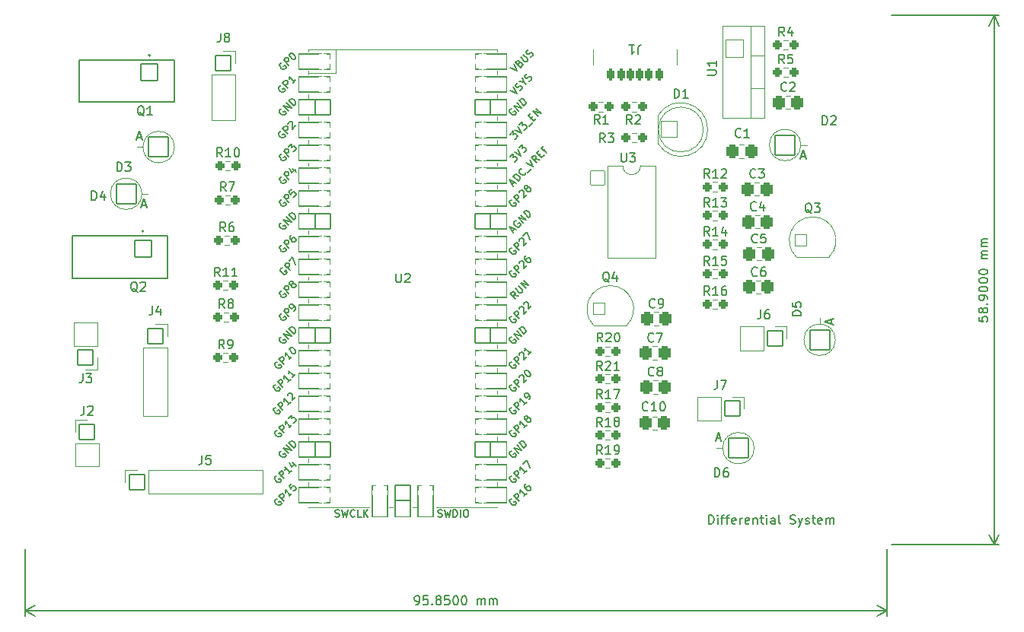
<source format=gto>
%TF.GenerationSoftware,KiCad,Pcbnew,7.0.9*%
%TF.CreationDate,2024-06-04T21:04:57+02:00*%
%TF.ProjectId,Differential,44696666-6572-4656-9e74-69616c2e6b69,rev?*%
%TF.SameCoordinates,Original*%
%TF.FileFunction,Legend,Top*%
%TF.FilePolarity,Positive*%
%FSLAX46Y46*%
G04 Gerber Fmt 4.6, Leading zero omitted, Abs format (unit mm)*
G04 Created by KiCad (PCBNEW 7.0.9) date 2024-06-04 21:04:57*
%MOMM*%
%LPD*%
G01*
G04 APERTURE LIST*
G04 Aperture macros list*
%AMRoundRect*
0 Rectangle with rounded corners*
0 $1 Rounding radius*
0 $2 $3 $4 $5 $6 $7 $8 $9 X,Y pos of 4 corners*
0 Add a 4 corners polygon primitive as box body*
4,1,4,$2,$3,$4,$5,$6,$7,$8,$9,$2,$3,0*
0 Add four circle primitives for the rounded corners*
1,1,$1+$1,$2,$3*
1,1,$1+$1,$4,$5*
1,1,$1+$1,$6,$7*
1,1,$1+$1,$8,$9*
0 Add four rect primitives between the rounded corners*
20,1,$1+$1,$2,$3,$4,$5,0*
20,1,$1+$1,$4,$5,$6,$7,0*
20,1,$1+$1,$6,$7,$8,$9,0*
20,1,$1+$1,$8,$9,$2,$3,0*%
G04 Aperture macros list end*
%ADD10C,0.150000*%
%ADD11C,0.120000*%
%ADD12C,0.127000*%
%ADD13C,0.200000*%
%ADD14RoundRect,0.050000X1.100000X1.100000X-1.100000X1.100000X-1.100000X-1.100000X1.100000X-1.100000X0*%
%ADD15O,2.300000X2.300000*%
%ADD16RoundRect,0.050000X-0.900000X-0.900000X0.900000X-0.900000X0.900000X0.900000X-0.900000X0.900000X0*%
%ADD17C,1.900000*%
%ADD18RoundRect,0.287500X-0.250000X-0.237500X0.250000X-0.237500X0.250000X0.237500X-0.250000X0.237500X0*%
%ADD19RoundRect,0.300000X-0.337500X-0.475000X0.337500X-0.475000X0.337500X0.475000X-0.337500X0.475000X0*%
%ADD20RoundRect,0.102000X0.925000X0.925000X-0.925000X0.925000X-0.925000X-0.925000X0.925000X-0.925000X0*%
%ADD21C,2.054000*%
%ADD22RoundRect,0.050000X-1.100000X-1.100000X1.100000X-1.100000X1.100000X1.100000X-1.100000X1.100000X0*%
%ADD23RoundRect,0.050000X0.850000X0.850000X-0.850000X0.850000X-0.850000X-0.850000X0.850000X-0.850000X0*%
%ADD24O,1.800000X1.800000*%
%ADD25RoundRect,0.050000X0.850000X-0.850000X0.850000X0.850000X-0.850000X0.850000X-0.850000X-0.850000X0*%
%ADD26RoundRect,0.287500X0.250000X0.237500X-0.250000X0.237500X-0.250000X-0.237500X0.250000X-0.237500X0*%
%ADD27RoundRect,0.050000X-0.650000X-0.650000X0.650000X-0.650000X0.650000X0.650000X-0.650000X0.650000X0*%
%ADD28C,1.400000*%
%ADD29RoundRect,0.225000X0.175000X0.425000X-0.175000X0.425000X-0.175000X-0.425000X0.175000X-0.425000X0*%
%ADD30RoundRect,0.240000X-0.190000X-0.410000X0.190000X-0.410000X0.190000X0.410000X-0.190000X0.410000X0*%
%ADD31RoundRect,0.250000X-0.200000X-0.400000X0.200000X-0.400000X0.200000X0.400000X-0.200000X0.400000X0*%
%ADD32RoundRect,0.225000X-0.175000X-0.425000X0.175000X-0.425000X0.175000X0.425000X-0.175000X0.425000X0*%
%ADD33RoundRect,0.240000X0.190000X0.410000X-0.190000X0.410000X-0.190000X-0.410000X0.190000X-0.410000X0*%
%ADD34RoundRect,0.250000X0.200000X0.400000X-0.200000X0.400000X-0.200000X-0.400000X0.200000X-0.400000X0*%
%ADD35O,1.200000X1.800000*%
%ADD36RoundRect,0.050000X-0.850000X-0.850000X0.850000X-0.850000X0.850000X0.850000X-0.850000X0.850000X0*%
%ADD37RoundRect,0.300000X0.337500X0.475000X-0.337500X0.475000X-0.337500X-0.475000X0.337500X-0.475000X0*%
%ADD38RoundRect,0.050000X0.850000X-1.750000X0.850000X1.750000X-0.850000X1.750000X-0.850000X-1.750000X0*%
%ADD39RoundRect,0.050000X-1.750000X-0.850000X1.750000X-0.850000X1.750000X0.850000X-1.750000X0.850000X0*%
%ADD40O,1.900000X1.900000*%
%ADD41O,1.600000X1.600000*%
%ADD42RoundRect,0.050000X-0.850000X0.850000X-0.850000X-0.850000X0.850000X-0.850000X0.850000X0.850000X0*%
%ADD43RoundRect,0.050000X-1.000000X0.952500X-1.000000X-0.952500X1.000000X-0.952500X1.000000X0.952500X0*%
%ADD44O,2.100000X2.005000*%
%ADD45RoundRect,0.050000X1.100000X-1.100000X1.100000X1.100000X-1.100000X1.100000X-1.100000X-1.100000X0*%
%ADD46O,1.700000X1.700000*%
%ADD47RoundRect,0.050000X-0.800000X-0.800000X0.800000X-0.800000X0.800000X0.800000X-0.800000X0.800000X0*%
G04 APERTURE END LIST*
D10*
X226186779Y-147519819D02*
X226186779Y-146519819D01*
X226186779Y-146519819D02*
X226424874Y-146519819D01*
X226424874Y-146519819D02*
X226567731Y-146567438D01*
X226567731Y-146567438D02*
X226662969Y-146662676D01*
X226662969Y-146662676D02*
X226710588Y-146757914D01*
X226710588Y-146757914D02*
X226758207Y-146948390D01*
X226758207Y-146948390D02*
X226758207Y-147091247D01*
X226758207Y-147091247D02*
X226710588Y-147281723D01*
X226710588Y-147281723D02*
X226662969Y-147376961D01*
X226662969Y-147376961D02*
X226567731Y-147472200D01*
X226567731Y-147472200D02*
X226424874Y-147519819D01*
X226424874Y-147519819D02*
X226186779Y-147519819D01*
X227186779Y-147519819D02*
X227186779Y-146853152D01*
X227186779Y-146519819D02*
X227139160Y-146567438D01*
X227139160Y-146567438D02*
X227186779Y-146615057D01*
X227186779Y-146615057D02*
X227234398Y-146567438D01*
X227234398Y-146567438D02*
X227186779Y-146519819D01*
X227186779Y-146519819D02*
X227186779Y-146615057D01*
X227520112Y-146853152D02*
X227901064Y-146853152D01*
X227662969Y-147519819D02*
X227662969Y-146662676D01*
X227662969Y-146662676D02*
X227710588Y-146567438D01*
X227710588Y-146567438D02*
X227805826Y-146519819D01*
X227805826Y-146519819D02*
X227901064Y-146519819D01*
X228091541Y-146853152D02*
X228472493Y-146853152D01*
X228234398Y-147519819D02*
X228234398Y-146662676D01*
X228234398Y-146662676D02*
X228282017Y-146567438D01*
X228282017Y-146567438D02*
X228377255Y-146519819D01*
X228377255Y-146519819D02*
X228472493Y-146519819D01*
X229186779Y-147472200D02*
X229091541Y-147519819D01*
X229091541Y-147519819D02*
X228901065Y-147519819D01*
X228901065Y-147519819D02*
X228805827Y-147472200D01*
X228805827Y-147472200D02*
X228758208Y-147376961D01*
X228758208Y-147376961D02*
X228758208Y-146996009D01*
X228758208Y-146996009D02*
X228805827Y-146900771D01*
X228805827Y-146900771D02*
X228901065Y-146853152D01*
X228901065Y-146853152D02*
X229091541Y-146853152D01*
X229091541Y-146853152D02*
X229186779Y-146900771D01*
X229186779Y-146900771D02*
X229234398Y-146996009D01*
X229234398Y-146996009D02*
X229234398Y-147091247D01*
X229234398Y-147091247D02*
X228758208Y-147186485D01*
X229662970Y-147519819D02*
X229662970Y-146853152D01*
X229662970Y-147043628D02*
X229710589Y-146948390D01*
X229710589Y-146948390D02*
X229758208Y-146900771D01*
X229758208Y-146900771D02*
X229853446Y-146853152D01*
X229853446Y-146853152D02*
X229948684Y-146853152D01*
X230662970Y-147472200D02*
X230567732Y-147519819D01*
X230567732Y-147519819D02*
X230377256Y-147519819D01*
X230377256Y-147519819D02*
X230282018Y-147472200D01*
X230282018Y-147472200D02*
X230234399Y-147376961D01*
X230234399Y-147376961D02*
X230234399Y-146996009D01*
X230234399Y-146996009D02*
X230282018Y-146900771D01*
X230282018Y-146900771D02*
X230377256Y-146853152D01*
X230377256Y-146853152D02*
X230567732Y-146853152D01*
X230567732Y-146853152D02*
X230662970Y-146900771D01*
X230662970Y-146900771D02*
X230710589Y-146996009D01*
X230710589Y-146996009D02*
X230710589Y-147091247D01*
X230710589Y-147091247D02*
X230234399Y-147186485D01*
X231139161Y-146853152D02*
X231139161Y-147519819D01*
X231139161Y-146948390D02*
X231186780Y-146900771D01*
X231186780Y-146900771D02*
X231282018Y-146853152D01*
X231282018Y-146853152D02*
X231424875Y-146853152D01*
X231424875Y-146853152D02*
X231520113Y-146900771D01*
X231520113Y-146900771D02*
X231567732Y-146996009D01*
X231567732Y-146996009D02*
X231567732Y-147519819D01*
X231901066Y-146853152D02*
X232282018Y-146853152D01*
X232043923Y-146519819D02*
X232043923Y-147376961D01*
X232043923Y-147376961D02*
X232091542Y-147472200D01*
X232091542Y-147472200D02*
X232186780Y-147519819D01*
X232186780Y-147519819D02*
X232282018Y-147519819D01*
X232615352Y-147519819D02*
X232615352Y-146853152D01*
X232615352Y-146519819D02*
X232567733Y-146567438D01*
X232567733Y-146567438D02*
X232615352Y-146615057D01*
X232615352Y-146615057D02*
X232662971Y-146567438D01*
X232662971Y-146567438D02*
X232615352Y-146519819D01*
X232615352Y-146519819D02*
X232615352Y-146615057D01*
X233520113Y-147519819D02*
X233520113Y-146996009D01*
X233520113Y-146996009D02*
X233472494Y-146900771D01*
X233472494Y-146900771D02*
X233377256Y-146853152D01*
X233377256Y-146853152D02*
X233186780Y-146853152D01*
X233186780Y-146853152D02*
X233091542Y-146900771D01*
X233520113Y-147472200D02*
X233424875Y-147519819D01*
X233424875Y-147519819D02*
X233186780Y-147519819D01*
X233186780Y-147519819D02*
X233091542Y-147472200D01*
X233091542Y-147472200D02*
X233043923Y-147376961D01*
X233043923Y-147376961D02*
X233043923Y-147281723D01*
X233043923Y-147281723D02*
X233091542Y-147186485D01*
X233091542Y-147186485D02*
X233186780Y-147138866D01*
X233186780Y-147138866D02*
X233424875Y-147138866D01*
X233424875Y-147138866D02*
X233520113Y-147091247D01*
X234139161Y-147519819D02*
X234043923Y-147472200D01*
X234043923Y-147472200D02*
X233996304Y-147376961D01*
X233996304Y-147376961D02*
X233996304Y-146519819D01*
X235234400Y-147472200D02*
X235377257Y-147519819D01*
X235377257Y-147519819D02*
X235615352Y-147519819D01*
X235615352Y-147519819D02*
X235710590Y-147472200D01*
X235710590Y-147472200D02*
X235758209Y-147424580D01*
X235758209Y-147424580D02*
X235805828Y-147329342D01*
X235805828Y-147329342D02*
X235805828Y-147234104D01*
X235805828Y-147234104D02*
X235758209Y-147138866D01*
X235758209Y-147138866D02*
X235710590Y-147091247D01*
X235710590Y-147091247D02*
X235615352Y-147043628D01*
X235615352Y-147043628D02*
X235424876Y-146996009D01*
X235424876Y-146996009D02*
X235329638Y-146948390D01*
X235329638Y-146948390D02*
X235282019Y-146900771D01*
X235282019Y-146900771D02*
X235234400Y-146805533D01*
X235234400Y-146805533D02*
X235234400Y-146710295D01*
X235234400Y-146710295D02*
X235282019Y-146615057D01*
X235282019Y-146615057D02*
X235329638Y-146567438D01*
X235329638Y-146567438D02*
X235424876Y-146519819D01*
X235424876Y-146519819D02*
X235662971Y-146519819D01*
X235662971Y-146519819D02*
X235805828Y-146567438D01*
X236139162Y-146853152D02*
X236377257Y-147519819D01*
X236615352Y-146853152D02*
X236377257Y-147519819D01*
X236377257Y-147519819D02*
X236282019Y-147757914D01*
X236282019Y-147757914D02*
X236234400Y-147805533D01*
X236234400Y-147805533D02*
X236139162Y-147853152D01*
X236948686Y-147472200D02*
X237043924Y-147519819D01*
X237043924Y-147519819D02*
X237234400Y-147519819D01*
X237234400Y-147519819D02*
X237329638Y-147472200D01*
X237329638Y-147472200D02*
X237377257Y-147376961D01*
X237377257Y-147376961D02*
X237377257Y-147329342D01*
X237377257Y-147329342D02*
X237329638Y-147234104D01*
X237329638Y-147234104D02*
X237234400Y-147186485D01*
X237234400Y-147186485D02*
X237091543Y-147186485D01*
X237091543Y-147186485D02*
X236996305Y-147138866D01*
X236996305Y-147138866D02*
X236948686Y-147043628D01*
X236948686Y-147043628D02*
X236948686Y-146996009D01*
X236948686Y-146996009D02*
X236996305Y-146900771D01*
X236996305Y-146900771D02*
X237091543Y-146853152D01*
X237091543Y-146853152D02*
X237234400Y-146853152D01*
X237234400Y-146853152D02*
X237329638Y-146900771D01*
X237662972Y-146853152D02*
X238043924Y-146853152D01*
X237805829Y-146519819D02*
X237805829Y-147376961D01*
X237805829Y-147376961D02*
X237853448Y-147472200D01*
X237853448Y-147472200D02*
X237948686Y-147519819D01*
X237948686Y-147519819D02*
X238043924Y-147519819D01*
X238758210Y-147472200D02*
X238662972Y-147519819D01*
X238662972Y-147519819D02*
X238472496Y-147519819D01*
X238472496Y-147519819D02*
X238377258Y-147472200D01*
X238377258Y-147472200D02*
X238329639Y-147376961D01*
X238329639Y-147376961D02*
X238329639Y-146996009D01*
X238329639Y-146996009D02*
X238377258Y-146900771D01*
X238377258Y-146900771D02*
X238472496Y-146853152D01*
X238472496Y-146853152D02*
X238662972Y-146853152D01*
X238662972Y-146853152D02*
X238758210Y-146900771D01*
X238758210Y-146900771D02*
X238805829Y-146996009D01*
X238805829Y-146996009D02*
X238805829Y-147091247D01*
X238805829Y-147091247D02*
X238329639Y-147186485D01*
X239234401Y-147519819D02*
X239234401Y-146853152D01*
X239234401Y-146948390D02*
X239282020Y-146900771D01*
X239282020Y-146900771D02*
X239377258Y-146853152D01*
X239377258Y-146853152D02*
X239520115Y-146853152D01*
X239520115Y-146853152D02*
X239615353Y-146900771D01*
X239615353Y-146900771D02*
X239662972Y-146996009D01*
X239662972Y-146996009D02*
X239662972Y-147519819D01*
X239662972Y-146996009D02*
X239710591Y-146900771D01*
X239710591Y-146900771D02*
X239805829Y-146853152D01*
X239805829Y-146853152D02*
X239948686Y-146853152D01*
X239948686Y-146853152D02*
X240043925Y-146900771D01*
X240043925Y-146900771D02*
X240091544Y-146996009D01*
X240091544Y-146996009D02*
X240091544Y-147519819D01*
X193551191Y-156504819D02*
X193741667Y-156504819D01*
X193741667Y-156504819D02*
X193836905Y-156457200D01*
X193836905Y-156457200D02*
X193884524Y-156409580D01*
X193884524Y-156409580D02*
X193979762Y-156266723D01*
X193979762Y-156266723D02*
X194027381Y-156076247D01*
X194027381Y-156076247D02*
X194027381Y-155695295D01*
X194027381Y-155695295D02*
X193979762Y-155600057D01*
X193979762Y-155600057D02*
X193932143Y-155552438D01*
X193932143Y-155552438D02*
X193836905Y-155504819D01*
X193836905Y-155504819D02*
X193646429Y-155504819D01*
X193646429Y-155504819D02*
X193551191Y-155552438D01*
X193551191Y-155552438D02*
X193503572Y-155600057D01*
X193503572Y-155600057D02*
X193455953Y-155695295D01*
X193455953Y-155695295D02*
X193455953Y-155933390D01*
X193455953Y-155933390D02*
X193503572Y-156028628D01*
X193503572Y-156028628D02*
X193551191Y-156076247D01*
X193551191Y-156076247D02*
X193646429Y-156123866D01*
X193646429Y-156123866D02*
X193836905Y-156123866D01*
X193836905Y-156123866D02*
X193932143Y-156076247D01*
X193932143Y-156076247D02*
X193979762Y-156028628D01*
X193979762Y-156028628D02*
X194027381Y-155933390D01*
X194932143Y-155504819D02*
X194455953Y-155504819D01*
X194455953Y-155504819D02*
X194408334Y-155981009D01*
X194408334Y-155981009D02*
X194455953Y-155933390D01*
X194455953Y-155933390D02*
X194551191Y-155885771D01*
X194551191Y-155885771D02*
X194789286Y-155885771D01*
X194789286Y-155885771D02*
X194884524Y-155933390D01*
X194884524Y-155933390D02*
X194932143Y-155981009D01*
X194932143Y-155981009D02*
X194979762Y-156076247D01*
X194979762Y-156076247D02*
X194979762Y-156314342D01*
X194979762Y-156314342D02*
X194932143Y-156409580D01*
X194932143Y-156409580D02*
X194884524Y-156457200D01*
X194884524Y-156457200D02*
X194789286Y-156504819D01*
X194789286Y-156504819D02*
X194551191Y-156504819D01*
X194551191Y-156504819D02*
X194455953Y-156457200D01*
X194455953Y-156457200D02*
X194408334Y-156409580D01*
X195408334Y-156409580D02*
X195455953Y-156457200D01*
X195455953Y-156457200D02*
X195408334Y-156504819D01*
X195408334Y-156504819D02*
X195360715Y-156457200D01*
X195360715Y-156457200D02*
X195408334Y-156409580D01*
X195408334Y-156409580D02*
X195408334Y-156504819D01*
X196027381Y-155933390D02*
X195932143Y-155885771D01*
X195932143Y-155885771D02*
X195884524Y-155838152D01*
X195884524Y-155838152D02*
X195836905Y-155742914D01*
X195836905Y-155742914D02*
X195836905Y-155695295D01*
X195836905Y-155695295D02*
X195884524Y-155600057D01*
X195884524Y-155600057D02*
X195932143Y-155552438D01*
X195932143Y-155552438D02*
X196027381Y-155504819D01*
X196027381Y-155504819D02*
X196217857Y-155504819D01*
X196217857Y-155504819D02*
X196313095Y-155552438D01*
X196313095Y-155552438D02*
X196360714Y-155600057D01*
X196360714Y-155600057D02*
X196408333Y-155695295D01*
X196408333Y-155695295D02*
X196408333Y-155742914D01*
X196408333Y-155742914D02*
X196360714Y-155838152D01*
X196360714Y-155838152D02*
X196313095Y-155885771D01*
X196313095Y-155885771D02*
X196217857Y-155933390D01*
X196217857Y-155933390D02*
X196027381Y-155933390D01*
X196027381Y-155933390D02*
X195932143Y-155981009D01*
X195932143Y-155981009D02*
X195884524Y-156028628D01*
X195884524Y-156028628D02*
X195836905Y-156123866D01*
X195836905Y-156123866D02*
X195836905Y-156314342D01*
X195836905Y-156314342D02*
X195884524Y-156409580D01*
X195884524Y-156409580D02*
X195932143Y-156457200D01*
X195932143Y-156457200D02*
X196027381Y-156504819D01*
X196027381Y-156504819D02*
X196217857Y-156504819D01*
X196217857Y-156504819D02*
X196313095Y-156457200D01*
X196313095Y-156457200D02*
X196360714Y-156409580D01*
X196360714Y-156409580D02*
X196408333Y-156314342D01*
X196408333Y-156314342D02*
X196408333Y-156123866D01*
X196408333Y-156123866D02*
X196360714Y-156028628D01*
X196360714Y-156028628D02*
X196313095Y-155981009D01*
X196313095Y-155981009D02*
X196217857Y-155933390D01*
X197313095Y-155504819D02*
X196836905Y-155504819D01*
X196836905Y-155504819D02*
X196789286Y-155981009D01*
X196789286Y-155981009D02*
X196836905Y-155933390D01*
X196836905Y-155933390D02*
X196932143Y-155885771D01*
X196932143Y-155885771D02*
X197170238Y-155885771D01*
X197170238Y-155885771D02*
X197265476Y-155933390D01*
X197265476Y-155933390D02*
X197313095Y-155981009D01*
X197313095Y-155981009D02*
X197360714Y-156076247D01*
X197360714Y-156076247D02*
X197360714Y-156314342D01*
X197360714Y-156314342D02*
X197313095Y-156409580D01*
X197313095Y-156409580D02*
X197265476Y-156457200D01*
X197265476Y-156457200D02*
X197170238Y-156504819D01*
X197170238Y-156504819D02*
X196932143Y-156504819D01*
X196932143Y-156504819D02*
X196836905Y-156457200D01*
X196836905Y-156457200D02*
X196789286Y-156409580D01*
X197979762Y-155504819D02*
X198075000Y-155504819D01*
X198075000Y-155504819D02*
X198170238Y-155552438D01*
X198170238Y-155552438D02*
X198217857Y-155600057D01*
X198217857Y-155600057D02*
X198265476Y-155695295D01*
X198265476Y-155695295D02*
X198313095Y-155885771D01*
X198313095Y-155885771D02*
X198313095Y-156123866D01*
X198313095Y-156123866D02*
X198265476Y-156314342D01*
X198265476Y-156314342D02*
X198217857Y-156409580D01*
X198217857Y-156409580D02*
X198170238Y-156457200D01*
X198170238Y-156457200D02*
X198075000Y-156504819D01*
X198075000Y-156504819D02*
X197979762Y-156504819D01*
X197979762Y-156504819D02*
X197884524Y-156457200D01*
X197884524Y-156457200D02*
X197836905Y-156409580D01*
X197836905Y-156409580D02*
X197789286Y-156314342D01*
X197789286Y-156314342D02*
X197741667Y-156123866D01*
X197741667Y-156123866D02*
X197741667Y-155885771D01*
X197741667Y-155885771D02*
X197789286Y-155695295D01*
X197789286Y-155695295D02*
X197836905Y-155600057D01*
X197836905Y-155600057D02*
X197884524Y-155552438D01*
X197884524Y-155552438D02*
X197979762Y-155504819D01*
X198932143Y-155504819D02*
X199027381Y-155504819D01*
X199027381Y-155504819D02*
X199122619Y-155552438D01*
X199122619Y-155552438D02*
X199170238Y-155600057D01*
X199170238Y-155600057D02*
X199217857Y-155695295D01*
X199217857Y-155695295D02*
X199265476Y-155885771D01*
X199265476Y-155885771D02*
X199265476Y-156123866D01*
X199265476Y-156123866D02*
X199217857Y-156314342D01*
X199217857Y-156314342D02*
X199170238Y-156409580D01*
X199170238Y-156409580D02*
X199122619Y-156457200D01*
X199122619Y-156457200D02*
X199027381Y-156504819D01*
X199027381Y-156504819D02*
X198932143Y-156504819D01*
X198932143Y-156504819D02*
X198836905Y-156457200D01*
X198836905Y-156457200D02*
X198789286Y-156409580D01*
X198789286Y-156409580D02*
X198741667Y-156314342D01*
X198741667Y-156314342D02*
X198694048Y-156123866D01*
X198694048Y-156123866D02*
X198694048Y-155885771D01*
X198694048Y-155885771D02*
X198741667Y-155695295D01*
X198741667Y-155695295D02*
X198789286Y-155600057D01*
X198789286Y-155600057D02*
X198836905Y-155552438D01*
X198836905Y-155552438D02*
X198932143Y-155504819D01*
X200455953Y-156504819D02*
X200455953Y-155838152D01*
X200455953Y-155933390D02*
X200503572Y-155885771D01*
X200503572Y-155885771D02*
X200598810Y-155838152D01*
X200598810Y-155838152D02*
X200741667Y-155838152D01*
X200741667Y-155838152D02*
X200836905Y-155885771D01*
X200836905Y-155885771D02*
X200884524Y-155981009D01*
X200884524Y-155981009D02*
X200884524Y-156504819D01*
X200884524Y-155981009D02*
X200932143Y-155885771D01*
X200932143Y-155885771D02*
X201027381Y-155838152D01*
X201027381Y-155838152D02*
X201170238Y-155838152D01*
X201170238Y-155838152D02*
X201265477Y-155885771D01*
X201265477Y-155885771D02*
X201313096Y-155981009D01*
X201313096Y-155981009D02*
X201313096Y-156504819D01*
X201789286Y-156504819D02*
X201789286Y-155838152D01*
X201789286Y-155933390D02*
X201836905Y-155885771D01*
X201836905Y-155885771D02*
X201932143Y-155838152D01*
X201932143Y-155838152D02*
X202075000Y-155838152D01*
X202075000Y-155838152D02*
X202170238Y-155885771D01*
X202170238Y-155885771D02*
X202217857Y-155981009D01*
X202217857Y-155981009D02*
X202217857Y-156504819D01*
X202217857Y-155981009D02*
X202265476Y-155885771D01*
X202265476Y-155885771D02*
X202360714Y-155838152D01*
X202360714Y-155838152D02*
X202503571Y-155838152D01*
X202503571Y-155838152D02*
X202598810Y-155885771D01*
X202598810Y-155885771D02*
X202646429Y-155981009D01*
X202646429Y-155981009D02*
X202646429Y-156504819D01*
X150150000Y-150300000D02*
X150150000Y-157786420D01*
X246000000Y-150300000D02*
X246000000Y-157786420D01*
X150150000Y-157200000D02*
X246000000Y-157200000D01*
X150150000Y-157200000D02*
X246000000Y-157200000D01*
X150150000Y-157200000D02*
X151276504Y-156613579D01*
X150150000Y-157200000D02*
X151276504Y-157786421D01*
X246000000Y-157200000D02*
X244873496Y-157786421D01*
X246000000Y-157200000D02*
X244873496Y-156613579D01*
X256204819Y-124445237D02*
X256204819Y-124921427D01*
X256204819Y-124921427D02*
X256681009Y-124969046D01*
X256681009Y-124969046D02*
X256633390Y-124921427D01*
X256633390Y-124921427D02*
X256585771Y-124826189D01*
X256585771Y-124826189D02*
X256585771Y-124588094D01*
X256585771Y-124588094D02*
X256633390Y-124492856D01*
X256633390Y-124492856D02*
X256681009Y-124445237D01*
X256681009Y-124445237D02*
X256776247Y-124397618D01*
X256776247Y-124397618D02*
X257014342Y-124397618D01*
X257014342Y-124397618D02*
X257109580Y-124445237D01*
X257109580Y-124445237D02*
X257157200Y-124492856D01*
X257157200Y-124492856D02*
X257204819Y-124588094D01*
X257204819Y-124588094D02*
X257204819Y-124826189D01*
X257204819Y-124826189D02*
X257157200Y-124921427D01*
X257157200Y-124921427D02*
X257109580Y-124969046D01*
X256633390Y-123826189D02*
X256585771Y-123921427D01*
X256585771Y-123921427D02*
X256538152Y-123969046D01*
X256538152Y-123969046D02*
X256442914Y-124016665D01*
X256442914Y-124016665D02*
X256395295Y-124016665D01*
X256395295Y-124016665D02*
X256300057Y-123969046D01*
X256300057Y-123969046D02*
X256252438Y-123921427D01*
X256252438Y-123921427D02*
X256204819Y-123826189D01*
X256204819Y-123826189D02*
X256204819Y-123635713D01*
X256204819Y-123635713D02*
X256252438Y-123540475D01*
X256252438Y-123540475D02*
X256300057Y-123492856D01*
X256300057Y-123492856D02*
X256395295Y-123445237D01*
X256395295Y-123445237D02*
X256442914Y-123445237D01*
X256442914Y-123445237D02*
X256538152Y-123492856D01*
X256538152Y-123492856D02*
X256585771Y-123540475D01*
X256585771Y-123540475D02*
X256633390Y-123635713D01*
X256633390Y-123635713D02*
X256633390Y-123826189D01*
X256633390Y-123826189D02*
X256681009Y-123921427D01*
X256681009Y-123921427D02*
X256728628Y-123969046D01*
X256728628Y-123969046D02*
X256823866Y-124016665D01*
X256823866Y-124016665D02*
X257014342Y-124016665D01*
X257014342Y-124016665D02*
X257109580Y-123969046D01*
X257109580Y-123969046D02*
X257157200Y-123921427D01*
X257157200Y-123921427D02*
X257204819Y-123826189D01*
X257204819Y-123826189D02*
X257204819Y-123635713D01*
X257204819Y-123635713D02*
X257157200Y-123540475D01*
X257157200Y-123540475D02*
X257109580Y-123492856D01*
X257109580Y-123492856D02*
X257014342Y-123445237D01*
X257014342Y-123445237D02*
X256823866Y-123445237D01*
X256823866Y-123445237D02*
X256728628Y-123492856D01*
X256728628Y-123492856D02*
X256681009Y-123540475D01*
X256681009Y-123540475D02*
X256633390Y-123635713D01*
X257109580Y-123016665D02*
X257157200Y-122969046D01*
X257157200Y-122969046D02*
X257204819Y-123016665D01*
X257204819Y-123016665D02*
X257157200Y-123064284D01*
X257157200Y-123064284D02*
X257109580Y-123016665D01*
X257109580Y-123016665D02*
X257204819Y-123016665D01*
X257204819Y-122492856D02*
X257204819Y-122302380D01*
X257204819Y-122302380D02*
X257157200Y-122207142D01*
X257157200Y-122207142D02*
X257109580Y-122159523D01*
X257109580Y-122159523D02*
X256966723Y-122064285D01*
X256966723Y-122064285D02*
X256776247Y-122016666D01*
X256776247Y-122016666D02*
X256395295Y-122016666D01*
X256395295Y-122016666D02*
X256300057Y-122064285D01*
X256300057Y-122064285D02*
X256252438Y-122111904D01*
X256252438Y-122111904D02*
X256204819Y-122207142D01*
X256204819Y-122207142D02*
X256204819Y-122397618D01*
X256204819Y-122397618D02*
X256252438Y-122492856D01*
X256252438Y-122492856D02*
X256300057Y-122540475D01*
X256300057Y-122540475D02*
X256395295Y-122588094D01*
X256395295Y-122588094D02*
X256633390Y-122588094D01*
X256633390Y-122588094D02*
X256728628Y-122540475D01*
X256728628Y-122540475D02*
X256776247Y-122492856D01*
X256776247Y-122492856D02*
X256823866Y-122397618D01*
X256823866Y-122397618D02*
X256823866Y-122207142D01*
X256823866Y-122207142D02*
X256776247Y-122111904D01*
X256776247Y-122111904D02*
X256728628Y-122064285D01*
X256728628Y-122064285D02*
X256633390Y-122016666D01*
X256204819Y-121397618D02*
X256204819Y-121302380D01*
X256204819Y-121302380D02*
X256252438Y-121207142D01*
X256252438Y-121207142D02*
X256300057Y-121159523D01*
X256300057Y-121159523D02*
X256395295Y-121111904D01*
X256395295Y-121111904D02*
X256585771Y-121064285D01*
X256585771Y-121064285D02*
X256823866Y-121064285D01*
X256823866Y-121064285D02*
X257014342Y-121111904D01*
X257014342Y-121111904D02*
X257109580Y-121159523D01*
X257109580Y-121159523D02*
X257157200Y-121207142D01*
X257157200Y-121207142D02*
X257204819Y-121302380D01*
X257204819Y-121302380D02*
X257204819Y-121397618D01*
X257204819Y-121397618D02*
X257157200Y-121492856D01*
X257157200Y-121492856D02*
X257109580Y-121540475D01*
X257109580Y-121540475D02*
X257014342Y-121588094D01*
X257014342Y-121588094D02*
X256823866Y-121635713D01*
X256823866Y-121635713D02*
X256585771Y-121635713D01*
X256585771Y-121635713D02*
X256395295Y-121588094D01*
X256395295Y-121588094D02*
X256300057Y-121540475D01*
X256300057Y-121540475D02*
X256252438Y-121492856D01*
X256252438Y-121492856D02*
X256204819Y-121397618D01*
X256204819Y-120445237D02*
X256204819Y-120349999D01*
X256204819Y-120349999D02*
X256252438Y-120254761D01*
X256252438Y-120254761D02*
X256300057Y-120207142D01*
X256300057Y-120207142D02*
X256395295Y-120159523D01*
X256395295Y-120159523D02*
X256585771Y-120111904D01*
X256585771Y-120111904D02*
X256823866Y-120111904D01*
X256823866Y-120111904D02*
X257014342Y-120159523D01*
X257014342Y-120159523D02*
X257109580Y-120207142D01*
X257109580Y-120207142D02*
X257157200Y-120254761D01*
X257157200Y-120254761D02*
X257204819Y-120349999D01*
X257204819Y-120349999D02*
X257204819Y-120445237D01*
X257204819Y-120445237D02*
X257157200Y-120540475D01*
X257157200Y-120540475D02*
X257109580Y-120588094D01*
X257109580Y-120588094D02*
X257014342Y-120635713D01*
X257014342Y-120635713D02*
X256823866Y-120683332D01*
X256823866Y-120683332D02*
X256585771Y-120683332D01*
X256585771Y-120683332D02*
X256395295Y-120635713D01*
X256395295Y-120635713D02*
X256300057Y-120588094D01*
X256300057Y-120588094D02*
X256252438Y-120540475D01*
X256252438Y-120540475D02*
X256204819Y-120445237D01*
X256204819Y-119492856D02*
X256204819Y-119397618D01*
X256204819Y-119397618D02*
X256252438Y-119302380D01*
X256252438Y-119302380D02*
X256300057Y-119254761D01*
X256300057Y-119254761D02*
X256395295Y-119207142D01*
X256395295Y-119207142D02*
X256585771Y-119159523D01*
X256585771Y-119159523D02*
X256823866Y-119159523D01*
X256823866Y-119159523D02*
X257014342Y-119207142D01*
X257014342Y-119207142D02*
X257109580Y-119254761D01*
X257109580Y-119254761D02*
X257157200Y-119302380D01*
X257157200Y-119302380D02*
X257204819Y-119397618D01*
X257204819Y-119397618D02*
X257204819Y-119492856D01*
X257204819Y-119492856D02*
X257157200Y-119588094D01*
X257157200Y-119588094D02*
X257109580Y-119635713D01*
X257109580Y-119635713D02*
X257014342Y-119683332D01*
X257014342Y-119683332D02*
X256823866Y-119730951D01*
X256823866Y-119730951D02*
X256585771Y-119730951D01*
X256585771Y-119730951D02*
X256395295Y-119683332D01*
X256395295Y-119683332D02*
X256300057Y-119635713D01*
X256300057Y-119635713D02*
X256252438Y-119588094D01*
X256252438Y-119588094D02*
X256204819Y-119492856D01*
X257204819Y-117969046D02*
X256538152Y-117969046D01*
X256633390Y-117969046D02*
X256585771Y-117921427D01*
X256585771Y-117921427D02*
X256538152Y-117826189D01*
X256538152Y-117826189D02*
X256538152Y-117683332D01*
X256538152Y-117683332D02*
X256585771Y-117588094D01*
X256585771Y-117588094D02*
X256681009Y-117540475D01*
X256681009Y-117540475D02*
X257204819Y-117540475D01*
X256681009Y-117540475D02*
X256585771Y-117492856D01*
X256585771Y-117492856D02*
X256538152Y-117397618D01*
X256538152Y-117397618D02*
X256538152Y-117254761D01*
X256538152Y-117254761D02*
X256585771Y-117159522D01*
X256585771Y-117159522D02*
X256681009Y-117111903D01*
X256681009Y-117111903D02*
X257204819Y-117111903D01*
X257204819Y-116635713D02*
X256538152Y-116635713D01*
X256633390Y-116635713D02*
X256585771Y-116588094D01*
X256585771Y-116588094D02*
X256538152Y-116492856D01*
X256538152Y-116492856D02*
X256538152Y-116349999D01*
X256538152Y-116349999D02*
X256585771Y-116254761D01*
X256585771Y-116254761D02*
X256681009Y-116207142D01*
X256681009Y-116207142D02*
X257204819Y-116207142D01*
X256681009Y-116207142D02*
X256585771Y-116159523D01*
X256585771Y-116159523D02*
X256538152Y-116064285D01*
X256538152Y-116064285D02*
X256538152Y-115921428D01*
X256538152Y-115921428D02*
X256585771Y-115826189D01*
X256585771Y-115826189D02*
X256681009Y-115778570D01*
X256681009Y-115778570D02*
X257204819Y-115778570D01*
X246500000Y-90900000D02*
X258486420Y-90900000D01*
X246500000Y-149800000D02*
X258486420Y-149800000D01*
X257900000Y-90900000D02*
X257900000Y-149800000D01*
X257900000Y-90900000D02*
X257900000Y-149800000D01*
X257900000Y-90900000D02*
X258486421Y-92026504D01*
X257900000Y-90900000D02*
X257313579Y-92026504D01*
X257900000Y-149800000D02*
X257313579Y-148673496D01*
X257900000Y-149800000D02*
X258486421Y-148673496D01*
X226839088Y-142275454D02*
X226839088Y-141275454D01*
X226839088Y-141275454D02*
X227077183Y-141275454D01*
X227077183Y-141275454D02*
X227220040Y-141323073D01*
X227220040Y-141323073D02*
X227315278Y-141418311D01*
X227315278Y-141418311D02*
X227362897Y-141513549D01*
X227362897Y-141513549D02*
X227410516Y-141704025D01*
X227410516Y-141704025D02*
X227410516Y-141846882D01*
X227410516Y-141846882D02*
X227362897Y-142037358D01*
X227362897Y-142037358D02*
X227315278Y-142132596D01*
X227315278Y-142132596D02*
X227220040Y-142227835D01*
X227220040Y-142227835D02*
X227077183Y-142275454D01*
X227077183Y-142275454D02*
X226839088Y-142275454D01*
X228267659Y-141275454D02*
X228077183Y-141275454D01*
X228077183Y-141275454D02*
X227981945Y-141323073D01*
X227981945Y-141323073D02*
X227934326Y-141370692D01*
X227934326Y-141370692D02*
X227839088Y-141513549D01*
X227839088Y-141513549D02*
X227791469Y-141704025D01*
X227791469Y-141704025D02*
X227791469Y-142084977D01*
X227791469Y-142084977D02*
X227839088Y-142180215D01*
X227839088Y-142180215D02*
X227886707Y-142227835D01*
X227886707Y-142227835D02*
X227981945Y-142275454D01*
X227981945Y-142275454D02*
X228172421Y-142275454D01*
X228172421Y-142275454D02*
X228267659Y-142227835D01*
X228267659Y-142227835D02*
X228315278Y-142180215D01*
X228315278Y-142180215D02*
X228362897Y-142084977D01*
X228362897Y-142084977D02*
X228362897Y-141846882D01*
X228362897Y-141846882D02*
X228315278Y-141751644D01*
X228315278Y-141751644D02*
X228267659Y-141704025D01*
X228267659Y-141704025D02*
X228172421Y-141656406D01*
X228172421Y-141656406D02*
X227981945Y-141656406D01*
X227981945Y-141656406D02*
X227886707Y-141704025D01*
X227886707Y-141704025D02*
X227839088Y-141751644D01*
X227839088Y-141751644D02*
X227791469Y-141846882D01*
X227011905Y-137969104D02*
X227488095Y-137969104D01*
X226916667Y-138254819D02*
X227250000Y-137254819D01*
X227250000Y-137254819D02*
X227583333Y-138254819D01*
X160361905Y-108254819D02*
X160361905Y-107254819D01*
X160361905Y-107254819D02*
X160600000Y-107254819D01*
X160600000Y-107254819D02*
X160742857Y-107302438D01*
X160742857Y-107302438D02*
X160838095Y-107397676D01*
X160838095Y-107397676D02*
X160885714Y-107492914D01*
X160885714Y-107492914D02*
X160933333Y-107683390D01*
X160933333Y-107683390D02*
X160933333Y-107826247D01*
X160933333Y-107826247D02*
X160885714Y-108016723D01*
X160885714Y-108016723D02*
X160838095Y-108111961D01*
X160838095Y-108111961D02*
X160742857Y-108207200D01*
X160742857Y-108207200D02*
X160600000Y-108254819D01*
X160600000Y-108254819D02*
X160361905Y-108254819D01*
X161266667Y-107254819D02*
X161885714Y-107254819D01*
X161885714Y-107254819D02*
X161552381Y-107635771D01*
X161552381Y-107635771D02*
X161695238Y-107635771D01*
X161695238Y-107635771D02*
X161790476Y-107683390D01*
X161790476Y-107683390D02*
X161838095Y-107731009D01*
X161838095Y-107731009D02*
X161885714Y-107826247D01*
X161885714Y-107826247D02*
X161885714Y-108064342D01*
X161885714Y-108064342D02*
X161838095Y-108159580D01*
X161838095Y-108159580D02*
X161790476Y-108207200D01*
X161790476Y-108207200D02*
X161695238Y-108254819D01*
X161695238Y-108254819D02*
X161409524Y-108254819D01*
X161409524Y-108254819D02*
X161314286Y-108207200D01*
X161314286Y-108207200D02*
X161266667Y-108159580D01*
X162611905Y-104469104D02*
X163088095Y-104469104D01*
X162516667Y-104754819D02*
X162850000Y-103754819D01*
X162850000Y-103754819D02*
X163183333Y-104754819D01*
X222341905Y-100094819D02*
X222341905Y-99094819D01*
X222341905Y-99094819D02*
X222580000Y-99094819D01*
X222580000Y-99094819D02*
X222722857Y-99142438D01*
X222722857Y-99142438D02*
X222818095Y-99237676D01*
X222818095Y-99237676D02*
X222865714Y-99332914D01*
X222865714Y-99332914D02*
X222913333Y-99523390D01*
X222913333Y-99523390D02*
X222913333Y-99666247D01*
X222913333Y-99666247D02*
X222865714Y-99856723D01*
X222865714Y-99856723D02*
X222818095Y-99951961D01*
X222818095Y-99951961D02*
X222722857Y-100047200D01*
X222722857Y-100047200D02*
X222580000Y-100094819D01*
X222580000Y-100094819D02*
X222341905Y-100094819D01*
X223865714Y-100094819D02*
X223294286Y-100094819D01*
X223580000Y-100094819D02*
X223580000Y-99094819D01*
X223580000Y-99094819D02*
X223484762Y-99237676D01*
X223484762Y-99237676D02*
X223389524Y-99332914D01*
X223389524Y-99332914D02*
X223294286Y-99380533D01*
X214317142Y-133544819D02*
X213983809Y-133068628D01*
X213745714Y-133544819D02*
X213745714Y-132544819D01*
X213745714Y-132544819D02*
X214126666Y-132544819D01*
X214126666Y-132544819D02*
X214221904Y-132592438D01*
X214221904Y-132592438D02*
X214269523Y-132640057D01*
X214269523Y-132640057D02*
X214317142Y-132735295D01*
X214317142Y-132735295D02*
X214317142Y-132878152D01*
X214317142Y-132878152D02*
X214269523Y-132973390D01*
X214269523Y-132973390D02*
X214221904Y-133021009D01*
X214221904Y-133021009D02*
X214126666Y-133068628D01*
X214126666Y-133068628D02*
X213745714Y-133068628D01*
X215269523Y-133544819D02*
X214698095Y-133544819D01*
X214983809Y-133544819D02*
X214983809Y-132544819D01*
X214983809Y-132544819D02*
X214888571Y-132687676D01*
X214888571Y-132687676D02*
X214793333Y-132782914D01*
X214793333Y-132782914D02*
X214698095Y-132830533D01*
X215602857Y-132544819D02*
X216269523Y-132544819D01*
X216269523Y-132544819D02*
X215840952Y-133544819D01*
X234818333Y-99249580D02*
X234770714Y-99297200D01*
X234770714Y-99297200D02*
X234627857Y-99344819D01*
X234627857Y-99344819D02*
X234532619Y-99344819D01*
X234532619Y-99344819D02*
X234389762Y-99297200D01*
X234389762Y-99297200D02*
X234294524Y-99201961D01*
X234294524Y-99201961D02*
X234246905Y-99106723D01*
X234246905Y-99106723D02*
X234199286Y-98916247D01*
X234199286Y-98916247D02*
X234199286Y-98773390D01*
X234199286Y-98773390D02*
X234246905Y-98582914D01*
X234246905Y-98582914D02*
X234294524Y-98487676D01*
X234294524Y-98487676D02*
X234389762Y-98392438D01*
X234389762Y-98392438D02*
X234532619Y-98344819D01*
X234532619Y-98344819D02*
X234627857Y-98344819D01*
X234627857Y-98344819D02*
X234770714Y-98392438D01*
X234770714Y-98392438D02*
X234818333Y-98440057D01*
X235199286Y-98440057D02*
X235246905Y-98392438D01*
X235246905Y-98392438D02*
X235342143Y-98344819D01*
X235342143Y-98344819D02*
X235580238Y-98344819D01*
X235580238Y-98344819D02*
X235675476Y-98392438D01*
X235675476Y-98392438D02*
X235723095Y-98440057D01*
X235723095Y-98440057D02*
X235770714Y-98535295D01*
X235770714Y-98535295D02*
X235770714Y-98630533D01*
X235770714Y-98630533D02*
X235723095Y-98773390D01*
X235723095Y-98773390D02*
X235151667Y-99344819D01*
X235151667Y-99344819D02*
X235770714Y-99344819D01*
X226254642Y-118694819D02*
X225921309Y-118218628D01*
X225683214Y-118694819D02*
X225683214Y-117694819D01*
X225683214Y-117694819D02*
X226064166Y-117694819D01*
X226064166Y-117694819D02*
X226159404Y-117742438D01*
X226159404Y-117742438D02*
X226207023Y-117790057D01*
X226207023Y-117790057D02*
X226254642Y-117885295D01*
X226254642Y-117885295D02*
X226254642Y-118028152D01*
X226254642Y-118028152D02*
X226207023Y-118123390D01*
X226207023Y-118123390D02*
X226159404Y-118171009D01*
X226159404Y-118171009D02*
X226064166Y-118218628D01*
X226064166Y-118218628D02*
X225683214Y-118218628D01*
X227207023Y-118694819D02*
X226635595Y-118694819D01*
X226921309Y-118694819D02*
X226921309Y-117694819D01*
X226921309Y-117694819D02*
X226826071Y-117837676D01*
X226826071Y-117837676D02*
X226730833Y-117932914D01*
X226730833Y-117932914D02*
X226635595Y-117980533D01*
X228111785Y-117694819D02*
X227635595Y-117694819D01*
X227635595Y-117694819D02*
X227587976Y-118171009D01*
X227587976Y-118171009D02*
X227635595Y-118123390D01*
X227635595Y-118123390D02*
X227730833Y-118075771D01*
X227730833Y-118075771D02*
X227968928Y-118075771D01*
X227968928Y-118075771D02*
X228064166Y-118123390D01*
X228064166Y-118123390D02*
X228111785Y-118171009D01*
X228111785Y-118171009D02*
X228159404Y-118266247D01*
X228159404Y-118266247D02*
X228159404Y-118504342D01*
X228159404Y-118504342D02*
X228111785Y-118599580D01*
X228111785Y-118599580D02*
X228064166Y-118647200D01*
X228064166Y-118647200D02*
X227968928Y-118694819D01*
X227968928Y-118694819D02*
X227730833Y-118694819D01*
X227730833Y-118694819D02*
X227635595Y-118647200D01*
X227635595Y-118647200D02*
X227587976Y-118599580D01*
X162649761Y-121665057D02*
X162554523Y-121617438D01*
X162554523Y-121617438D02*
X162459285Y-121522200D01*
X162459285Y-121522200D02*
X162316428Y-121379342D01*
X162316428Y-121379342D02*
X162221190Y-121331723D01*
X162221190Y-121331723D02*
X162125952Y-121331723D01*
X162173571Y-121569819D02*
X162078333Y-121522200D01*
X162078333Y-121522200D02*
X161983095Y-121426961D01*
X161983095Y-121426961D02*
X161935476Y-121236485D01*
X161935476Y-121236485D02*
X161935476Y-120903152D01*
X161935476Y-120903152D02*
X161983095Y-120712676D01*
X161983095Y-120712676D02*
X162078333Y-120617438D01*
X162078333Y-120617438D02*
X162173571Y-120569819D01*
X162173571Y-120569819D02*
X162364047Y-120569819D01*
X162364047Y-120569819D02*
X162459285Y-120617438D01*
X162459285Y-120617438D02*
X162554523Y-120712676D01*
X162554523Y-120712676D02*
X162602142Y-120903152D01*
X162602142Y-120903152D02*
X162602142Y-121236485D01*
X162602142Y-121236485D02*
X162554523Y-121426961D01*
X162554523Y-121426961D02*
X162459285Y-121522200D01*
X162459285Y-121522200D02*
X162364047Y-121569819D01*
X162364047Y-121569819D02*
X162173571Y-121569819D01*
X162983095Y-120665057D02*
X163030714Y-120617438D01*
X163030714Y-120617438D02*
X163125952Y-120569819D01*
X163125952Y-120569819D02*
X163364047Y-120569819D01*
X163364047Y-120569819D02*
X163459285Y-120617438D01*
X163459285Y-120617438D02*
X163506904Y-120665057D01*
X163506904Y-120665057D02*
X163554523Y-120760295D01*
X163554523Y-120760295D02*
X163554523Y-120855533D01*
X163554523Y-120855533D02*
X163506904Y-120998390D01*
X163506904Y-120998390D02*
X162935476Y-121569819D01*
X162935476Y-121569819D02*
X163554523Y-121569819D01*
X231443333Y-112549580D02*
X231395714Y-112597200D01*
X231395714Y-112597200D02*
X231252857Y-112644819D01*
X231252857Y-112644819D02*
X231157619Y-112644819D01*
X231157619Y-112644819D02*
X231014762Y-112597200D01*
X231014762Y-112597200D02*
X230919524Y-112501961D01*
X230919524Y-112501961D02*
X230871905Y-112406723D01*
X230871905Y-112406723D02*
X230824286Y-112216247D01*
X230824286Y-112216247D02*
X230824286Y-112073390D01*
X230824286Y-112073390D02*
X230871905Y-111882914D01*
X230871905Y-111882914D02*
X230919524Y-111787676D01*
X230919524Y-111787676D02*
X231014762Y-111692438D01*
X231014762Y-111692438D02*
X231157619Y-111644819D01*
X231157619Y-111644819D02*
X231252857Y-111644819D01*
X231252857Y-111644819D02*
X231395714Y-111692438D01*
X231395714Y-111692438D02*
X231443333Y-111740057D01*
X232300476Y-111978152D02*
X232300476Y-112644819D01*
X232062381Y-111597200D02*
X231824286Y-112311485D01*
X231824286Y-112311485D02*
X232443333Y-112311485D01*
X214317142Y-139744819D02*
X213983809Y-139268628D01*
X213745714Y-139744819D02*
X213745714Y-138744819D01*
X213745714Y-138744819D02*
X214126666Y-138744819D01*
X214126666Y-138744819D02*
X214221904Y-138792438D01*
X214221904Y-138792438D02*
X214269523Y-138840057D01*
X214269523Y-138840057D02*
X214317142Y-138935295D01*
X214317142Y-138935295D02*
X214317142Y-139078152D01*
X214317142Y-139078152D02*
X214269523Y-139173390D01*
X214269523Y-139173390D02*
X214221904Y-139221009D01*
X214221904Y-139221009D02*
X214126666Y-139268628D01*
X214126666Y-139268628D02*
X213745714Y-139268628D01*
X215269523Y-139744819D02*
X214698095Y-139744819D01*
X214983809Y-139744819D02*
X214983809Y-138744819D01*
X214983809Y-138744819D02*
X214888571Y-138887676D01*
X214888571Y-138887676D02*
X214793333Y-138982914D01*
X214793333Y-138982914D02*
X214698095Y-139030533D01*
X215745714Y-139744819D02*
X215936190Y-139744819D01*
X215936190Y-139744819D02*
X216031428Y-139697200D01*
X216031428Y-139697200D02*
X216079047Y-139649580D01*
X216079047Y-139649580D02*
X216174285Y-139506723D01*
X216174285Y-139506723D02*
X216221904Y-139316247D01*
X216221904Y-139316247D02*
X216221904Y-138935295D01*
X216221904Y-138935295D02*
X216174285Y-138840057D01*
X216174285Y-138840057D02*
X216126666Y-138792438D01*
X216126666Y-138792438D02*
X216031428Y-138744819D01*
X216031428Y-138744819D02*
X215840952Y-138744819D01*
X215840952Y-138744819D02*
X215745714Y-138792438D01*
X215745714Y-138792438D02*
X215698095Y-138840057D01*
X215698095Y-138840057D02*
X215650476Y-138935295D01*
X215650476Y-138935295D02*
X215650476Y-139173390D01*
X215650476Y-139173390D02*
X215698095Y-139268628D01*
X215698095Y-139268628D02*
X215745714Y-139316247D01*
X215745714Y-139316247D02*
X215840952Y-139363866D01*
X215840952Y-139363866D02*
X216031428Y-139363866D01*
X216031428Y-139363866D02*
X216126666Y-139316247D01*
X216126666Y-139316247D02*
X216174285Y-139268628D01*
X216174285Y-139268628D02*
X216221904Y-139173390D01*
X226254642Y-115424819D02*
X225921309Y-114948628D01*
X225683214Y-115424819D02*
X225683214Y-114424819D01*
X225683214Y-114424819D02*
X226064166Y-114424819D01*
X226064166Y-114424819D02*
X226159404Y-114472438D01*
X226159404Y-114472438D02*
X226207023Y-114520057D01*
X226207023Y-114520057D02*
X226254642Y-114615295D01*
X226254642Y-114615295D02*
X226254642Y-114758152D01*
X226254642Y-114758152D02*
X226207023Y-114853390D01*
X226207023Y-114853390D02*
X226159404Y-114901009D01*
X226159404Y-114901009D02*
X226064166Y-114948628D01*
X226064166Y-114948628D02*
X225683214Y-114948628D01*
X227207023Y-115424819D02*
X226635595Y-115424819D01*
X226921309Y-115424819D02*
X226921309Y-114424819D01*
X226921309Y-114424819D02*
X226826071Y-114567676D01*
X226826071Y-114567676D02*
X226730833Y-114662914D01*
X226730833Y-114662914D02*
X226635595Y-114710533D01*
X228064166Y-114758152D02*
X228064166Y-115424819D01*
X227826071Y-114377200D02*
X227587976Y-115091485D01*
X227587976Y-115091485D02*
X228207023Y-115091485D01*
X238816905Y-103074819D02*
X238816905Y-102074819D01*
X238816905Y-102074819D02*
X239055000Y-102074819D01*
X239055000Y-102074819D02*
X239197857Y-102122438D01*
X239197857Y-102122438D02*
X239293095Y-102217676D01*
X239293095Y-102217676D02*
X239340714Y-102312914D01*
X239340714Y-102312914D02*
X239388333Y-102503390D01*
X239388333Y-102503390D02*
X239388333Y-102646247D01*
X239388333Y-102646247D02*
X239340714Y-102836723D01*
X239340714Y-102836723D02*
X239293095Y-102931961D01*
X239293095Y-102931961D02*
X239197857Y-103027200D01*
X239197857Y-103027200D02*
X239055000Y-103074819D01*
X239055000Y-103074819D02*
X238816905Y-103074819D01*
X239769286Y-102170057D02*
X239816905Y-102122438D01*
X239816905Y-102122438D02*
X239912143Y-102074819D01*
X239912143Y-102074819D02*
X240150238Y-102074819D01*
X240150238Y-102074819D02*
X240245476Y-102122438D01*
X240245476Y-102122438D02*
X240293095Y-102170057D01*
X240293095Y-102170057D02*
X240340714Y-102265295D01*
X240340714Y-102265295D02*
X240340714Y-102360533D01*
X240340714Y-102360533D02*
X240293095Y-102503390D01*
X240293095Y-102503390D02*
X239721667Y-103074819D01*
X239721667Y-103074819D02*
X240340714Y-103074819D01*
X236439723Y-106589104D02*
X236915913Y-106589104D01*
X236344485Y-106874819D02*
X236677818Y-105874819D01*
X236677818Y-105874819D02*
X237011151Y-106874819D01*
X156551666Y-130774819D02*
X156551666Y-131489104D01*
X156551666Y-131489104D02*
X156504047Y-131631961D01*
X156504047Y-131631961D02*
X156408809Y-131727200D01*
X156408809Y-131727200D02*
X156265952Y-131774819D01*
X156265952Y-131774819D02*
X156170714Y-131774819D01*
X156932619Y-130774819D02*
X157551666Y-130774819D01*
X157551666Y-130774819D02*
X157218333Y-131155771D01*
X157218333Y-131155771D02*
X157361190Y-131155771D01*
X157361190Y-131155771D02*
X157456428Y-131203390D01*
X157456428Y-131203390D02*
X157504047Y-131251009D01*
X157504047Y-131251009D02*
X157551666Y-131346247D01*
X157551666Y-131346247D02*
X157551666Y-131584342D01*
X157551666Y-131584342D02*
X157504047Y-131679580D01*
X157504047Y-131679580D02*
X157456428Y-131727200D01*
X157456428Y-131727200D02*
X157361190Y-131774819D01*
X157361190Y-131774819D02*
X157075476Y-131774819D01*
X157075476Y-131774819D02*
X156980238Y-131727200D01*
X156980238Y-131727200D02*
X156932619Y-131679580D01*
X169826666Y-139874819D02*
X169826666Y-140589104D01*
X169826666Y-140589104D02*
X169779047Y-140731961D01*
X169779047Y-140731961D02*
X169683809Y-140827200D01*
X169683809Y-140827200D02*
X169540952Y-140874819D01*
X169540952Y-140874819D02*
X169445714Y-140874819D01*
X170779047Y-139874819D02*
X170302857Y-139874819D01*
X170302857Y-139874819D02*
X170255238Y-140351009D01*
X170255238Y-140351009D02*
X170302857Y-140303390D01*
X170302857Y-140303390D02*
X170398095Y-140255771D01*
X170398095Y-140255771D02*
X170636190Y-140255771D01*
X170636190Y-140255771D02*
X170731428Y-140303390D01*
X170731428Y-140303390D02*
X170779047Y-140351009D01*
X170779047Y-140351009D02*
X170826666Y-140446247D01*
X170826666Y-140446247D02*
X170826666Y-140684342D01*
X170826666Y-140684342D02*
X170779047Y-140779580D01*
X170779047Y-140779580D02*
X170731428Y-140827200D01*
X170731428Y-140827200D02*
X170636190Y-140874819D01*
X170636190Y-140874819D02*
X170398095Y-140874819D01*
X170398095Y-140874819D02*
X170302857Y-140827200D01*
X170302857Y-140827200D02*
X170255238Y-140779580D01*
X214038333Y-102954819D02*
X213705000Y-102478628D01*
X213466905Y-102954819D02*
X213466905Y-101954819D01*
X213466905Y-101954819D02*
X213847857Y-101954819D01*
X213847857Y-101954819D02*
X213943095Y-102002438D01*
X213943095Y-102002438D02*
X213990714Y-102050057D01*
X213990714Y-102050057D02*
X214038333Y-102145295D01*
X214038333Y-102145295D02*
X214038333Y-102288152D01*
X214038333Y-102288152D02*
X213990714Y-102383390D01*
X213990714Y-102383390D02*
X213943095Y-102431009D01*
X213943095Y-102431009D02*
X213847857Y-102478628D01*
X213847857Y-102478628D02*
X213466905Y-102478628D01*
X214990714Y-102954819D02*
X214419286Y-102954819D01*
X214705000Y-102954819D02*
X214705000Y-101954819D01*
X214705000Y-101954819D02*
X214609762Y-102097676D01*
X214609762Y-102097676D02*
X214514524Y-102192914D01*
X214514524Y-102192914D02*
X214419286Y-102240533D01*
X237644761Y-112910057D02*
X237549523Y-112862438D01*
X237549523Y-112862438D02*
X237454285Y-112767200D01*
X237454285Y-112767200D02*
X237311428Y-112624342D01*
X237311428Y-112624342D02*
X237216190Y-112576723D01*
X237216190Y-112576723D02*
X237120952Y-112576723D01*
X237168571Y-112814819D02*
X237073333Y-112767200D01*
X237073333Y-112767200D02*
X236978095Y-112671961D01*
X236978095Y-112671961D02*
X236930476Y-112481485D01*
X236930476Y-112481485D02*
X236930476Y-112148152D01*
X236930476Y-112148152D02*
X236978095Y-111957676D01*
X236978095Y-111957676D02*
X237073333Y-111862438D01*
X237073333Y-111862438D02*
X237168571Y-111814819D01*
X237168571Y-111814819D02*
X237359047Y-111814819D01*
X237359047Y-111814819D02*
X237454285Y-111862438D01*
X237454285Y-111862438D02*
X237549523Y-111957676D01*
X237549523Y-111957676D02*
X237597142Y-112148152D01*
X237597142Y-112148152D02*
X237597142Y-112481485D01*
X237597142Y-112481485D02*
X237549523Y-112671961D01*
X237549523Y-112671961D02*
X237454285Y-112767200D01*
X237454285Y-112767200D02*
X237359047Y-112814819D01*
X237359047Y-112814819D02*
X237168571Y-112814819D01*
X237930476Y-111814819D02*
X238549523Y-111814819D01*
X238549523Y-111814819D02*
X238216190Y-112195771D01*
X238216190Y-112195771D02*
X238359047Y-112195771D01*
X238359047Y-112195771D02*
X238454285Y-112243390D01*
X238454285Y-112243390D02*
X238501904Y-112291009D01*
X238501904Y-112291009D02*
X238549523Y-112386247D01*
X238549523Y-112386247D02*
X238549523Y-112624342D01*
X238549523Y-112624342D02*
X238501904Y-112719580D01*
X238501904Y-112719580D02*
X238454285Y-112767200D01*
X238454285Y-112767200D02*
X238359047Y-112814819D01*
X238359047Y-112814819D02*
X238073333Y-112814819D01*
X238073333Y-112814819D02*
X237978095Y-112767200D01*
X237978095Y-112767200D02*
X237930476Y-112719580D01*
X218308333Y-95215180D02*
X218308333Y-94500895D01*
X218308333Y-94500895D02*
X218355952Y-94358038D01*
X218355952Y-94358038D02*
X218451190Y-94262800D01*
X218451190Y-94262800D02*
X218594047Y-94215180D01*
X218594047Y-94215180D02*
X218689285Y-94215180D01*
X217308333Y-94215180D02*
X217879761Y-94215180D01*
X217594047Y-94215180D02*
X217594047Y-95215180D01*
X217594047Y-95215180D02*
X217689285Y-95072323D01*
X217689285Y-95072323D02*
X217784523Y-94977085D01*
X217784523Y-94977085D02*
X217879761Y-94929466D01*
X164301666Y-123254819D02*
X164301666Y-123969104D01*
X164301666Y-123969104D02*
X164254047Y-124111961D01*
X164254047Y-124111961D02*
X164158809Y-124207200D01*
X164158809Y-124207200D02*
X164015952Y-124254819D01*
X164015952Y-124254819D02*
X163920714Y-124254819D01*
X165206428Y-123588152D02*
X165206428Y-124254819D01*
X164968333Y-123207200D02*
X164730238Y-123921485D01*
X164730238Y-123921485D02*
X165349285Y-123921485D01*
X234588333Y-93194819D02*
X234255000Y-92718628D01*
X234016905Y-93194819D02*
X234016905Y-92194819D01*
X234016905Y-92194819D02*
X234397857Y-92194819D01*
X234397857Y-92194819D02*
X234493095Y-92242438D01*
X234493095Y-92242438D02*
X234540714Y-92290057D01*
X234540714Y-92290057D02*
X234588333Y-92385295D01*
X234588333Y-92385295D02*
X234588333Y-92528152D01*
X234588333Y-92528152D02*
X234540714Y-92623390D01*
X234540714Y-92623390D02*
X234493095Y-92671009D01*
X234493095Y-92671009D02*
X234397857Y-92718628D01*
X234397857Y-92718628D02*
X234016905Y-92718628D01*
X235445476Y-92528152D02*
X235445476Y-93194819D01*
X235207381Y-92147200D02*
X234969286Y-92861485D01*
X234969286Y-92861485D02*
X235588333Y-92861485D01*
X231580833Y-116129580D02*
X231533214Y-116177200D01*
X231533214Y-116177200D02*
X231390357Y-116224819D01*
X231390357Y-116224819D02*
X231295119Y-116224819D01*
X231295119Y-116224819D02*
X231152262Y-116177200D01*
X231152262Y-116177200D02*
X231057024Y-116081961D01*
X231057024Y-116081961D02*
X231009405Y-115986723D01*
X231009405Y-115986723D02*
X230961786Y-115796247D01*
X230961786Y-115796247D02*
X230961786Y-115653390D01*
X230961786Y-115653390D02*
X231009405Y-115462914D01*
X231009405Y-115462914D02*
X231057024Y-115367676D01*
X231057024Y-115367676D02*
X231152262Y-115272438D01*
X231152262Y-115272438D02*
X231295119Y-115224819D01*
X231295119Y-115224819D02*
X231390357Y-115224819D01*
X231390357Y-115224819D02*
X231533214Y-115272438D01*
X231533214Y-115272438D02*
X231580833Y-115320057D01*
X232485595Y-115224819D02*
X232009405Y-115224819D01*
X232009405Y-115224819D02*
X231961786Y-115701009D01*
X231961786Y-115701009D02*
X232009405Y-115653390D01*
X232009405Y-115653390D02*
X232104643Y-115605771D01*
X232104643Y-115605771D02*
X232342738Y-115605771D01*
X232342738Y-115605771D02*
X232437976Y-115653390D01*
X232437976Y-115653390D02*
X232485595Y-115701009D01*
X232485595Y-115701009D02*
X232533214Y-115796247D01*
X232533214Y-115796247D02*
X232533214Y-116034342D01*
X232533214Y-116034342D02*
X232485595Y-116129580D01*
X232485595Y-116129580D02*
X232437976Y-116177200D01*
X232437976Y-116177200D02*
X232342738Y-116224819D01*
X232342738Y-116224819D02*
X232104643Y-116224819D01*
X232104643Y-116224819D02*
X232009405Y-116177200D01*
X232009405Y-116177200D02*
X231961786Y-116129580D01*
X191398095Y-119624819D02*
X191398095Y-120434342D01*
X191398095Y-120434342D02*
X191445714Y-120529580D01*
X191445714Y-120529580D02*
X191493333Y-120577200D01*
X191493333Y-120577200D02*
X191588571Y-120624819D01*
X191588571Y-120624819D02*
X191779047Y-120624819D01*
X191779047Y-120624819D02*
X191874285Y-120577200D01*
X191874285Y-120577200D02*
X191921904Y-120529580D01*
X191921904Y-120529580D02*
X191969523Y-120434342D01*
X191969523Y-120434342D02*
X191969523Y-119624819D01*
X192398095Y-119720057D02*
X192445714Y-119672438D01*
X192445714Y-119672438D02*
X192540952Y-119624819D01*
X192540952Y-119624819D02*
X192779047Y-119624819D01*
X192779047Y-119624819D02*
X192874285Y-119672438D01*
X192874285Y-119672438D02*
X192921904Y-119720057D01*
X192921904Y-119720057D02*
X192969523Y-119815295D01*
X192969523Y-119815295D02*
X192969523Y-119910533D01*
X192969523Y-119910533D02*
X192921904Y-120053390D01*
X192921904Y-120053390D02*
X192350476Y-120624819D01*
X192350476Y-120624819D02*
X192969523Y-120624819D01*
X204257998Y-119290868D02*
X204177185Y-119317805D01*
X204177185Y-119317805D02*
X204096373Y-119398618D01*
X204096373Y-119398618D02*
X204042498Y-119506367D01*
X204042498Y-119506367D02*
X204042498Y-119614117D01*
X204042498Y-119614117D02*
X204069436Y-119694929D01*
X204069436Y-119694929D02*
X204150248Y-119829616D01*
X204150248Y-119829616D02*
X204231060Y-119910428D01*
X204231060Y-119910428D02*
X204365747Y-119991241D01*
X204365747Y-119991241D02*
X204446560Y-120018178D01*
X204446560Y-120018178D02*
X204554309Y-120018178D01*
X204554309Y-120018178D02*
X204662059Y-119964303D01*
X204662059Y-119964303D02*
X204715934Y-119910428D01*
X204715934Y-119910428D02*
X204769808Y-119802679D01*
X204769808Y-119802679D02*
X204769808Y-119748804D01*
X204769808Y-119748804D02*
X204581247Y-119560242D01*
X204581247Y-119560242D02*
X204473497Y-119667992D01*
X205066120Y-119560242D02*
X204500434Y-118994557D01*
X204500434Y-118994557D02*
X204715934Y-118779057D01*
X204715934Y-118779057D02*
X204796746Y-118752120D01*
X204796746Y-118752120D02*
X204850621Y-118752120D01*
X204850621Y-118752120D02*
X204931433Y-118779057D01*
X204931433Y-118779057D02*
X205012245Y-118859870D01*
X205012245Y-118859870D02*
X205039182Y-118940682D01*
X205039182Y-118940682D02*
X205039182Y-118994557D01*
X205039182Y-118994557D02*
X205012245Y-119075369D01*
X205012245Y-119075369D02*
X204796746Y-119290868D01*
X205093057Y-118509683D02*
X205093057Y-118455809D01*
X205093057Y-118455809D02*
X205119995Y-118374996D01*
X205119995Y-118374996D02*
X205254682Y-118240309D01*
X205254682Y-118240309D02*
X205335494Y-118213372D01*
X205335494Y-118213372D02*
X205389369Y-118213372D01*
X205389369Y-118213372D02*
X205470181Y-118240309D01*
X205470181Y-118240309D02*
X205524056Y-118294184D01*
X205524056Y-118294184D02*
X205577930Y-118401934D01*
X205577930Y-118401934D02*
X205577930Y-119048431D01*
X205577930Y-119048431D02*
X205928117Y-118698245D01*
X205847305Y-117647686D02*
X205739555Y-117755436D01*
X205739555Y-117755436D02*
X205712618Y-117836248D01*
X205712618Y-117836248D02*
X205712618Y-117890123D01*
X205712618Y-117890123D02*
X205739555Y-118024810D01*
X205739555Y-118024810D02*
X205820367Y-118159497D01*
X205820367Y-118159497D02*
X206035866Y-118374996D01*
X206035866Y-118374996D02*
X206116679Y-118401934D01*
X206116679Y-118401934D02*
X206170553Y-118401934D01*
X206170553Y-118401934D02*
X206251366Y-118374996D01*
X206251366Y-118374996D02*
X206359115Y-118267247D01*
X206359115Y-118267247D02*
X206386053Y-118186434D01*
X206386053Y-118186434D02*
X206386053Y-118132560D01*
X206386053Y-118132560D02*
X206359115Y-118051747D01*
X206359115Y-118051747D02*
X206224428Y-117917060D01*
X206224428Y-117917060D02*
X206143616Y-117890123D01*
X206143616Y-117890123D02*
X206089741Y-117890123D01*
X206089741Y-117890123D02*
X206008929Y-117917060D01*
X206008929Y-117917060D02*
X205901179Y-118024810D01*
X205901179Y-118024810D02*
X205874242Y-118105622D01*
X205874242Y-118105622D02*
X205874242Y-118159497D01*
X205874242Y-118159497D02*
X205901179Y-118240309D01*
X204246435Y-139368431D02*
X204165623Y-139395368D01*
X204165623Y-139395368D02*
X204084811Y-139476180D01*
X204084811Y-139476180D02*
X204030936Y-139583930D01*
X204030936Y-139583930D02*
X204030936Y-139691680D01*
X204030936Y-139691680D02*
X204057873Y-139772492D01*
X204057873Y-139772492D02*
X204138685Y-139907179D01*
X204138685Y-139907179D02*
X204219498Y-139987991D01*
X204219498Y-139987991D02*
X204354185Y-140068803D01*
X204354185Y-140068803D02*
X204434997Y-140095741D01*
X204434997Y-140095741D02*
X204542746Y-140095741D01*
X204542746Y-140095741D02*
X204650496Y-140041866D01*
X204650496Y-140041866D02*
X204704371Y-139987991D01*
X204704371Y-139987991D02*
X204758246Y-139880241D01*
X204758246Y-139880241D02*
X204758246Y-139826367D01*
X204758246Y-139826367D02*
X204569684Y-139637805D01*
X204569684Y-139637805D02*
X204461934Y-139745554D01*
X205054557Y-139637805D02*
X204488872Y-139072119D01*
X204488872Y-139072119D02*
X205377806Y-139314556D01*
X205377806Y-139314556D02*
X204812120Y-138748871D01*
X205647180Y-139045182D02*
X205081494Y-138479497D01*
X205081494Y-138479497D02*
X205216181Y-138344810D01*
X205216181Y-138344810D02*
X205323931Y-138290935D01*
X205323931Y-138290935D02*
X205431680Y-138290935D01*
X205431680Y-138290935D02*
X205512493Y-138317872D01*
X205512493Y-138317872D02*
X205647180Y-138398685D01*
X205647180Y-138398685D02*
X205727992Y-138479497D01*
X205727992Y-138479497D02*
X205808804Y-138614184D01*
X205808804Y-138614184D02*
X205835741Y-138694996D01*
X205835741Y-138694996D02*
X205835741Y-138802746D01*
X205835741Y-138802746D02*
X205781867Y-138910495D01*
X205781867Y-138910495D02*
X205647180Y-139045182D01*
X204082407Y-104128584D02*
X204432593Y-103778398D01*
X204432593Y-103778398D02*
X204459531Y-104182459D01*
X204459531Y-104182459D02*
X204540343Y-104101646D01*
X204540343Y-104101646D02*
X204621155Y-104074709D01*
X204621155Y-104074709D02*
X204675030Y-104074709D01*
X204675030Y-104074709D02*
X204755842Y-104101646D01*
X204755842Y-104101646D02*
X204890529Y-104236333D01*
X204890529Y-104236333D02*
X204917467Y-104317146D01*
X204917467Y-104317146D02*
X204917467Y-104371020D01*
X204917467Y-104371020D02*
X204890529Y-104451833D01*
X204890529Y-104451833D02*
X204728905Y-104613457D01*
X204728905Y-104613457D02*
X204648093Y-104640394D01*
X204648093Y-104640394D02*
X204594218Y-104640394D01*
X204594218Y-103616773D02*
X205348465Y-103993897D01*
X205348465Y-103993897D02*
X204971342Y-103239649D01*
X205106028Y-103104963D02*
X205456215Y-102754776D01*
X205456215Y-102754776D02*
X205483152Y-103158837D01*
X205483152Y-103158837D02*
X205563964Y-103078025D01*
X205563964Y-103078025D02*
X205644776Y-103051088D01*
X205644776Y-103051088D02*
X205698651Y-103051088D01*
X205698651Y-103051088D02*
X205779464Y-103078025D01*
X205779464Y-103078025D02*
X205914151Y-103212712D01*
X205914151Y-103212712D02*
X205941088Y-103293524D01*
X205941088Y-103293524D02*
X205941088Y-103347399D01*
X205941088Y-103347399D02*
X205914151Y-103428211D01*
X205914151Y-103428211D02*
X205752526Y-103589836D01*
X205752526Y-103589836D02*
X205671714Y-103616773D01*
X205671714Y-103616773D02*
X205617839Y-103616773D01*
X206183525Y-103266587D02*
X206614523Y-102835588D01*
X206399024Y-102350715D02*
X206587586Y-102162153D01*
X206964709Y-102377652D02*
X206695335Y-102647026D01*
X206695335Y-102647026D02*
X206129650Y-102081341D01*
X206129650Y-102081341D02*
X206399024Y-101811967D01*
X207207146Y-102135215D02*
X206641461Y-101569530D01*
X206641461Y-101569530D02*
X207530395Y-101811967D01*
X207530395Y-101811967D02*
X206964710Y-101246281D01*
X178773372Y-118991494D02*
X178692560Y-119018431D01*
X178692560Y-119018431D02*
X178611748Y-119099243D01*
X178611748Y-119099243D02*
X178557873Y-119206993D01*
X178557873Y-119206993D02*
X178557873Y-119314742D01*
X178557873Y-119314742D02*
X178584810Y-119395555D01*
X178584810Y-119395555D02*
X178665623Y-119530242D01*
X178665623Y-119530242D02*
X178746435Y-119611054D01*
X178746435Y-119611054D02*
X178881122Y-119691866D01*
X178881122Y-119691866D02*
X178961934Y-119718803D01*
X178961934Y-119718803D02*
X179069684Y-119718803D01*
X179069684Y-119718803D02*
X179177433Y-119664929D01*
X179177433Y-119664929D02*
X179231308Y-119611054D01*
X179231308Y-119611054D02*
X179285183Y-119503304D01*
X179285183Y-119503304D02*
X179285183Y-119449429D01*
X179285183Y-119449429D02*
X179096621Y-119260868D01*
X179096621Y-119260868D02*
X178988871Y-119368617D01*
X179581494Y-119260868D02*
X179015809Y-118695182D01*
X179015809Y-118695182D02*
X179231308Y-118479683D01*
X179231308Y-118479683D02*
X179312120Y-118452746D01*
X179312120Y-118452746D02*
X179365995Y-118452746D01*
X179365995Y-118452746D02*
X179446807Y-118479683D01*
X179446807Y-118479683D02*
X179527619Y-118560495D01*
X179527619Y-118560495D02*
X179554557Y-118641307D01*
X179554557Y-118641307D02*
X179554557Y-118695182D01*
X179554557Y-118695182D02*
X179527619Y-118775994D01*
X179527619Y-118775994D02*
X179312120Y-118991494D01*
X179527619Y-118183372D02*
X179904743Y-117806248D01*
X179904743Y-117806248D02*
X180227992Y-118614370D01*
X204050123Y-106660868D02*
X204400309Y-106310682D01*
X204400309Y-106310682D02*
X204427247Y-106714743D01*
X204427247Y-106714743D02*
X204508059Y-106633931D01*
X204508059Y-106633931D02*
X204588871Y-106606993D01*
X204588871Y-106606993D02*
X204642746Y-106606993D01*
X204642746Y-106606993D02*
X204723558Y-106633931D01*
X204723558Y-106633931D02*
X204858245Y-106768618D01*
X204858245Y-106768618D02*
X204885182Y-106849430D01*
X204885182Y-106849430D02*
X204885182Y-106903305D01*
X204885182Y-106903305D02*
X204858245Y-106984117D01*
X204858245Y-106984117D02*
X204696621Y-107145741D01*
X204696621Y-107145741D02*
X204615808Y-107172679D01*
X204615808Y-107172679D02*
X204561934Y-107172679D01*
X204561934Y-106149057D02*
X205316181Y-106526181D01*
X205316181Y-106526181D02*
X204939057Y-105771934D01*
X205073744Y-105637247D02*
X205423930Y-105287061D01*
X205423930Y-105287061D02*
X205450868Y-105691122D01*
X205450868Y-105691122D02*
X205531680Y-105610309D01*
X205531680Y-105610309D02*
X205612492Y-105583372D01*
X205612492Y-105583372D02*
X205666367Y-105583372D01*
X205666367Y-105583372D02*
X205747179Y-105610309D01*
X205747179Y-105610309D02*
X205881866Y-105744996D01*
X205881866Y-105744996D02*
X205908804Y-105825809D01*
X205908804Y-105825809D02*
X205908804Y-105879683D01*
X205908804Y-105879683D02*
X205881866Y-105960496D01*
X205881866Y-105960496D02*
X205720242Y-106122120D01*
X205720242Y-106122120D02*
X205639430Y-106149057D01*
X205639430Y-106149057D02*
X205585555Y-106149057D01*
X204246435Y-101268431D02*
X204165623Y-101295368D01*
X204165623Y-101295368D02*
X204084811Y-101376180D01*
X204084811Y-101376180D02*
X204030936Y-101483930D01*
X204030936Y-101483930D02*
X204030936Y-101591680D01*
X204030936Y-101591680D02*
X204057873Y-101672492D01*
X204057873Y-101672492D02*
X204138685Y-101807179D01*
X204138685Y-101807179D02*
X204219498Y-101887991D01*
X204219498Y-101887991D02*
X204354185Y-101968803D01*
X204354185Y-101968803D02*
X204434997Y-101995741D01*
X204434997Y-101995741D02*
X204542746Y-101995741D01*
X204542746Y-101995741D02*
X204650496Y-101941866D01*
X204650496Y-101941866D02*
X204704371Y-101887991D01*
X204704371Y-101887991D02*
X204758246Y-101780241D01*
X204758246Y-101780241D02*
X204758246Y-101726367D01*
X204758246Y-101726367D02*
X204569684Y-101537805D01*
X204569684Y-101537805D02*
X204461934Y-101645554D01*
X205054557Y-101537805D02*
X204488872Y-100972119D01*
X204488872Y-100972119D02*
X205377806Y-101214556D01*
X205377806Y-101214556D02*
X204812120Y-100648871D01*
X205647180Y-100945182D02*
X205081494Y-100379497D01*
X205081494Y-100379497D02*
X205216181Y-100244810D01*
X205216181Y-100244810D02*
X205323931Y-100190935D01*
X205323931Y-100190935D02*
X205431680Y-100190935D01*
X205431680Y-100190935D02*
X205512493Y-100217872D01*
X205512493Y-100217872D02*
X205647180Y-100298685D01*
X205647180Y-100298685D02*
X205727992Y-100379497D01*
X205727992Y-100379497D02*
X205808804Y-100514184D01*
X205808804Y-100514184D02*
X205835741Y-100594996D01*
X205835741Y-100594996D02*
X205835741Y-100702746D01*
X205835741Y-100702746D02*
X205781867Y-100810495D01*
X205781867Y-100810495D02*
X205647180Y-100945182D01*
X178673372Y-96161494D02*
X178592560Y-96188431D01*
X178592560Y-96188431D02*
X178511748Y-96269243D01*
X178511748Y-96269243D02*
X178457873Y-96376993D01*
X178457873Y-96376993D02*
X178457873Y-96484742D01*
X178457873Y-96484742D02*
X178484810Y-96565555D01*
X178484810Y-96565555D02*
X178565623Y-96700242D01*
X178565623Y-96700242D02*
X178646435Y-96781054D01*
X178646435Y-96781054D02*
X178781122Y-96861866D01*
X178781122Y-96861866D02*
X178861934Y-96888803D01*
X178861934Y-96888803D02*
X178969684Y-96888803D01*
X178969684Y-96888803D02*
X179077433Y-96834929D01*
X179077433Y-96834929D02*
X179131308Y-96781054D01*
X179131308Y-96781054D02*
X179185183Y-96673304D01*
X179185183Y-96673304D02*
X179185183Y-96619429D01*
X179185183Y-96619429D02*
X178996621Y-96430868D01*
X178996621Y-96430868D02*
X178888871Y-96538617D01*
X179481494Y-96430868D02*
X178915809Y-95865182D01*
X178915809Y-95865182D02*
X179131308Y-95649683D01*
X179131308Y-95649683D02*
X179212120Y-95622746D01*
X179212120Y-95622746D02*
X179265995Y-95622746D01*
X179265995Y-95622746D02*
X179346807Y-95649683D01*
X179346807Y-95649683D02*
X179427619Y-95730495D01*
X179427619Y-95730495D02*
X179454557Y-95811307D01*
X179454557Y-95811307D02*
X179454557Y-95865182D01*
X179454557Y-95865182D02*
X179427619Y-95945994D01*
X179427619Y-95945994D02*
X179212120Y-96161494D01*
X179589244Y-95191747D02*
X179643119Y-95137872D01*
X179643119Y-95137872D02*
X179723931Y-95110935D01*
X179723931Y-95110935D02*
X179777806Y-95110935D01*
X179777806Y-95110935D02*
X179858618Y-95137872D01*
X179858618Y-95137872D02*
X179993305Y-95218685D01*
X179993305Y-95218685D02*
X180127992Y-95353372D01*
X180127992Y-95353372D02*
X180208804Y-95488059D01*
X180208804Y-95488059D02*
X180235741Y-95568871D01*
X180235741Y-95568871D02*
X180235741Y-95622746D01*
X180235741Y-95622746D02*
X180208804Y-95703558D01*
X180208804Y-95703558D02*
X180154929Y-95757433D01*
X180154929Y-95757433D02*
X180074117Y-95784370D01*
X180074117Y-95784370D02*
X180020242Y-95784370D01*
X180020242Y-95784370D02*
X179939430Y-95757433D01*
X179939430Y-95757433D02*
X179804743Y-95676620D01*
X179804743Y-95676620D02*
X179670056Y-95541933D01*
X179670056Y-95541933D02*
X179589244Y-95407246D01*
X179589244Y-95407246D02*
X179562306Y-95326434D01*
X179562306Y-95326434D02*
X179562306Y-95272559D01*
X179562306Y-95272559D02*
X179589244Y-95191747D01*
X204257998Y-129460868D02*
X204177185Y-129487805D01*
X204177185Y-129487805D02*
X204096373Y-129568618D01*
X204096373Y-129568618D02*
X204042498Y-129676367D01*
X204042498Y-129676367D02*
X204042498Y-129784117D01*
X204042498Y-129784117D02*
X204069436Y-129864929D01*
X204069436Y-129864929D02*
X204150248Y-129999616D01*
X204150248Y-129999616D02*
X204231060Y-130080428D01*
X204231060Y-130080428D02*
X204365747Y-130161241D01*
X204365747Y-130161241D02*
X204446560Y-130188178D01*
X204446560Y-130188178D02*
X204554309Y-130188178D01*
X204554309Y-130188178D02*
X204662059Y-130134303D01*
X204662059Y-130134303D02*
X204715934Y-130080428D01*
X204715934Y-130080428D02*
X204769808Y-129972679D01*
X204769808Y-129972679D02*
X204769808Y-129918804D01*
X204769808Y-129918804D02*
X204581247Y-129730242D01*
X204581247Y-129730242D02*
X204473497Y-129837992D01*
X205066120Y-129730242D02*
X204500434Y-129164557D01*
X204500434Y-129164557D02*
X204715934Y-128949057D01*
X204715934Y-128949057D02*
X204796746Y-128922120D01*
X204796746Y-128922120D02*
X204850621Y-128922120D01*
X204850621Y-128922120D02*
X204931433Y-128949057D01*
X204931433Y-128949057D02*
X205012245Y-129029870D01*
X205012245Y-129029870D02*
X205039182Y-129110682D01*
X205039182Y-129110682D02*
X205039182Y-129164557D01*
X205039182Y-129164557D02*
X205012245Y-129245369D01*
X205012245Y-129245369D02*
X204796746Y-129460868D01*
X205093057Y-128679683D02*
X205093057Y-128625809D01*
X205093057Y-128625809D02*
X205119995Y-128544996D01*
X205119995Y-128544996D02*
X205254682Y-128410309D01*
X205254682Y-128410309D02*
X205335494Y-128383372D01*
X205335494Y-128383372D02*
X205389369Y-128383372D01*
X205389369Y-128383372D02*
X205470181Y-128410309D01*
X205470181Y-128410309D02*
X205524056Y-128464184D01*
X205524056Y-128464184D02*
X205577930Y-128571934D01*
X205577930Y-128571934D02*
X205577930Y-129218431D01*
X205577930Y-129218431D02*
X205928117Y-128868245D01*
X206466865Y-128329497D02*
X206143616Y-128652746D01*
X206305240Y-128491121D02*
X205739555Y-127925436D01*
X205739555Y-127925436D02*
X205766492Y-128060123D01*
X205766492Y-128060123D02*
X205766492Y-128167873D01*
X205766492Y-128167873D02*
X205739555Y-128248685D01*
X204113406Y-96697585D02*
X204867653Y-97074709D01*
X204867653Y-97074709D02*
X204490529Y-96320462D01*
X205137027Y-96212712D02*
X205244776Y-96158838D01*
X205244776Y-96158838D02*
X205298651Y-96158838D01*
X205298651Y-96158838D02*
X205379463Y-96185775D01*
X205379463Y-96185775D02*
X205460276Y-96266587D01*
X205460276Y-96266587D02*
X205487213Y-96347399D01*
X205487213Y-96347399D02*
X205487213Y-96401274D01*
X205487213Y-96401274D02*
X205460276Y-96482086D01*
X205460276Y-96482086D02*
X205244776Y-96697586D01*
X205244776Y-96697586D02*
X204679091Y-96131900D01*
X204679091Y-96131900D02*
X204867653Y-95943338D01*
X204867653Y-95943338D02*
X204948465Y-95916401D01*
X204948465Y-95916401D02*
X205002340Y-95916401D01*
X205002340Y-95916401D02*
X205083152Y-95943338D01*
X205083152Y-95943338D02*
X205137027Y-95997213D01*
X205137027Y-95997213D02*
X205163964Y-96078025D01*
X205163964Y-96078025D02*
X205163964Y-96131900D01*
X205163964Y-96131900D02*
X205137027Y-96212712D01*
X205137027Y-96212712D02*
X204948465Y-96401274D01*
X205244776Y-95566215D02*
X205702712Y-96024151D01*
X205702712Y-96024151D02*
X205783524Y-96051088D01*
X205783524Y-96051088D02*
X205837399Y-96051088D01*
X205837399Y-96051088D02*
X205918211Y-96024151D01*
X205918211Y-96024151D02*
X206025961Y-95916401D01*
X206025961Y-95916401D02*
X206052898Y-95835589D01*
X206052898Y-95835589D02*
X206052898Y-95781714D01*
X206052898Y-95781714D02*
X206025961Y-95700902D01*
X206025961Y-95700902D02*
X205568025Y-95242966D01*
X206349210Y-95539277D02*
X206456959Y-95485403D01*
X206456959Y-95485403D02*
X206591646Y-95350716D01*
X206591646Y-95350716D02*
X206618584Y-95269903D01*
X206618584Y-95269903D02*
X206618584Y-95216029D01*
X206618584Y-95216029D02*
X206591646Y-95135216D01*
X206591646Y-95135216D02*
X206537771Y-95081342D01*
X206537771Y-95081342D02*
X206456959Y-95054404D01*
X206456959Y-95054404D02*
X206403084Y-95054404D01*
X206403084Y-95054404D02*
X206322272Y-95081342D01*
X206322272Y-95081342D02*
X206187585Y-95162154D01*
X206187585Y-95162154D02*
X206106773Y-95189091D01*
X206106773Y-95189091D02*
X206052898Y-95189091D01*
X206052898Y-95189091D02*
X205972086Y-95162154D01*
X205972086Y-95162154D02*
X205918211Y-95108279D01*
X205918211Y-95108279D02*
X205891274Y-95027467D01*
X205891274Y-95027467D02*
X205891274Y-94973592D01*
X205891274Y-94973592D02*
X205918211Y-94892780D01*
X205918211Y-94892780D02*
X206052898Y-94758093D01*
X206052898Y-94758093D02*
X206160648Y-94704218D01*
X204257998Y-137070868D02*
X204177185Y-137097805D01*
X204177185Y-137097805D02*
X204096373Y-137178618D01*
X204096373Y-137178618D02*
X204042498Y-137286367D01*
X204042498Y-137286367D02*
X204042498Y-137394117D01*
X204042498Y-137394117D02*
X204069436Y-137474929D01*
X204069436Y-137474929D02*
X204150248Y-137609616D01*
X204150248Y-137609616D02*
X204231060Y-137690428D01*
X204231060Y-137690428D02*
X204365747Y-137771241D01*
X204365747Y-137771241D02*
X204446560Y-137798178D01*
X204446560Y-137798178D02*
X204554309Y-137798178D01*
X204554309Y-137798178D02*
X204662059Y-137744303D01*
X204662059Y-137744303D02*
X204715934Y-137690428D01*
X204715934Y-137690428D02*
X204769808Y-137582679D01*
X204769808Y-137582679D02*
X204769808Y-137528804D01*
X204769808Y-137528804D02*
X204581247Y-137340242D01*
X204581247Y-137340242D02*
X204473497Y-137447992D01*
X205066120Y-137340242D02*
X204500434Y-136774557D01*
X204500434Y-136774557D02*
X204715934Y-136559057D01*
X204715934Y-136559057D02*
X204796746Y-136532120D01*
X204796746Y-136532120D02*
X204850621Y-136532120D01*
X204850621Y-136532120D02*
X204931433Y-136559057D01*
X204931433Y-136559057D02*
X205012245Y-136639870D01*
X205012245Y-136639870D02*
X205039182Y-136720682D01*
X205039182Y-136720682D02*
X205039182Y-136774557D01*
X205039182Y-136774557D02*
X205012245Y-136855369D01*
X205012245Y-136855369D02*
X204796746Y-137070868D01*
X205928117Y-136478245D02*
X205604868Y-136801494D01*
X205766492Y-136639870D02*
X205200807Y-136074184D01*
X205200807Y-136074184D02*
X205227744Y-136208871D01*
X205227744Y-136208871D02*
X205227744Y-136316621D01*
X205227744Y-136316621D02*
X205200807Y-136397433D01*
X205928117Y-135831747D02*
X205847305Y-135858685D01*
X205847305Y-135858685D02*
X205793430Y-135858685D01*
X205793430Y-135858685D02*
X205712618Y-135831747D01*
X205712618Y-135831747D02*
X205685680Y-135804810D01*
X205685680Y-135804810D02*
X205658743Y-135723998D01*
X205658743Y-135723998D02*
X205658743Y-135670123D01*
X205658743Y-135670123D02*
X205685680Y-135589311D01*
X205685680Y-135589311D02*
X205793430Y-135481561D01*
X205793430Y-135481561D02*
X205874242Y-135454624D01*
X205874242Y-135454624D02*
X205928117Y-135454624D01*
X205928117Y-135454624D02*
X206008929Y-135481561D01*
X206008929Y-135481561D02*
X206035866Y-135508499D01*
X206035866Y-135508499D02*
X206062804Y-135589311D01*
X206062804Y-135589311D02*
X206062804Y-135643186D01*
X206062804Y-135643186D02*
X206035866Y-135723998D01*
X206035866Y-135723998D02*
X205928117Y-135831747D01*
X205928117Y-135831747D02*
X205901179Y-135912560D01*
X205901179Y-135912560D02*
X205901179Y-135966434D01*
X205901179Y-135966434D02*
X205928117Y-136047247D01*
X205928117Y-136047247D02*
X206035866Y-136154996D01*
X206035866Y-136154996D02*
X206116679Y-136181934D01*
X206116679Y-136181934D02*
X206170553Y-136181934D01*
X206170553Y-136181934D02*
X206251366Y-136154996D01*
X206251366Y-136154996D02*
X206359115Y-136047247D01*
X206359115Y-136047247D02*
X206386053Y-135966434D01*
X206386053Y-135966434D02*
X206386053Y-135912560D01*
X206386053Y-135912560D02*
X206359115Y-135831747D01*
X206359115Y-135831747D02*
X206251366Y-135723998D01*
X206251366Y-135723998D02*
X206170553Y-135697060D01*
X206170553Y-135697060D02*
X206116679Y-135697060D01*
X206116679Y-135697060D02*
X206035866Y-135723998D01*
X204257998Y-124370868D02*
X204177185Y-124397805D01*
X204177185Y-124397805D02*
X204096373Y-124478618D01*
X204096373Y-124478618D02*
X204042498Y-124586367D01*
X204042498Y-124586367D02*
X204042498Y-124694117D01*
X204042498Y-124694117D02*
X204069436Y-124774929D01*
X204069436Y-124774929D02*
X204150248Y-124909616D01*
X204150248Y-124909616D02*
X204231060Y-124990428D01*
X204231060Y-124990428D02*
X204365747Y-125071241D01*
X204365747Y-125071241D02*
X204446560Y-125098178D01*
X204446560Y-125098178D02*
X204554309Y-125098178D01*
X204554309Y-125098178D02*
X204662059Y-125044303D01*
X204662059Y-125044303D02*
X204715934Y-124990428D01*
X204715934Y-124990428D02*
X204769808Y-124882679D01*
X204769808Y-124882679D02*
X204769808Y-124828804D01*
X204769808Y-124828804D02*
X204581247Y-124640242D01*
X204581247Y-124640242D02*
X204473497Y-124747992D01*
X205066120Y-124640242D02*
X204500434Y-124074557D01*
X204500434Y-124074557D02*
X204715934Y-123859057D01*
X204715934Y-123859057D02*
X204796746Y-123832120D01*
X204796746Y-123832120D02*
X204850621Y-123832120D01*
X204850621Y-123832120D02*
X204931433Y-123859057D01*
X204931433Y-123859057D02*
X205012245Y-123939870D01*
X205012245Y-123939870D02*
X205039182Y-124020682D01*
X205039182Y-124020682D02*
X205039182Y-124074557D01*
X205039182Y-124074557D02*
X205012245Y-124155369D01*
X205012245Y-124155369D02*
X204796746Y-124370868D01*
X205093057Y-123589683D02*
X205093057Y-123535809D01*
X205093057Y-123535809D02*
X205119995Y-123454996D01*
X205119995Y-123454996D02*
X205254682Y-123320309D01*
X205254682Y-123320309D02*
X205335494Y-123293372D01*
X205335494Y-123293372D02*
X205389369Y-123293372D01*
X205389369Y-123293372D02*
X205470181Y-123320309D01*
X205470181Y-123320309D02*
X205524056Y-123374184D01*
X205524056Y-123374184D02*
X205577930Y-123481934D01*
X205577930Y-123481934D02*
X205577930Y-124128431D01*
X205577930Y-124128431D02*
X205928117Y-123778245D01*
X205631805Y-123050935D02*
X205631805Y-122997060D01*
X205631805Y-122997060D02*
X205658743Y-122916248D01*
X205658743Y-122916248D02*
X205793430Y-122781561D01*
X205793430Y-122781561D02*
X205874242Y-122754624D01*
X205874242Y-122754624D02*
X205928117Y-122754624D01*
X205928117Y-122754624D02*
X206008929Y-122781561D01*
X206008929Y-122781561D02*
X206062804Y-122835436D01*
X206062804Y-122835436D02*
X206116679Y-122943186D01*
X206116679Y-122943186D02*
X206116679Y-123589683D01*
X206116679Y-123589683D02*
X206466865Y-123239497D01*
X178646435Y-126668431D02*
X178565623Y-126695368D01*
X178565623Y-126695368D02*
X178484811Y-126776180D01*
X178484811Y-126776180D02*
X178430936Y-126883930D01*
X178430936Y-126883930D02*
X178430936Y-126991680D01*
X178430936Y-126991680D02*
X178457873Y-127072492D01*
X178457873Y-127072492D02*
X178538685Y-127207179D01*
X178538685Y-127207179D02*
X178619498Y-127287991D01*
X178619498Y-127287991D02*
X178754185Y-127368803D01*
X178754185Y-127368803D02*
X178834997Y-127395741D01*
X178834997Y-127395741D02*
X178942746Y-127395741D01*
X178942746Y-127395741D02*
X179050496Y-127341866D01*
X179050496Y-127341866D02*
X179104371Y-127287991D01*
X179104371Y-127287991D02*
X179158246Y-127180241D01*
X179158246Y-127180241D02*
X179158246Y-127126367D01*
X179158246Y-127126367D02*
X178969684Y-126937805D01*
X178969684Y-126937805D02*
X178861934Y-127045554D01*
X179454557Y-126937805D02*
X178888872Y-126372119D01*
X178888872Y-126372119D02*
X179777806Y-126614556D01*
X179777806Y-126614556D02*
X179212120Y-126048871D01*
X180047180Y-126345182D02*
X179481494Y-125779497D01*
X179481494Y-125779497D02*
X179616181Y-125644810D01*
X179616181Y-125644810D02*
X179723931Y-125590935D01*
X179723931Y-125590935D02*
X179831680Y-125590935D01*
X179831680Y-125590935D02*
X179912493Y-125617872D01*
X179912493Y-125617872D02*
X180047180Y-125698685D01*
X180047180Y-125698685D02*
X180127992Y-125779497D01*
X180127992Y-125779497D02*
X180208804Y-125914184D01*
X180208804Y-125914184D02*
X180235741Y-125994996D01*
X180235741Y-125994996D02*
X180235741Y-126102746D01*
X180235741Y-126102746D02*
X180181867Y-126210495D01*
X180181867Y-126210495D02*
X180047180Y-126345182D01*
X204257998Y-111416868D02*
X204177185Y-111443805D01*
X204177185Y-111443805D02*
X204096373Y-111524618D01*
X204096373Y-111524618D02*
X204042498Y-111632367D01*
X204042498Y-111632367D02*
X204042498Y-111740117D01*
X204042498Y-111740117D02*
X204069436Y-111820929D01*
X204069436Y-111820929D02*
X204150248Y-111955616D01*
X204150248Y-111955616D02*
X204231060Y-112036428D01*
X204231060Y-112036428D02*
X204365747Y-112117241D01*
X204365747Y-112117241D02*
X204446560Y-112144178D01*
X204446560Y-112144178D02*
X204554309Y-112144178D01*
X204554309Y-112144178D02*
X204662059Y-112090303D01*
X204662059Y-112090303D02*
X204715934Y-112036428D01*
X204715934Y-112036428D02*
X204769808Y-111928679D01*
X204769808Y-111928679D02*
X204769808Y-111874804D01*
X204769808Y-111874804D02*
X204581247Y-111686242D01*
X204581247Y-111686242D02*
X204473497Y-111793992D01*
X205066120Y-111686242D02*
X204500434Y-111120557D01*
X204500434Y-111120557D02*
X204715934Y-110905057D01*
X204715934Y-110905057D02*
X204796746Y-110878120D01*
X204796746Y-110878120D02*
X204850621Y-110878120D01*
X204850621Y-110878120D02*
X204931433Y-110905057D01*
X204931433Y-110905057D02*
X205012245Y-110985870D01*
X205012245Y-110985870D02*
X205039182Y-111066682D01*
X205039182Y-111066682D02*
X205039182Y-111120557D01*
X205039182Y-111120557D02*
X205012245Y-111201369D01*
X205012245Y-111201369D02*
X204796746Y-111416868D01*
X205093057Y-110635683D02*
X205093057Y-110581809D01*
X205093057Y-110581809D02*
X205119995Y-110500996D01*
X205119995Y-110500996D02*
X205254682Y-110366309D01*
X205254682Y-110366309D02*
X205335494Y-110339372D01*
X205335494Y-110339372D02*
X205389369Y-110339372D01*
X205389369Y-110339372D02*
X205470181Y-110366309D01*
X205470181Y-110366309D02*
X205524056Y-110420184D01*
X205524056Y-110420184D02*
X205577930Y-110527934D01*
X205577930Y-110527934D02*
X205577930Y-111174431D01*
X205577930Y-111174431D02*
X205928117Y-110824245D01*
X205928117Y-110177747D02*
X205847305Y-110204685D01*
X205847305Y-110204685D02*
X205793430Y-110204685D01*
X205793430Y-110204685D02*
X205712618Y-110177747D01*
X205712618Y-110177747D02*
X205685680Y-110150810D01*
X205685680Y-110150810D02*
X205658743Y-110069998D01*
X205658743Y-110069998D02*
X205658743Y-110016123D01*
X205658743Y-110016123D02*
X205685680Y-109935311D01*
X205685680Y-109935311D02*
X205793430Y-109827561D01*
X205793430Y-109827561D02*
X205874242Y-109800624D01*
X205874242Y-109800624D02*
X205928117Y-109800624D01*
X205928117Y-109800624D02*
X206008929Y-109827561D01*
X206008929Y-109827561D02*
X206035866Y-109854499D01*
X206035866Y-109854499D02*
X206062804Y-109935311D01*
X206062804Y-109935311D02*
X206062804Y-109989186D01*
X206062804Y-109989186D02*
X206035866Y-110069998D01*
X206035866Y-110069998D02*
X205928117Y-110177747D01*
X205928117Y-110177747D02*
X205901179Y-110258560D01*
X205901179Y-110258560D02*
X205901179Y-110312434D01*
X205901179Y-110312434D02*
X205928117Y-110393247D01*
X205928117Y-110393247D02*
X206035866Y-110500996D01*
X206035866Y-110500996D02*
X206116679Y-110527934D01*
X206116679Y-110527934D02*
X206170553Y-110527934D01*
X206170553Y-110527934D02*
X206251366Y-110500996D01*
X206251366Y-110500996D02*
X206359115Y-110393247D01*
X206359115Y-110393247D02*
X206386053Y-110312434D01*
X206386053Y-110312434D02*
X206386053Y-110258560D01*
X206386053Y-110258560D02*
X206359115Y-110177747D01*
X206359115Y-110177747D02*
X206251366Y-110069998D01*
X206251366Y-110069998D02*
X206170553Y-110043060D01*
X206170553Y-110043060D02*
X206116679Y-110043060D01*
X206116679Y-110043060D02*
X206035866Y-110069998D01*
X204080749Y-99240242D02*
X204834996Y-99617366D01*
X204834996Y-99617366D02*
X204457873Y-98863118D01*
X205158245Y-99240242D02*
X205265995Y-99186367D01*
X205265995Y-99186367D02*
X205400682Y-99051680D01*
X205400682Y-99051680D02*
X205427619Y-98970868D01*
X205427619Y-98970868D02*
X205427619Y-98916993D01*
X205427619Y-98916993D02*
X205400682Y-98836181D01*
X205400682Y-98836181D02*
X205346807Y-98782306D01*
X205346807Y-98782306D02*
X205265995Y-98755369D01*
X205265995Y-98755369D02*
X205212120Y-98755369D01*
X205212120Y-98755369D02*
X205131308Y-98782306D01*
X205131308Y-98782306D02*
X204996621Y-98863118D01*
X204996621Y-98863118D02*
X204915808Y-98890056D01*
X204915808Y-98890056D02*
X204861934Y-98890056D01*
X204861934Y-98890056D02*
X204781121Y-98863118D01*
X204781121Y-98863118D02*
X204727247Y-98809244D01*
X204727247Y-98809244D02*
X204700309Y-98728431D01*
X204700309Y-98728431D02*
X204700309Y-98674557D01*
X204700309Y-98674557D02*
X204727247Y-98593744D01*
X204727247Y-98593744D02*
X204861934Y-98459057D01*
X204861934Y-98459057D02*
X204969683Y-98405183D01*
X205589244Y-98324370D02*
X205858618Y-98593744D01*
X205104370Y-98216621D02*
X205589244Y-98324370D01*
X205589244Y-98324370D02*
X205481494Y-97839497D01*
X206181866Y-98216621D02*
X206289616Y-98162746D01*
X206289616Y-98162746D02*
X206424303Y-98028059D01*
X206424303Y-98028059D02*
X206451240Y-97947247D01*
X206451240Y-97947247D02*
X206451240Y-97893372D01*
X206451240Y-97893372D02*
X206424303Y-97812560D01*
X206424303Y-97812560D02*
X206370428Y-97758685D01*
X206370428Y-97758685D02*
X206289616Y-97731748D01*
X206289616Y-97731748D02*
X206235741Y-97731748D01*
X206235741Y-97731748D02*
X206154929Y-97758685D01*
X206154929Y-97758685D02*
X206020242Y-97839497D01*
X206020242Y-97839497D02*
X205939430Y-97866435D01*
X205939430Y-97866435D02*
X205885555Y-97866435D01*
X205885555Y-97866435D02*
X205804743Y-97839497D01*
X205804743Y-97839497D02*
X205750868Y-97785622D01*
X205750868Y-97785622D02*
X205723930Y-97704810D01*
X205723930Y-97704810D02*
X205723930Y-97650935D01*
X205723930Y-97650935D02*
X205750868Y-97570123D01*
X205750868Y-97570123D02*
X205885555Y-97435436D01*
X205885555Y-97435436D02*
X205993304Y-97381561D01*
X178003998Y-131990868D02*
X177923185Y-132017805D01*
X177923185Y-132017805D02*
X177842373Y-132098618D01*
X177842373Y-132098618D02*
X177788498Y-132206367D01*
X177788498Y-132206367D02*
X177788498Y-132314117D01*
X177788498Y-132314117D02*
X177815436Y-132394929D01*
X177815436Y-132394929D02*
X177896248Y-132529616D01*
X177896248Y-132529616D02*
X177977060Y-132610428D01*
X177977060Y-132610428D02*
X178111747Y-132691241D01*
X178111747Y-132691241D02*
X178192560Y-132718178D01*
X178192560Y-132718178D02*
X178300309Y-132718178D01*
X178300309Y-132718178D02*
X178408059Y-132664303D01*
X178408059Y-132664303D02*
X178461934Y-132610428D01*
X178461934Y-132610428D02*
X178515808Y-132502679D01*
X178515808Y-132502679D02*
X178515808Y-132448804D01*
X178515808Y-132448804D02*
X178327247Y-132260242D01*
X178327247Y-132260242D02*
X178219497Y-132367992D01*
X178812120Y-132260242D02*
X178246434Y-131694557D01*
X178246434Y-131694557D02*
X178461934Y-131479057D01*
X178461934Y-131479057D02*
X178542746Y-131452120D01*
X178542746Y-131452120D02*
X178596621Y-131452120D01*
X178596621Y-131452120D02*
X178677433Y-131479057D01*
X178677433Y-131479057D02*
X178758245Y-131559870D01*
X178758245Y-131559870D02*
X178785182Y-131640682D01*
X178785182Y-131640682D02*
X178785182Y-131694557D01*
X178785182Y-131694557D02*
X178758245Y-131775369D01*
X178758245Y-131775369D02*
X178542746Y-131990868D01*
X179674117Y-131398245D02*
X179350868Y-131721494D01*
X179512492Y-131559870D02*
X178946807Y-130994184D01*
X178946807Y-130994184D02*
X178973744Y-131128871D01*
X178973744Y-131128871D02*
X178973744Y-131236621D01*
X178973744Y-131236621D02*
X178946807Y-131317433D01*
X180212865Y-130859497D02*
X179889616Y-131182746D01*
X180051240Y-131021121D02*
X179485555Y-130455436D01*
X179485555Y-130455436D02*
X179512492Y-130590123D01*
X179512492Y-130590123D02*
X179512492Y-130697873D01*
X179512492Y-130697873D02*
X179485555Y-130778685D01*
X178673372Y-106321494D02*
X178592560Y-106348431D01*
X178592560Y-106348431D02*
X178511748Y-106429243D01*
X178511748Y-106429243D02*
X178457873Y-106536993D01*
X178457873Y-106536993D02*
X178457873Y-106644742D01*
X178457873Y-106644742D02*
X178484810Y-106725555D01*
X178484810Y-106725555D02*
X178565623Y-106860242D01*
X178565623Y-106860242D02*
X178646435Y-106941054D01*
X178646435Y-106941054D02*
X178781122Y-107021866D01*
X178781122Y-107021866D02*
X178861934Y-107048803D01*
X178861934Y-107048803D02*
X178969684Y-107048803D01*
X178969684Y-107048803D02*
X179077433Y-106994929D01*
X179077433Y-106994929D02*
X179131308Y-106941054D01*
X179131308Y-106941054D02*
X179185183Y-106833304D01*
X179185183Y-106833304D02*
X179185183Y-106779429D01*
X179185183Y-106779429D02*
X178996621Y-106590868D01*
X178996621Y-106590868D02*
X178888871Y-106698617D01*
X179481494Y-106590868D02*
X178915809Y-106025182D01*
X178915809Y-106025182D02*
X179131308Y-105809683D01*
X179131308Y-105809683D02*
X179212120Y-105782746D01*
X179212120Y-105782746D02*
X179265995Y-105782746D01*
X179265995Y-105782746D02*
X179346807Y-105809683D01*
X179346807Y-105809683D02*
X179427619Y-105890495D01*
X179427619Y-105890495D02*
X179454557Y-105971307D01*
X179454557Y-105971307D02*
X179454557Y-106025182D01*
X179454557Y-106025182D02*
X179427619Y-106105994D01*
X179427619Y-106105994D02*
X179212120Y-106321494D01*
X179427619Y-105513372D02*
X179777806Y-105163185D01*
X179777806Y-105163185D02*
X179804743Y-105567246D01*
X179804743Y-105567246D02*
X179885555Y-105486434D01*
X179885555Y-105486434D02*
X179966367Y-105459497D01*
X179966367Y-105459497D02*
X180020242Y-105459497D01*
X180020242Y-105459497D02*
X180101054Y-105486434D01*
X180101054Y-105486434D02*
X180235741Y-105621121D01*
X180235741Y-105621121D02*
X180262679Y-105701933D01*
X180262679Y-105701933D02*
X180262679Y-105755808D01*
X180262679Y-105755808D02*
X180235741Y-105836620D01*
X180235741Y-105836620D02*
X180074117Y-105998245D01*
X180074117Y-105998245D02*
X179993305Y-106025182D01*
X179993305Y-106025182D02*
X179939430Y-106025182D01*
X178573372Y-103781494D02*
X178492560Y-103808431D01*
X178492560Y-103808431D02*
X178411748Y-103889243D01*
X178411748Y-103889243D02*
X178357873Y-103996993D01*
X178357873Y-103996993D02*
X178357873Y-104104742D01*
X178357873Y-104104742D02*
X178384810Y-104185555D01*
X178384810Y-104185555D02*
X178465623Y-104320242D01*
X178465623Y-104320242D02*
X178546435Y-104401054D01*
X178546435Y-104401054D02*
X178681122Y-104481866D01*
X178681122Y-104481866D02*
X178761934Y-104508803D01*
X178761934Y-104508803D02*
X178869684Y-104508803D01*
X178869684Y-104508803D02*
X178977433Y-104454929D01*
X178977433Y-104454929D02*
X179031308Y-104401054D01*
X179031308Y-104401054D02*
X179085183Y-104293304D01*
X179085183Y-104293304D02*
X179085183Y-104239429D01*
X179085183Y-104239429D02*
X178896621Y-104050868D01*
X178896621Y-104050868D02*
X178788871Y-104158617D01*
X179381494Y-104050868D02*
X178815809Y-103485182D01*
X178815809Y-103485182D02*
X179031308Y-103269683D01*
X179031308Y-103269683D02*
X179112120Y-103242746D01*
X179112120Y-103242746D02*
X179165995Y-103242746D01*
X179165995Y-103242746D02*
X179246807Y-103269683D01*
X179246807Y-103269683D02*
X179327619Y-103350495D01*
X179327619Y-103350495D02*
X179354557Y-103431307D01*
X179354557Y-103431307D02*
X179354557Y-103485182D01*
X179354557Y-103485182D02*
X179327619Y-103565994D01*
X179327619Y-103565994D02*
X179112120Y-103781494D01*
X179408432Y-103000309D02*
X179408432Y-102946434D01*
X179408432Y-102946434D02*
X179435369Y-102865622D01*
X179435369Y-102865622D02*
X179570056Y-102730935D01*
X179570056Y-102730935D02*
X179650868Y-102703998D01*
X179650868Y-102703998D02*
X179704743Y-102703998D01*
X179704743Y-102703998D02*
X179785555Y-102730935D01*
X179785555Y-102730935D02*
X179839430Y-102784810D01*
X179839430Y-102784810D02*
X179893305Y-102892559D01*
X179893305Y-102892559D02*
X179893305Y-103539057D01*
X179893305Y-103539057D02*
X180243491Y-103188871D01*
X204257998Y-131990868D02*
X204177185Y-132017805D01*
X204177185Y-132017805D02*
X204096373Y-132098618D01*
X204096373Y-132098618D02*
X204042498Y-132206367D01*
X204042498Y-132206367D02*
X204042498Y-132314117D01*
X204042498Y-132314117D02*
X204069436Y-132394929D01*
X204069436Y-132394929D02*
X204150248Y-132529616D01*
X204150248Y-132529616D02*
X204231060Y-132610428D01*
X204231060Y-132610428D02*
X204365747Y-132691241D01*
X204365747Y-132691241D02*
X204446560Y-132718178D01*
X204446560Y-132718178D02*
X204554309Y-132718178D01*
X204554309Y-132718178D02*
X204662059Y-132664303D01*
X204662059Y-132664303D02*
X204715934Y-132610428D01*
X204715934Y-132610428D02*
X204769808Y-132502679D01*
X204769808Y-132502679D02*
X204769808Y-132448804D01*
X204769808Y-132448804D02*
X204581247Y-132260242D01*
X204581247Y-132260242D02*
X204473497Y-132367992D01*
X205066120Y-132260242D02*
X204500434Y-131694557D01*
X204500434Y-131694557D02*
X204715934Y-131479057D01*
X204715934Y-131479057D02*
X204796746Y-131452120D01*
X204796746Y-131452120D02*
X204850621Y-131452120D01*
X204850621Y-131452120D02*
X204931433Y-131479057D01*
X204931433Y-131479057D02*
X205012245Y-131559870D01*
X205012245Y-131559870D02*
X205039182Y-131640682D01*
X205039182Y-131640682D02*
X205039182Y-131694557D01*
X205039182Y-131694557D02*
X205012245Y-131775369D01*
X205012245Y-131775369D02*
X204796746Y-131990868D01*
X205093057Y-131209683D02*
X205093057Y-131155809D01*
X205093057Y-131155809D02*
X205119995Y-131074996D01*
X205119995Y-131074996D02*
X205254682Y-130940309D01*
X205254682Y-130940309D02*
X205335494Y-130913372D01*
X205335494Y-130913372D02*
X205389369Y-130913372D01*
X205389369Y-130913372D02*
X205470181Y-130940309D01*
X205470181Y-130940309D02*
X205524056Y-130994184D01*
X205524056Y-130994184D02*
X205577930Y-131101934D01*
X205577930Y-131101934D02*
X205577930Y-131748431D01*
X205577930Y-131748431D02*
X205928117Y-131398245D01*
X205712618Y-130482373D02*
X205766492Y-130428499D01*
X205766492Y-130428499D02*
X205847305Y-130401561D01*
X205847305Y-130401561D02*
X205901179Y-130401561D01*
X205901179Y-130401561D02*
X205981992Y-130428499D01*
X205981992Y-130428499D02*
X206116679Y-130509311D01*
X206116679Y-130509311D02*
X206251366Y-130643998D01*
X206251366Y-130643998D02*
X206332178Y-130778685D01*
X206332178Y-130778685D02*
X206359115Y-130859497D01*
X206359115Y-130859497D02*
X206359115Y-130913372D01*
X206359115Y-130913372D02*
X206332178Y-130994184D01*
X206332178Y-130994184D02*
X206278303Y-131048059D01*
X206278303Y-131048059D02*
X206197491Y-131074996D01*
X206197491Y-131074996D02*
X206143616Y-131074996D01*
X206143616Y-131074996D02*
X206062804Y-131048059D01*
X206062804Y-131048059D02*
X205928117Y-130967247D01*
X205928117Y-130967247D02*
X205793430Y-130832560D01*
X205793430Y-130832560D02*
X205712618Y-130697873D01*
X205712618Y-130697873D02*
X205685680Y-130617060D01*
X205685680Y-130617060D02*
X205685680Y-130563186D01*
X205685680Y-130563186D02*
X205712618Y-130482373D01*
X196064761Y-146694200D02*
X196179047Y-146732295D01*
X196179047Y-146732295D02*
X196369523Y-146732295D01*
X196369523Y-146732295D02*
X196445714Y-146694200D01*
X196445714Y-146694200D02*
X196483809Y-146656104D01*
X196483809Y-146656104D02*
X196521904Y-146579914D01*
X196521904Y-146579914D02*
X196521904Y-146503723D01*
X196521904Y-146503723D02*
X196483809Y-146427533D01*
X196483809Y-146427533D02*
X196445714Y-146389438D01*
X196445714Y-146389438D02*
X196369523Y-146351342D01*
X196369523Y-146351342D02*
X196217142Y-146313247D01*
X196217142Y-146313247D02*
X196140952Y-146275152D01*
X196140952Y-146275152D02*
X196102857Y-146237057D01*
X196102857Y-146237057D02*
X196064761Y-146160866D01*
X196064761Y-146160866D02*
X196064761Y-146084676D01*
X196064761Y-146084676D02*
X196102857Y-146008485D01*
X196102857Y-146008485D02*
X196140952Y-145970390D01*
X196140952Y-145970390D02*
X196217142Y-145932295D01*
X196217142Y-145932295D02*
X196407619Y-145932295D01*
X196407619Y-145932295D02*
X196521904Y-145970390D01*
X196788571Y-145932295D02*
X196979047Y-146732295D01*
X196979047Y-146732295D02*
X197131428Y-146160866D01*
X197131428Y-146160866D02*
X197283809Y-146732295D01*
X197283809Y-146732295D02*
X197474286Y-145932295D01*
X197779048Y-146732295D02*
X197779048Y-145932295D01*
X197779048Y-145932295D02*
X197969524Y-145932295D01*
X197969524Y-145932295D02*
X198083810Y-145970390D01*
X198083810Y-145970390D02*
X198160000Y-146046580D01*
X198160000Y-146046580D02*
X198198095Y-146122771D01*
X198198095Y-146122771D02*
X198236191Y-146275152D01*
X198236191Y-146275152D02*
X198236191Y-146389438D01*
X198236191Y-146389438D02*
X198198095Y-146541819D01*
X198198095Y-146541819D02*
X198160000Y-146618009D01*
X198160000Y-146618009D02*
X198083810Y-146694200D01*
X198083810Y-146694200D02*
X197969524Y-146732295D01*
X197969524Y-146732295D02*
X197779048Y-146732295D01*
X198579048Y-146732295D02*
X198579048Y-145932295D01*
X199112381Y-145932295D02*
X199264762Y-145932295D01*
X199264762Y-145932295D02*
X199340952Y-145970390D01*
X199340952Y-145970390D02*
X199417143Y-146046580D01*
X199417143Y-146046580D02*
X199455238Y-146198961D01*
X199455238Y-146198961D02*
X199455238Y-146465628D01*
X199455238Y-146465628D02*
X199417143Y-146618009D01*
X199417143Y-146618009D02*
X199340952Y-146694200D01*
X199340952Y-146694200D02*
X199264762Y-146732295D01*
X199264762Y-146732295D02*
X199112381Y-146732295D01*
X199112381Y-146732295D02*
X199036190Y-146694200D01*
X199036190Y-146694200D02*
X198960000Y-146618009D01*
X198960000Y-146618009D02*
X198921904Y-146465628D01*
X198921904Y-146465628D02*
X198921904Y-146198961D01*
X198921904Y-146198961D02*
X198960000Y-146046580D01*
X198960000Y-146046580D02*
X199036190Y-145970390D01*
X199036190Y-145970390D02*
X199112381Y-145932295D01*
X178149998Y-129450868D02*
X178069185Y-129477805D01*
X178069185Y-129477805D02*
X177988373Y-129558618D01*
X177988373Y-129558618D02*
X177934498Y-129666367D01*
X177934498Y-129666367D02*
X177934498Y-129774117D01*
X177934498Y-129774117D02*
X177961436Y-129854929D01*
X177961436Y-129854929D02*
X178042248Y-129989616D01*
X178042248Y-129989616D02*
X178123060Y-130070428D01*
X178123060Y-130070428D02*
X178257747Y-130151241D01*
X178257747Y-130151241D02*
X178338560Y-130178178D01*
X178338560Y-130178178D02*
X178446309Y-130178178D01*
X178446309Y-130178178D02*
X178554059Y-130124303D01*
X178554059Y-130124303D02*
X178607934Y-130070428D01*
X178607934Y-130070428D02*
X178661808Y-129962679D01*
X178661808Y-129962679D02*
X178661808Y-129908804D01*
X178661808Y-129908804D02*
X178473247Y-129720242D01*
X178473247Y-129720242D02*
X178365497Y-129827992D01*
X178958120Y-129720242D02*
X178392434Y-129154557D01*
X178392434Y-129154557D02*
X178607934Y-128939057D01*
X178607934Y-128939057D02*
X178688746Y-128912120D01*
X178688746Y-128912120D02*
X178742621Y-128912120D01*
X178742621Y-128912120D02*
X178823433Y-128939057D01*
X178823433Y-128939057D02*
X178904245Y-129019870D01*
X178904245Y-129019870D02*
X178931182Y-129100682D01*
X178931182Y-129100682D02*
X178931182Y-129154557D01*
X178931182Y-129154557D02*
X178904245Y-129235369D01*
X178904245Y-129235369D02*
X178688746Y-129450868D01*
X179820117Y-128858245D02*
X179496868Y-129181494D01*
X179658492Y-129019870D02*
X179092807Y-128454184D01*
X179092807Y-128454184D02*
X179119744Y-128588871D01*
X179119744Y-128588871D02*
X179119744Y-128696621D01*
X179119744Y-128696621D02*
X179092807Y-128777433D01*
X179604618Y-127942373D02*
X179658492Y-127888499D01*
X179658492Y-127888499D02*
X179739305Y-127861561D01*
X179739305Y-127861561D02*
X179793179Y-127861561D01*
X179793179Y-127861561D02*
X179873992Y-127888499D01*
X179873992Y-127888499D02*
X180008679Y-127969311D01*
X180008679Y-127969311D02*
X180143366Y-128103998D01*
X180143366Y-128103998D02*
X180224178Y-128238685D01*
X180224178Y-128238685D02*
X180251115Y-128319497D01*
X180251115Y-128319497D02*
X180251115Y-128373372D01*
X180251115Y-128373372D02*
X180224178Y-128454184D01*
X180224178Y-128454184D02*
X180170303Y-128508059D01*
X180170303Y-128508059D02*
X180089491Y-128534996D01*
X180089491Y-128534996D02*
X180035616Y-128534996D01*
X180035616Y-128534996D02*
X179954804Y-128508059D01*
X179954804Y-128508059D02*
X179820117Y-128427247D01*
X179820117Y-128427247D02*
X179685430Y-128292560D01*
X179685430Y-128292560D02*
X179604618Y-128157873D01*
X179604618Y-128157873D02*
X179577680Y-128077060D01*
X179577680Y-128077060D02*
X179577680Y-128023186D01*
X179577680Y-128023186D02*
X179604618Y-127942373D01*
X204315064Y-109704049D02*
X204584438Y-109434675D01*
X204422813Y-109919549D02*
X204045690Y-109165301D01*
X204045690Y-109165301D02*
X204799937Y-109542425D01*
X204988499Y-109353863D02*
X204422813Y-108788178D01*
X204422813Y-108788178D02*
X204557500Y-108653491D01*
X204557500Y-108653491D02*
X204665250Y-108599616D01*
X204665250Y-108599616D02*
X204772999Y-108599616D01*
X204772999Y-108599616D02*
X204853812Y-108626553D01*
X204853812Y-108626553D02*
X204988499Y-108707366D01*
X204988499Y-108707366D02*
X205069311Y-108788178D01*
X205069311Y-108788178D02*
X205150123Y-108922865D01*
X205150123Y-108922865D02*
X205177060Y-109003677D01*
X205177060Y-109003677D02*
X205177060Y-109111427D01*
X205177060Y-109111427D02*
X205123186Y-109219176D01*
X205123186Y-109219176D02*
X204988499Y-109353863D01*
X205823558Y-108411054D02*
X205823558Y-108464929D01*
X205823558Y-108464929D02*
X205769683Y-108572679D01*
X205769683Y-108572679D02*
X205715808Y-108626553D01*
X205715808Y-108626553D02*
X205608059Y-108680428D01*
X205608059Y-108680428D02*
X205500309Y-108680428D01*
X205500309Y-108680428D02*
X205419497Y-108653491D01*
X205419497Y-108653491D02*
X205284810Y-108572679D01*
X205284810Y-108572679D02*
X205203998Y-108491866D01*
X205203998Y-108491866D02*
X205123186Y-108357179D01*
X205123186Y-108357179D02*
X205096248Y-108276367D01*
X205096248Y-108276367D02*
X205096248Y-108168618D01*
X205096248Y-108168618D02*
X205150123Y-108060868D01*
X205150123Y-108060868D02*
X205203998Y-108006993D01*
X205203998Y-108006993D02*
X205311747Y-107953118D01*
X205311747Y-107953118D02*
X205365622Y-107953118D01*
X206039057Y-108411054D02*
X206470056Y-107980056D01*
X205904370Y-107306621D02*
X206658618Y-107683744D01*
X206658618Y-107683744D02*
X206281494Y-106929497D01*
X207358990Y-106983372D02*
X206901054Y-106902560D01*
X207035741Y-107306621D02*
X206470056Y-106740935D01*
X206470056Y-106740935D02*
X206685555Y-106525436D01*
X206685555Y-106525436D02*
X206766367Y-106498499D01*
X206766367Y-106498499D02*
X206820242Y-106498499D01*
X206820242Y-106498499D02*
X206901054Y-106525436D01*
X206901054Y-106525436D02*
X206981866Y-106606248D01*
X206981866Y-106606248D02*
X207008804Y-106687061D01*
X207008804Y-106687061D02*
X207008804Y-106740935D01*
X207008804Y-106740935D02*
X206981866Y-106821748D01*
X206981866Y-106821748D02*
X206766367Y-107037247D01*
X207305115Y-106444624D02*
X207493677Y-106256062D01*
X207870800Y-106471561D02*
X207601426Y-106740935D01*
X207601426Y-106740935D02*
X207035741Y-106175250D01*
X207035741Y-106175250D02*
X207305115Y-105905876D01*
X208005488Y-105744251D02*
X207816926Y-105932813D01*
X208113237Y-106229125D02*
X207547552Y-105663439D01*
X207547552Y-105663439D02*
X207816926Y-105394065D01*
X204246435Y-126668431D02*
X204165623Y-126695368D01*
X204165623Y-126695368D02*
X204084811Y-126776180D01*
X204084811Y-126776180D02*
X204030936Y-126883930D01*
X204030936Y-126883930D02*
X204030936Y-126991680D01*
X204030936Y-126991680D02*
X204057873Y-127072492D01*
X204057873Y-127072492D02*
X204138685Y-127207179D01*
X204138685Y-127207179D02*
X204219498Y-127287991D01*
X204219498Y-127287991D02*
X204354185Y-127368803D01*
X204354185Y-127368803D02*
X204434997Y-127395741D01*
X204434997Y-127395741D02*
X204542746Y-127395741D01*
X204542746Y-127395741D02*
X204650496Y-127341866D01*
X204650496Y-127341866D02*
X204704371Y-127287991D01*
X204704371Y-127287991D02*
X204758246Y-127180241D01*
X204758246Y-127180241D02*
X204758246Y-127126367D01*
X204758246Y-127126367D02*
X204569684Y-126937805D01*
X204569684Y-126937805D02*
X204461934Y-127045554D01*
X205054557Y-126937805D02*
X204488872Y-126372119D01*
X204488872Y-126372119D02*
X205377806Y-126614556D01*
X205377806Y-126614556D02*
X204812120Y-126048871D01*
X205647180Y-126345182D02*
X205081494Y-125779497D01*
X205081494Y-125779497D02*
X205216181Y-125644810D01*
X205216181Y-125644810D02*
X205323931Y-125590935D01*
X205323931Y-125590935D02*
X205431680Y-125590935D01*
X205431680Y-125590935D02*
X205512493Y-125617872D01*
X205512493Y-125617872D02*
X205647180Y-125698685D01*
X205647180Y-125698685D02*
X205727992Y-125779497D01*
X205727992Y-125779497D02*
X205808804Y-125914184D01*
X205808804Y-125914184D02*
X205835741Y-125994996D01*
X205835741Y-125994996D02*
X205835741Y-126102746D01*
X205835741Y-126102746D02*
X205781867Y-126210495D01*
X205781867Y-126210495D02*
X205647180Y-126345182D01*
X204998651Y-122113710D02*
X204540716Y-122032898D01*
X204675403Y-122436959D02*
X204109717Y-121871274D01*
X204109717Y-121871274D02*
X204325216Y-121655775D01*
X204325216Y-121655775D02*
X204406029Y-121628837D01*
X204406029Y-121628837D02*
X204459903Y-121628837D01*
X204459903Y-121628837D02*
X204540716Y-121655775D01*
X204540716Y-121655775D02*
X204621528Y-121736587D01*
X204621528Y-121736587D02*
X204648465Y-121817399D01*
X204648465Y-121817399D02*
X204648465Y-121871274D01*
X204648465Y-121871274D02*
X204621528Y-121952086D01*
X204621528Y-121952086D02*
X204406029Y-122167585D01*
X204675403Y-121305588D02*
X205133338Y-121763524D01*
X205133338Y-121763524D02*
X205214151Y-121790462D01*
X205214151Y-121790462D02*
X205268025Y-121790462D01*
X205268025Y-121790462D02*
X205348838Y-121763524D01*
X205348838Y-121763524D02*
X205456587Y-121655775D01*
X205456587Y-121655775D02*
X205483525Y-121574962D01*
X205483525Y-121574962D02*
X205483525Y-121521088D01*
X205483525Y-121521088D02*
X205456587Y-121440275D01*
X205456587Y-121440275D02*
X204998651Y-120982340D01*
X205833711Y-121278651D02*
X205268025Y-120712966D01*
X205268025Y-120712966D02*
X206156959Y-120955402D01*
X206156959Y-120955402D02*
X205591274Y-120389717D01*
X204257998Y-142150868D02*
X204177185Y-142177805D01*
X204177185Y-142177805D02*
X204096373Y-142258618D01*
X204096373Y-142258618D02*
X204042498Y-142366367D01*
X204042498Y-142366367D02*
X204042498Y-142474117D01*
X204042498Y-142474117D02*
X204069436Y-142554929D01*
X204069436Y-142554929D02*
X204150248Y-142689616D01*
X204150248Y-142689616D02*
X204231060Y-142770428D01*
X204231060Y-142770428D02*
X204365747Y-142851241D01*
X204365747Y-142851241D02*
X204446560Y-142878178D01*
X204446560Y-142878178D02*
X204554309Y-142878178D01*
X204554309Y-142878178D02*
X204662059Y-142824303D01*
X204662059Y-142824303D02*
X204715934Y-142770428D01*
X204715934Y-142770428D02*
X204769808Y-142662679D01*
X204769808Y-142662679D02*
X204769808Y-142608804D01*
X204769808Y-142608804D02*
X204581247Y-142420242D01*
X204581247Y-142420242D02*
X204473497Y-142527992D01*
X205066120Y-142420242D02*
X204500434Y-141854557D01*
X204500434Y-141854557D02*
X204715934Y-141639057D01*
X204715934Y-141639057D02*
X204796746Y-141612120D01*
X204796746Y-141612120D02*
X204850621Y-141612120D01*
X204850621Y-141612120D02*
X204931433Y-141639057D01*
X204931433Y-141639057D02*
X205012245Y-141719870D01*
X205012245Y-141719870D02*
X205039182Y-141800682D01*
X205039182Y-141800682D02*
X205039182Y-141854557D01*
X205039182Y-141854557D02*
X205012245Y-141935369D01*
X205012245Y-141935369D02*
X204796746Y-142150868D01*
X205928117Y-141558245D02*
X205604868Y-141881494D01*
X205766492Y-141719870D02*
X205200807Y-141154184D01*
X205200807Y-141154184D02*
X205227744Y-141288871D01*
X205227744Y-141288871D02*
X205227744Y-141396621D01*
X205227744Y-141396621D02*
X205200807Y-141477433D01*
X205550993Y-140803998D02*
X205928117Y-140426874D01*
X205928117Y-140426874D02*
X206251366Y-141234996D01*
X204257998Y-134530868D02*
X204177185Y-134557805D01*
X204177185Y-134557805D02*
X204096373Y-134638618D01*
X204096373Y-134638618D02*
X204042498Y-134746367D01*
X204042498Y-134746367D02*
X204042498Y-134854117D01*
X204042498Y-134854117D02*
X204069436Y-134934929D01*
X204069436Y-134934929D02*
X204150248Y-135069616D01*
X204150248Y-135069616D02*
X204231060Y-135150428D01*
X204231060Y-135150428D02*
X204365747Y-135231241D01*
X204365747Y-135231241D02*
X204446560Y-135258178D01*
X204446560Y-135258178D02*
X204554309Y-135258178D01*
X204554309Y-135258178D02*
X204662059Y-135204303D01*
X204662059Y-135204303D02*
X204715934Y-135150428D01*
X204715934Y-135150428D02*
X204769808Y-135042679D01*
X204769808Y-135042679D02*
X204769808Y-134988804D01*
X204769808Y-134988804D02*
X204581247Y-134800242D01*
X204581247Y-134800242D02*
X204473497Y-134907992D01*
X205066120Y-134800242D02*
X204500434Y-134234557D01*
X204500434Y-134234557D02*
X204715934Y-134019057D01*
X204715934Y-134019057D02*
X204796746Y-133992120D01*
X204796746Y-133992120D02*
X204850621Y-133992120D01*
X204850621Y-133992120D02*
X204931433Y-134019057D01*
X204931433Y-134019057D02*
X205012245Y-134099870D01*
X205012245Y-134099870D02*
X205039182Y-134180682D01*
X205039182Y-134180682D02*
X205039182Y-134234557D01*
X205039182Y-134234557D02*
X205012245Y-134315369D01*
X205012245Y-134315369D02*
X204796746Y-134530868D01*
X205928117Y-133938245D02*
X205604868Y-134261494D01*
X205766492Y-134099870D02*
X205200807Y-133534184D01*
X205200807Y-133534184D02*
X205227744Y-133668871D01*
X205227744Y-133668871D02*
X205227744Y-133776621D01*
X205227744Y-133776621D02*
X205200807Y-133857433D01*
X206197491Y-133668871D02*
X206305240Y-133561121D01*
X206305240Y-133561121D02*
X206332178Y-133480309D01*
X206332178Y-133480309D02*
X206332178Y-133426434D01*
X206332178Y-133426434D02*
X206305240Y-133291747D01*
X206305240Y-133291747D02*
X206224428Y-133157060D01*
X206224428Y-133157060D02*
X206008929Y-132941561D01*
X206008929Y-132941561D02*
X205928117Y-132914624D01*
X205928117Y-132914624D02*
X205874242Y-132914624D01*
X205874242Y-132914624D02*
X205793430Y-132941561D01*
X205793430Y-132941561D02*
X205685680Y-133049311D01*
X205685680Y-133049311D02*
X205658743Y-133130123D01*
X205658743Y-133130123D02*
X205658743Y-133183998D01*
X205658743Y-133183998D02*
X205685680Y-133264810D01*
X205685680Y-133264810D02*
X205820367Y-133399497D01*
X205820367Y-133399497D02*
X205901179Y-133426434D01*
X205901179Y-133426434D02*
X205955054Y-133426434D01*
X205955054Y-133426434D02*
X206035866Y-133399497D01*
X206035866Y-133399497D02*
X206143616Y-133291747D01*
X206143616Y-133291747D02*
X206170553Y-133210935D01*
X206170553Y-133210935D02*
X206170553Y-133157060D01*
X206170553Y-133157060D02*
X206143616Y-133076248D01*
X178003998Y-134530868D02*
X177923185Y-134557805D01*
X177923185Y-134557805D02*
X177842373Y-134638618D01*
X177842373Y-134638618D02*
X177788498Y-134746367D01*
X177788498Y-134746367D02*
X177788498Y-134854117D01*
X177788498Y-134854117D02*
X177815436Y-134934929D01*
X177815436Y-134934929D02*
X177896248Y-135069616D01*
X177896248Y-135069616D02*
X177977060Y-135150428D01*
X177977060Y-135150428D02*
X178111747Y-135231241D01*
X178111747Y-135231241D02*
X178192560Y-135258178D01*
X178192560Y-135258178D02*
X178300309Y-135258178D01*
X178300309Y-135258178D02*
X178408059Y-135204303D01*
X178408059Y-135204303D02*
X178461934Y-135150428D01*
X178461934Y-135150428D02*
X178515808Y-135042679D01*
X178515808Y-135042679D02*
X178515808Y-134988804D01*
X178515808Y-134988804D02*
X178327247Y-134800242D01*
X178327247Y-134800242D02*
X178219497Y-134907992D01*
X178812120Y-134800242D02*
X178246434Y-134234557D01*
X178246434Y-134234557D02*
X178461934Y-134019057D01*
X178461934Y-134019057D02*
X178542746Y-133992120D01*
X178542746Y-133992120D02*
X178596621Y-133992120D01*
X178596621Y-133992120D02*
X178677433Y-134019057D01*
X178677433Y-134019057D02*
X178758245Y-134099870D01*
X178758245Y-134099870D02*
X178785182Y-134180682D01*
X178785182Y-134180682D02*
X178785182Y-134234557D01*
X178785182Y-134234557D02*
X178758245Y-134315369D01*
X178758245Y-134315369D02*
X178542746Y-134530868D01*
X179674117Y-133938245D02*
X179350868Y-134261494D01*
X179512492Y-134099870D02*
X178946807Y-133534184D01*
X178946807Y-133534184D02*
X178973744Y-133668871D01*
X178973744Y-133668871D02*
X178973744Y-133776621D01*
X178973744Y-133776621D02*
X178946807Y-133857433D01*
X179377805Y-133210935D02*
X179377805Y-133157060D01*
X179377805Y-133157060D02*
X179404743Y-133076248D01*
X179404743Y-133076248D02*
X179539430Y-132941561D01*
X179539430Y-132941561D02*
X179620242Y-132914624D01*
X179620242Y-132914624D02*
X179674117Y-132914624D01*
X179674117Y-132914624D02*
X179754929Y-132941561D01*
X179754929Y-132941561D02*
X179808804Y-132995436D01*
X179808804Y-132995436D02*
X179862679Y-133103186D01*
X179862679Y-133103186D02*
X179862679Y-133749683D01*
X179862679Y-133749683D02*
X180212865Y-133399497D01*
X178646435Y-139368431D02*
X178565623Y-139395368D01*
X178565623Y-139395368D02*
X178484811Y-139476180D01*
X178484811Y-139476180D02*
X178430936Y-139583930D01*
X178430936Y-139583930D02*
X178430936Y-139691680D01*
X178430936Y-139691680D02*
X178457873Y-139772492D01*
X178457873Y-139772492D02*
X178538685Y-139907179D01*
X178538685Y-139907179D02*
X178619498Y-139987991D01*
X178619498Y-139987991D02*
X178754185Y-140068803D01*
X178754185Y-140068803D02*
X178834997Y-140095741D01*
X178834997Y-140095741D02*
X178942746Y-140095741D01*
X178942746Y-140095741D02*
X179050496Y-140041866D01*
X179050496Y-140041866D02*
X179104371Y-139987991D01*
X179104371Y-139987991D02*
X179158246Y-139880241D01*
X179158246Y-139880241D02*
X179158246Y-139826367D01*
X179158246Y-139826367D02*
X178969684Y-139637805D01*
X178969684Y-139637805D02*
X178861934Y-139745554D01*
X179454557Y-139637805D02*
X178888872Y-139072119D01*
X178888872Y-139072119D02*
X179777806Y-139314556D01*
X179777806Y-139314556D02*
X179212120Y-138748871D01*
X180047180Y-139045182D02*
X179481494Y-138479497D01*
X179481494Y-138479497D02*
X179616181Y-138344810D01*
X179616181Y-138344810D02*
X179723931Y-138290935D01*
X179723931Y-138290935D02*
X179831680Y-138290935D01*
X179831680Y-138290935D02*
X179912493Y-138317872D01*
X179912493Y-138317872D02*
X180047180Y-138398685D01*
X180047180Y-138398685D02*
X180127992Y-138479497D01*
X180127992Y-138479497D02*
X180208804Y-138614184D01*
X180208804Y-138614184D02*
X180235741Y-138694996D01*
X180235741Y-138694996D02*
X180235741Y-138802746D01*
X180235741Y-138802746D02*
X180181867Y-138910495D01*
X180181867Y-138910495D02*
X180047180Y-139045182D01*
X184650475Y-146694200D02*
X184764761Y-146732295D01*
X184764761Y-146732295D02*
X184955237Y-146732295D01*
X184955237Y-146732295D02*
X185031428Y-146694200D01*
X185031428Y-146694200D02*
X185069523Y-146656104D01*
X185069523Y-146656104D02*
X185107618Y-146579914D01*
X185107618Y-146579914D02*
X185107618Y-146503723D01*
X185107618Y-146503723D02*
X185069523Y-146427533D01*
X185069523Y-146427533D02*
X185031428Y-146389438D01*
X185031428Y-146389438D02*
X184955237Y-146351342D01*
X184955237Y-146351342D02*
X184802856Y-146313247D01*
X184802856Y-146313247D02*
X184726666Y-146275152D01*
X184726666Y-146275152D02*
X184688571Y-146237057D01*
X184688571Y-146237057D02*
X184650475Y-146160866D01*
X184650475Y-146160866D02*
X184650475Y-146084676D01*
X184650475Y-146084676D02*
X184688571Y-146008485D01*
X184688571Y-146008485D02*
X184726666Y-145970390D01*
X184726666Y-145970390D02*
X184802856Y-145932295D01*
X184802856Y-145932295D02*
X184993333Y-145932295D01*
X184993333Y-145932295D02*
X185107618Y-145970390D01*
X185374285Y-145932295D02*
X185564761Y-146732295D01*
X185564761Y-146732295D02*
X185717142Y-146160866D01*
X185717142Y-146160866D02*
X185869523Y-146732295D01*
X185869523Y-146732295D02*
X186060000Y-145932295D01*
X186821905Y-146656104D02*
X186783809Y-146694200D01*
X186783809Y-146694200D02*
X186669524Y-146732295D01*
X186669524Y-146732295D02*
X186593333Y-146732295D01*
X186593333Y-146732295D02*
X186479047Y-146694200D01*
X186479047Y-146694200D02*
X186402857Y-146618009D01*
X186402857Y-146618009D02*
X186364762Y-146541819D01*
X186364762Y-146541819D02*
X186326666Y-146389438D01*
X186326666Y-146389438D02*
X186326666Y-146275152D01*
X186326666Y-146275152D02*
X186364762Y-146122771D01*
X186364762Y-146122771D02*
X186402857Y-146046580D01*
X186402857Y-146046580D02*
X186479047Y-145970390D01*
X186479047Y-145970390D02*
X186593333Y-145932295D01*
X186593333Y-145932295D02*
X186669524Y-145932295D01*
X186669524Y-145932295D02*
X186783809Y-145970390D01*
X186783809Y-145970390D02*
X186821905Y-146008485D01*
X187545714Y-146732295D02*
X187164762Y-146732295D01*
X187164762Y-146732295D02*
X187164762Y-145932295D01*
X187812381Y-146732295D02*
X187812381Y-145932295D01*
X188269524Y-146732295D02*
X187926666Y-146275152D01*
X188269524Y-145932295D02*
X187812381Y-146389438D01*
X204257998Y-116760868D02*
X204177185Y-116787805D01*
X204177185Y-116787805D02*
X204096373Y-116868618D01*
X204096373Y-116868618D02*
X204042498Y-116976367D01*
X204042498Y-116976367D02*
X204042498Y-117084117D01*
X204042498Y-117084117D02*
X204069436Y-117164929D01*
X204069436Y-117164929D02*
X204150248Y-117299616D01*
X204150248Y-117299616D02*
X204231060Y-117380428D01*
X204231060Y-117380428D02*
X204365747Y-117461241D01*
X204365747Y-117461241D02*
X204446560Y-117488178D01*
X204446560Y-117488178D02*
X204554309Y-117488178D01*
X204554309Y-117488178D02*
X204662059Y-117434303D01*
X204662059Y-117434303D02*
X204715934Y-117380428D01*
X204715934Y-117380428D02*
X204769808Y-117272679D01*
X204769808Y-117272679D02*
X204769808Y-117218804D01*
X204769808Y-117218804D02*
X204581247Y-117030242D01*
X204581247Y-117030242D02*
X204473497Y-117137992D01*
X205066120Y-117030242D02*
X204500434Y-116464557D01*
X204500434Y-116464557D02*
X204715934Y-116249057D01*
X204715934Y-116249057D02*
X204796746Y-116222120D01*
X204796746Y-116222120D02*
X204850621Y-116222120D01*
X204850621Y-116222120D02*
X204931433Y-116249057D01*
X204931433Y-116249057D02*
X205012245Y-116329870D01*
X205012245Y-116329870D02*
X205039182Y-116410682D01*
X205039182Y-116410682D02*
X205039182Y-116464557D01*
X205039182Y-116464557D02*
X205012245Y-116545369D01*
X205012245Y-116545369D02*
X204796746Y-116760868D01*
X205093057Y-115979683D02*
X205093057Y-115925809D01*
X205093057Y-115925809D02*
X205119995Y-115844996D01*
X205119995Y-115844996D02*
X205254682Y-115710309D01*
X205254682Y-115710309D02*
X205335494Y-115683372D01*
X205335494Y-115683372D02*
X205389369Y-115683372D01*
X205389369Y-115683372D02*
X205470181Y-115710309D01*
X205470181Y-115710309D02*
X205524056Y-115764184D01*
X205524056Y-115764184D02*
X205577930Y-115871934D01*
X205577930Y-115871934D02*
X205577930Y-116518431D01*
X205577930Y-116518431D02*
X205928117Y-116168245D01*
X205550993Y-115413998D02*
X205928117Y-115036874D01*
X205928117Y-115036874D02*
X206251366Y-115844996D01*
X178673372Y-124101494D02*
X178592560Y-124128431D01*
X178592560Y-124128431D02*
X178511748Y-124209243D01*
X178511748Y-124209243D02*
X178457873Y-124316993D01*
X178457873Y-124316993D02*
X178457873Y-124424742D01*
X178457873Y-124424742D02*
X178484810Y-124505555D01*
X178484810Y-124505555D02*
X178565623Y-124640242D01*
X178565623Y-124640242D02*
X178646435Y-124721054D01*
X178646435Y-124721054D02*
X178781122Y-124801866D01*
X178781122Y-124801866D02*
X178861934Y-124828803D01*
X178861934Y-124828803D02*
X178969684Y-124828803D01*
X178969684Y-124828803D02*
X179077433Y-124774929D01*
X179077433Y-124774929D02*
X179131308Y-124721054D01*
X179131308Y-124721054D02*
X179185183Y-124613304D01*
X179185183Y-124613304D02*
X179185183Y-124559429D01*
X179185183Y-124559429D02*
X178996621Y-124370868D01*
X178996621Y-124370868D02*
X178888871Y-124478617D01*
X179481494Y-124370868D02*
X178915809Y-123805182D01*
X178915809Y-123805182D02*
X179131308Y-123589683D01*
X179131308Y-123589683D02*
X179212120Y-123562746D01*
X179212120Y-123562746D02*
X179265995Y-123562746D01*
X179265995Y-123562746D02*
X179346807Y-123589683D01*
X179346807Y-123589683D02*
X179427619Y-123670495D01*
X179427619Y-123670495D02*
X179454557Y-123751307D01*
X179454557Y-123751307D02*
X179454557Y-123805182D01*
X179454557Y-123805182D02*
X179427619Y-123885994D01*
X179427619Y-123885994D02*
X179212120Y-124101494D01*
X180074117Y-123778245D02*
X180181867Y-123670495D01*
X180181867Y-123670495D02*
X180208804Y-123589683D01*
X180208804Y-123589683D02*
X180208804Y-123535808D01*
X180208804Y-123535808D02*
X180181867Y-123401121D01*
X180181867Y-123401121D02*
X180101054Y-123266434D01*
X180101054Y-123266434D02*
X179885555Y-123050935D01*
X179885555Y-123050935D02*
X179804743Y-123023998D01*
X179804743Y-123023998D02*
X179750868Y-123023998D01*
X179750868Y-123023998D02*
X179670056Y-123050935D01*
X179670056Y-123050935D02*
X179562306Y-123158685D01*
X179562306Y-123158685D02*
X179535369Y-123239497D01*
X179535369Y-123239497D02*
X179535369Y-123293372D01*
X179535369Y-123293372D02*
X179562306Y-123374184D01*
X179562306Y-123374184D02*
X179696993Y-123508871D01*
X179696993Y-123508871D02*
X179777806Y-123535808D01*
X179777806Y-123535808D02*
X179831680Y-123535808D01*
X179831680Y-123535808D02*
X179912493Y-123508871D01*
X179912493Y-123508871D02*
X180020242Y-123401121D01*
X180020242Y-123401121D02*
X180047180Y-123320309D01*
X180047180Y-123320309D02*
X180047180Y-123266434D01*
X180047180Y-123266434D02*
X180020242Y-123185622D01*
X178646435Y-101268431D02*
X178565623Y-101295368D01*
X178565623Y-101295368D02*
X178484811Y-101376180D01*
X178484811Y-101376180D02*
X178430936Y-101483930D01*
X178430936Y-101483930D02*
X178430936Y-101591680D01*
X178430936Y-101591680D02*
X178457873Y-101672492D01*
X178457873Y-101672492D02*
X178538685Y-101807179D01*
X178538685Y-101807179D02*
X178619498Y-101887991D01*
X178619498Y-101887991D02*
X178754185Y-101968803D01*
X178754185Y-101968803D02*
X178834997Y-101995741D01*
X178834997Y-101995741D02*
X178942746Y-101995741D01*
X178942746Y-101995741D02*
X179050496Y-101941866D01*
X179050496Y-101941866D02*
X179104371Y-101887991D01*
X179104371Y-101887991D02*
X179158246Y-101780241D01*
X179158246Y-101780241D02*
X179158246Y-101726367D01*
X179158246Y-101726367D02*
X178969684Y-101537805D01*
X178969684Y-101537805D02*
X178861934Y-101645554D01*
X179454557Y-101537805D02*
X178888872Y-100972119D01*
X178888872Y-100972119D02*
X179777806Y-101214556D01*
X179777806Y-101214556D02*
X179212120Y-100648871D01*
X180047180Y-100945182D02*
X179481494Y-100379497D01*
X179481494Y-100379497D02*
X179616181Y-100244810D01*
X179616181Y-100244810D02*
X179723931Y-100190935D01*
X179723931Y-100190935D02*
X179831680Y-100190935D01*
X179831680Y-100190935D02*
X179912493Y-100217872D01*
X179912493Y-100217872D02*
X180047180Y-100298685D01*
X180047180Y-100298685D02*
X180127992Y-100379497D01*
X180127992Y-100379497D02*
X180208804Y-100514184D01*
X180208804Y-100514184D02*
X180235741Y-100594996D01*
X180235741Y-100594996D02*
X180235741Y-100702746D01*
X180235741Y-100702746D02*
X180181867Y-100810495D01*
X180181867Y-100810495D02*
X180047180Y-100945182D01*
X204257998Y-144690868D02*
X204177185Y-144717805D01*
X204177185Y-144717805D02*
X204096373Y-144798618D01*
X204096373Y-144798618D02*
X204042498Y-144906367D01*
X204042498Y-144906367D02*
X204042498Y-145014117D01*
X204042498Y-145014117D02*
X204069436Y-145094929D01*
X204069436Y-145094929D02*
X204150248Y-145229616D01*
X204150248Y-145229616D02*
X204231060Y-145310428D01*
X204231060Y-145310428D02*
X204365747Y-145391241D01*
X204365747Y-145391241D02*
X204446560Y-145418178D01*
X204446560Y-145418178D02*
X204554309Y-145418178D01*
X204554309Y-145418178D02*
X204662059Y-145364303D01*
X204662059Y-145364303D02*
X204715934Y-145310428D01*
X204715934Y-145310428D02*
X204769808Y-145202679D01*
X204769808Y-145202679D02*
X204769808Y-145148804D01*
X204769808Y-145148804D02*
X204581247Y-144960242D01*
X204581247Y-144960242D02*
X204473497Y-145067992D01*
X205066120Y-144960242D02*
X204500434Y-144394557D01*
X204500434Y-144394557D02*
X204715934Y-144179057D01*
X204715934Y-144179057D02*
X204796746Y-144152120D01*
X204796746Y-144152120D02*
X204850621Y-144152120D01*
X204850621Y-144152120D02*
X204931433Y-144179057D01*
X204931433Y-144179057D02*
X205012245Y-144259870D01*
X205012245Y-144259870D02*
X205039182Y-144340682D01*
X205039182Y-144340682D02*
X205039182Y-144394557D01*
X205039182Y-144394557D02*
X205012245Y-144475369D01*
X205012245Y-144475369D02*
X204796746Y-144690868D01*
X205928117Y-144098245D02*
X205604868Y-144421494D01*
X205766492Y-144259870D02*
X205200807Y-143694184D01*
X205200807Y-143694184D02*
X205227744Y-143828871D01*
X205227744Y-143828871D02*
X205227744Y-143936621D01*
X205227744Y-143936621D02*
X205200807Y-144017433D01*
X205847305Y-143047686D02*
X205739555Y-143155436D01*
X205739555Y-143155436D02*
X205712618Y-143236248D01*
X205712618Y-143236248D02*
X205712618Y-143290123D01*
X205712618Y-143290123D02*
X205739555Y-143424810D01*
X205739555Y-143424810D02*
X205820367Y-143559497D01*
X205820367Y-143559497D02*
X206035866Y-143774996D01*
X206035866Y-143774996D02*
X206116679Y-143801934D01*
X206116679Y-143801934D02*
X206170553Y-143801934D01*
X206170553Y-143801934D02*
X206251366Y-143774996D01*
X206251366Y-143774996D02*
X206359115Y-143667247D01*
X206359115Y-143667247D02*
X206386053Y-143586434D01*
X206386053Y-143586434D02*
X206386053Y-143532560D01*
X206386053Y-143532560D02*
X206359115Y-143451747D01*
X206359115Y-143451747D02*
X206224428Y-143317060D01*
X206224428Y-143317060D02*
X206143616Y-143290123D01*
X206143616Y-143290123D02*
X206089741Y-143290123D01*
X206089741Y-143290123D02*
X206008929Y-143317060D01*
X206008929Y-143317060D02*
X205901179Y-143424810D01*
X205901179Y-143424810D02*
X205874242Y-143505622D01*
X205874242Y-143505622D02*
X205874242Y-143559497D01*
X205874242Y-143559497D02*
X205901179Y-143640309D01*
X178573372Y-98691494D02*
X178492560Y-98718431D01*
X178492560Y-98718431D02*
X178411748Y-98799243D01*
X178411748Y-98799243D02*
X178357873Y-98906993D01*
X178357873Y-98906993D02*
X178357873Y-99014742D01*
X178357873Y-99014742D02*
X178384810Y-99095555D01*
X178384810Y-99095555D02*
X178465623Y-99230242D01*
X178465623Y-99230242D02*
X178546435Y-99311054D01*
X178546435Y-99311054D02*
X178681122Y-99391866D01*
X178681122Y-99391866D02*
X178761934Y-99418803D01*
X178761934Y-99418803D02*
X178869684Y-99418803D01*
X178869684Y-99418803D02*
X178977433Y-99364929D01*
X178977433Y-99364929D02*
X179031308Y-99311054D01*
X179031308Y-99311054D02*
X179085183Y-99203304D01*
X179085183Y-99203304D02*
X179085183Y-99149429D01*
X179085183Y-99149429D02*
X178896621Y-98960868D01*
X178896621Y-98960868D02*
X178788871Y-99068617D01*
X179381494Y-98960868D02*
X178815809Y-98395182D01*
X178815809Y-98395182D02*
X179031308Y-98179683D01*
X179031308Y-98179683D02*
X179112120Y-98152746D01*
X179112120Y-98152746D02*
X179165995Y-98152746D01*
X179165995Y-98152746D02*
X179246807Y-98179683D01*
X179246807Y-98179683D02*
X179327619Y-98260495D01*
X179327619Y-98260495D02*
X179354557Y-98341307D01*
X179354557Y-98341307D02*
X179354557Y-98395182D01*
X179354557Y-98395182D02*
X179327619Y-98475994D01*
X179327619Y-98475994D02*
X179112120Y-98691494D01*
X180243491Y-98098871D02*
X179920242Y-98422120D01*
X180081867Y-98260495D02*
X179516181Y-97694810D01*
X179516181Y-97694810D02*
X179543119Y-97829497D01*
X179543119Y-97829497D02*
X179543119Y-97937246D01*
X179543119Y-97937246D02*
X179516181Y-98018059D01*
X178103998Y-142150868D02*
X178023185Y-142177805D01*
X178023185Y-142177805D02*
X177942373Y-142258618D01*
X177942373Y-142258618D02*
X177888498Y-142366367D01*
X177888498Y-142366367D02*
X177888498Y-142474117D01*
X177888498Y-142474117D02*
X177915436Y-142554929D01*
X177915436Y-142554929D02*
X177996248Y-142689616D01*
X177996248Y-142689616D02*
X178077060Y-142770428D01*
X178077060Y-142770428D02*
X178211747Y-142851241D01*
X178211747Y-142851241D02*
X178292560Y-142878178D01*
X178292560Y-142878178D02*
X178400309Y-142878178D01*
X178400309Y-142878178D02*
X178508059Y-142824303D01*
X178508059Y-142824303D02*
X178561934Y-142770428D01*
X178561934Y-142770428D02*
X178615808Y-142662679D01*
X178615808Y-142662679D02*
X178615808Y-142608804D01*
X178615808Y-142608804D02*
X178427247Y-142420242D01*
X178427247Y-142420242D02*
X178319497Y-142527992D01*
X178912120Y-142420242D02*
X178346434Y-141854557D01*
X178346434Y-141854557D02*
X178561934Y-141639057D01*
X178561934Y-141639057D02*
X178642746Y-141612120D01*
X178642746Y-141612120D02*
X178696621Y-141612120D01*
X178696621Y-141612120D02*
X178777433Y-141639057D01*
X178777433Y-141639057D02*
X178858245Y-141719870D01*
X178858245Y-141719870D02*
X178885182Y-141800682D01*
X178885182Y-141800682D02*
X178885182Y-141854557D01*
X178885182Y-141854557D02*
X178858245Y-141935369D01*
X178858245Y-141935369D02*
X178642746Y-142150868D01*
X179774117Y-141558245D02*
X179450868Y-141881494D01*
X179612492Y-141719870D02*
X179046807Y-141154184D01*
X179046807Y-141154184D02*
X179073744Y-141288871D01*
X179073744Y-141288871D02*
X179073744Y-141396621D01*
X179073744Y-141396621D02*
X179046807Y-141477433D01*
X179881866Y-140696248D02*
X180258990Y-141073372D01*
X179531680Y-140615436D02*
X179801054Y-141154184D01*
X179801054Y-141154184D02*
X180151240Y-140803998D01*
X178673372Y-116481494D02*
X178592560Y-116508431D01*
X178592560Y-116508431D02*
X178511748Y-116589243D01*
X178511748Y-116589243D02*
X178457873Y-116696993D01*
X178457873Y-116696993D02*
X178457873Y-116804742D01*
X178457873Y-116804742D02*
X178484810Y-116885555D01*
X178484810Y-116885555D02*
X178565623Y-117020242D01*
X178565623Y-117020242D02*
X178646435Y-117101054D01*
X178646435Y-117101054D02*
X178781122Y-117181866D01*
X178781122Y-117181866D02*
X178861934Y-117208803D01*
X178861934Y-117208803D02*
X178969684Y-117208803D01*
X178969684Y-117208803D02*
X179077433Y-117154929D01*
X179077433Y-117154929D02*
X179131308Y-117101054D01*
X179131308Y-117101054D02*
X179185183Y-116993304D01*
X179185183Y-116993304D02*
X179185183Y-116939429D01*
X179185183Y-116939429D02*
X178996621Y-116750868D01*
X178996621Y-116750868D02*
X178888871Y-116858617D01*
X179481494Y-116750868D02*
X178915809Y-116185182D01*
X178915809Y-116185182D02*
X179131308Y-115969683D01*
X179131308Y-115969683D02*
X179212120Y-115942746D01*
X179212120Y-115942746D02*
X179265995Y-115942746D01*
X179265995Y-115942746D02*
X179346807Y-115969683D01*
X179346807Y-115969683D02*
X179427619Y-116050495D01*
X179427619Y-116050495D02*
X179454557Y-116131307D01*
X179454557Y-116131307D02*
X179454557Y-116185182D01*
X179454557Y-116185182D02*
X179427619Y-116265994D01*
X179427619Y-116265994D02*
X179212120Y-116481494D01*
X179723931Y-115377060D02*
X179616181Y-115484810D01*
X179616181Y-115484810D02*
X179589244Y-115565622D01*
X179589244Y-115565622D02*
X179589244Y-115619497D01*
X179589244Y-115619497D02*
X179616181Y-115754184D01*
X179616181Y-115754184D02*
X179696993Y-115888871D01*
X179696993Y-115888871D02*
X179912493Y-116104370D01*
X179912493Y-116104370D02*
X179993305Y-116131307D01*
X179993305Y-116131307D02*
X180047180Y-116131307D01*
X180047180Y-116131307D02*
X180127992Y-116104370D01*
X180127992Y-116104370D02*
X180235741Y-115996620D01*
X180235741Y-115996620D02*
X180262679Y-115915808D01*
X180262679Y-115915808D02*
X180262679Y-115861933D01*
X180262679Y-115861933D02*
X180235741Y-115781121D01*
X180235741Y-115781121D02*
X180101054Y-115646434D01*
X180101054Y-115646434D02*
X180020242Y-115619497D01*
X180020242Y-115619497D02*
X179966367Y-115619497D01*
X179966367Y-115619497D02*
X179885555Y-115646434D01*
X179885555Y-115646434D02*
X179777806Y-115754184D01*
X179777806Y-115754184D02*
X179750868Y-115834996D01*
X179750868Y-115834996D02*
X179750868Y-115888871D01*
X179750868Y-115888871D02*
X179777806Y-115969683D01*
X178149998Y-144690868D02*
X178069185Y-144717805D01*
X178069185Y-144717805D02*
X177988373Y-144798618D01*
X177988373Y-144798618D02*
X177934498Y-144906367D01*
X177934498Y-144906367D02*
X177934498Y-145014117D01*
X177934498Y-145014117D02*
X177961436Y-145094929D01*
X177961436Y-145094929D02*
X178042248Y-145229616D01*
X178042248Y-145229616D02*
X178123060Y-145310428D01*
X178123060Y-145310428D02*
X178257747Y-145391241D01*
X178257747Y-145391241D02*
X178338560Y-145418178D01*
X178338560Y-145418178D02*
X178446309Y-145418178D01*
X178446309Y-145418178D02*
X178554059Y-145364303D01*
X178554059Y-145364303D02*
X178607934Y-145310428D01*
X178607934Y-145310428D02*
X178661808Y-145202679D01*
X178661808Y-145202679D02*
X178661808Y-145148804D01*
X178661808Y-145148804D02*
X178473247Y-144960242D01*
X178473247Y-144960242D02*
X178365497Y-145067992D01*
X178958120Y-144960242D02*
X178392434Y-144394557D01*
X178392434Y-144394557D02*
X178607934Y-144179057D01*
X178607934Y-144179057D02*
X178688746Y-144152120D01*
X178688746Y-144152120D02*
X178742621Y-144152120D01*
X178742621Y-144152120D02*
X178823433Y-144179057D01*
X178823433Y-144179057D02*
X178904245Y-144259870D01*
X178904245Y-144259870D02*
X178931182Y-144340682D01*
X178931182Y-144340682D02*
X178931182Y-144394557D01*
X178931182Y-144394557D02*
X178904245Y-144475369D01*
X178904245Y-144475369D02*
X178688746Y-144690868D01*
X179820117Y-144098245D02*
X179496868Y-144421494D01*
X179658492Y-144259870D02*
X179092807Y-143694184D01*
X179092807Y-143694184D02*
X179119744Y-143828871D01*
X179119744Y-143828871D02*
X179119744Y-143936621D01*
X179119744Y-143936621D02*
X179092807Y-144017433D01*
X179766242Y-143020749D02*
X179496868Y-143290123D01*
X179496868Y-143290123D02*
X179739305Y-143586434D01*
X179739305Y-143586434D02*
X179739305Y-143532560D01*
X179739305Y-143532560D02*
X179766242Y-143451747D01*
X179766242Y-143451747D02*
X179900929Y-143317060D01*
X179900929Y-143317060D02*
X179981741Y-143290123D01*
X179981741Y-143290123D02*
X180035616Y-143290123D01*
X180035616Y-143290123D02*
X180116428Y-143317060D01*
X180116428Y-143317060D02*
X180251115Y-143451747D01*
X180251115Y-143451747D02*
X180278053Y-143532560D01*
X180278053Y-143532560D02*
X180278053Y-143586434D01*
X180278053Y-143586434D02*
X180251115Y-143667247D01*
X180251115Y-143667247D02*
X180116428Y-143801934D01*
X180116428Y-143801934D02*
X180035616Y-143828871D01*
X180035616Y-143828871D02*
X179981741Y-143828871D01*
X178149998Y-137070868D02*
X178069185Y-137097805D01*
X178069185Y-137097805D02*
X177988373Y-137178618D01*
X177988373Y-137178618D02*
X177934498Y-137286367D01*
X177934498Y-137286367D02*
X177934498Y-137394117D01*
X177934498Y-137394117D02*
X177961436Y-137474929D01*
X177961436Y-137474929D02*
X178042248Y-137609616D01*
X178042248Y-137609616D02*
X178123060Y-137690428D01*
X178123060Y-137690428D02*
X178257747Y-137771241D01*
X178257747Y-137771241D02*
X178338560Y-137798178D01*
X178338560Y-137798178D02*
X178446309Y-137798178D01*
X178446309Y-137798178D02*
X178554059Y-137744303D01*
X178554059Y-137744303D02*
X178607934Y-137690428D01*
X178607934Y-137690428D02*
X178661808Y-137582679D01*
X178661808Y-137582679D02*
X178661808Y-137528804D01*
X178661808Y-137528804D02*
X178473247Y-137340242D01*
X178473247Y-137340242D02*
X178365497Y-137447992D01*
X178958120Y-137340242D02*
X178392434Y-136774557D01*
X178392434Y-136774557D02*
X178607934Y-136559057D01*
X178607934Y-136559057D02*
X178688746Y-136532120D01*
X178688746Y-136532120D02*
X178742621Y-136532120D01*
X178742621Y-136532120D02*
X178823433Y-136559057D01*
X178823433Y-136559057D02*
X178904245Y-136639870D01*
X178904245Y-136639870D02*
X178931182Y-136720682D01*
X178931182Y-136720682D02*
X178931182Y-136774557D01*
X178931182Y-136774557D02*
X178904245Y-136855369D01*
X178904245Y-136855369D02*
X178688746Y-137070868D01*
X179820117Y-136478245D02*
X179496868Y-136801494D01*
X179658492Y-136639870D02*
X179092807Y-136074184D01*
X179092807Y-136074184D02*
X179119744Y-136208871D01*
X179119744Y-136208871D02*
X179119744Y-136316621D01*
X179119744Y-136316621D02*
X179092807Y-136397433D01*
X179442993Y-135723998D02*
X179793179Y-135373812D01*
X179793179Y-135373812D02*
X179820117Y-135777873D01*
X179820117Y-135777873D02*
X179900929Y-135697060D01*
X179900929Y-135697060D02*
X179981741Y-135670123D01*
X179981741Y-135670123D02*
X180035616Y-135670123D01*
X180035616Y-135670123D02*
X180116428Y-135697060D01*
X180116428Y-135697060D02*
X180251115Y-135831747D01*
X180251115Y-135831747D02*
X180278053Y-135912560D01*
X180278053Y-135912560D02*
X180278053Y-135966434D01*
X180278053Y-135966434D02*
X180251115Y-136047247D01*
X180251115Y-136047247D02*
X180089491Y-136208871D01*
X180089491Y-136208871D02*
X180008679Y-136235808D01*
X180008679Y-136235808D02*
X179954804Y-136235808D01*
X178673372Y-108861494D02*
X178592560Y-108888431D01*
X178592560Y-108888431D02*
X178511748Y-108969243D01*
X178511748Y-108969243D02*
X178457873Y-109076993D01*
X178457873Y-109076993D02*
X178457873Y-109184742D01*
X178457873Y-109184742D02*
X178484810Y-109265555D01*
X178484810Y-109265555D02*
X178565623Y-109400242D01*
X178565623Y-109400242D02*
X178646435Y-109481054D01*
X178646435Y-109481054D02*
X178781122Y-109561866D01*
X178781122Y-109561866D02*
X178861934Y-109588803D01*
X178861934Y-109588803D02*
X178969684Y-109588803D01*
X178969684Y-109588803D02*
X179077433Y-109534929D01*
X179077433Y-109534929D02*
X179131308Y-109481054D01*
X179131308Y-109481054D02*
X179185183Y-109373304D01*
X179185183Y-109373304D02*
X179185183Y-109319429D01*
X179185183Y-109319429D02*
X178996621Y-109130868D01*
X178996621Y-109130868D02*
X178888871Y-109238617D01*
X179481494Y-109130868D02*
X178915809Y-108565182D01*
X178915809Y-108565182D02*
X179131308Y-108349683D01*
X179131308Y-108349683D02*
X179212120Y-108322746D01*
X179212120Y-108322746D02*
X179265995Y-108322746D01*
X179265995Y-108322746D02*
X179346807Y-108349683D01*
X179346807Y-108349683D02*
X179427619Y-108430495D01*
X179427619Y-108430495D02*
X179454557Y-108511307D01*
X179454557Y-108511307D02*
X179454557Y-108565182D01*
X179454557Y-108565182D02*
X179427619Y-108645994D01*
X179427619Y-108645994D02*
X179212120Y-108861494D01*
X179912493Y-107945622D02*
X180289616Y-108322746D01*
X179562306Y-107864810D02*
X179831680Y-108403558D01*
X179831680Y-108403558D02*
X180181867Y-108053372D01*
X178673372Y-121561494D02*
X178592560Y-121588431D01*
X178592560Y-121588431D02*
X178511748Y-121669243D01*
X178511748Y-121669243D02*
X178457873Y-121776993D01*
X178457873Y-121776993D02*
X178457873Y-121884742D01*
X178457873Y-121884742D02*
X178484810Y-121965555D01*
X178484810Y-121965555D02*
X178565623Y-122100242D01*
X178565623Y-122100242D02*
X178646435Y-122181054D01*
X178646435Y-122181054D02*
X178781122Y-122261866D01*
X178781122Y-122261866D02*
X178861934Y-122288803D01*
X178861934Y-122288803D02*
X178969684Y-122288803D01*
X178969684Y-122288803D02*
X179077433Y-122234929D01*
X179077433Y-122234929D02*
X179131308Y-122181054D01*
X179131308Y-122181054D02*
X179185183Y-122073304D01*
X179185183Y-122073304D02*
X179185183Y-122019429D01*
X179185183Y-122019429D02*
X178996621Y-121830868D01*
X178996621Y-121830868D02*
X178888871Y-121938617D01*
X179481494Y-121830868D02*
X178915809Y-121265182D01*
X178915809Y-121265182D02*
X179131308Y-121049683D01*
X179131308Y-121049683D02*
X179212120Y-121022746D01*
X179212120Y-121022746D02*
X179265995Y-121022746D01*
X179265995Y-121022746D02*
X179346807Y-121049683D01*
X179346807Y-121049683D02*
X179427619Y-121130495D01*
X179427619Y-121130495D02*
X179454557Y-121211307D01*
X179454557Y-121211307D02*
X179454557Y-121265182D01*
X179454557Y-121265182D02*
X179427619Y-121345994D01*
X179427619Y-121345994D02*
X179212120Y-121561494D01*
X179804743Y-120861121D02*
X179723931Y-120888059D01*
X179723931Y-120888059D02*
X179670056Y-120888059D01*
X179670056Y-120888059D02*
X179589244Y-120861121D01*
X179589244Y-120861121D02*
X179562306Y-120834184D01*
X179562306Y-120834184D02*
X179535369Y-120753372D01*
X179535369Y-120753372D02*
X179535369Y-120699497D01*
X179535369Y-120699497D02*
X179562306Y-120618685D01*
X179562306Y-120618685D02*
X179670056Y-120510935D01*
X179670056Y-120510935D02*
X179750868Y-120483998D01*
X179750868Y-120483998D02*
X179804743Y-120483998D01*
X179804743Y-120483998D02*
X179885555Y-120510935D01*
X179885555Y-120510935D02*
X179912493Y-120537872D01*
X179912493Y-120537872D02*
X179939430Y-120618685D01*
X179939430Y-120618685D02*
X179939430Y-120672559D01*
X179939430Y-120672559D02*
X179912493Y-120753372D01*
X179912493Y-120753372D02*
X179804743Y-120861121D01*
X179804743Y-120861121D02*
X179777806Y-120941933D01*
X179777806Y-120941933D02*
X179777806Y-120995808D01*
X179777806Y-120995808D02*
X179804743Y-121076620D01*
X179804743Y-121076620D02*
X179912493Y-121184370D01*
X179912493Y-121184370D02*
X179993305Y-121211307D01*
X179993305Y-121211307D02*
X180047180Y-121211307D01*
X180047180Y-121211307D02*
X180127992Y-121184370D01*
X180127992Y-121184370D02*
X180235741Y-121076620D01*
X180235741Y-121076620D02*
X180262679Y-120995808D01*
X180262679Y-120995808D02*
X180262679Y-120941933D01*
X180262679Y-120941933D02*
X180235741Y-120861121D01*
X180235741Y-120861121D02*
X180127992Y-120753372D01*
X180127992Y-120753372D02*
X180047180Y-120726434D01*
X180047180Y-120726434D02*
X179993305Y-120726434D01*
X179993305Y-120726434D02*
X179912493Y-120753372D01*
X204311873Y-114911240D02*
X204581247Y-114641866D01*
X204419623Y-115126739D02*
X204042499Y-114372492D01*
X204042499Y-114372492D02*
X204796746Y-114749615D01*
X204742871Y-113725994D02*
X204662059Y-113752932D01*
X204662059Y-113752932D02*
X204581247Y-113833744D01*
X204581247Y-113833744D02*
X204527372Y-113941494D01*
X204527372Y-113941494D02*
X204527372Y-114049243D01*
X204527372Y-114049243D02*
X204554310Y-114130055D01*
X204554310Y-114130055D02*
X204635122Y-114264742D01*
X204635122Y-114264742D02*
X204715934Y-114345555D01*
X204715934Y-114345555D02*
X204850621Y-114426367D01*
X204850621Y-114426367D02*
X204931433Y-114453304D01*
X204931433Y-114453304D02*
X205039183Y-114453304D01*
X205039183Y-114453304D02*
X205146932Y-114399429D01*
X205146932Y-114399429D02*
X205200807Y-114345555D01*
X205200807Y-114345555D02*
X205254682Y-114237805D01*
X205254682Y-114237805D02*
X205254682Y-114183930D01*
X205254682Y-114183930D02*
X205066120Y-113995368D01*
X205066120Y-113995368D02*
X204958371Y-114103118D01*
X205550993Y-113995368D02*
X204985308Y-113429683D01*
X204985308Y-113429683D02*
X205874242Y-113672120D01*
X205874242Y-113672120D02*
X205308557Y-113106434D01*
X206143616Y-113402746D02*
X205577931Y-112837060D01*
X205577931Y-112837060D02*
X205712618Y-112702373D01*
X205712618Y-112702373D02*
X205820367Y-112648498D01*
X205820367Y-112648498D02*
X205928117Y-112648498D01*
X205928117Y-112648498D02*
X206008929Y-112675436D01*
X206008929Y-112675436D02*
X206143616Y-112756248D01*
X206143616Y-112756248D02*
X206224428Y-112837060D01*
X206224428Y-112837060D02*
X206305241Y-112971747D01*
X206305241Y-112971747D02*
X206332178Y-113052560D01*
X206332178Y-113052560D02*
X206332178Y-113160309D01*
X206332178Y-113160309D02*
X206278303Y-113268059D01*
X206278303Y-113268059D02*
X206143616Y-113402746D01*
X178673372Y-111401494D02*
X178592560Y-111428431D01*
X178592560Y-111428431D02*
X178511748Y-111509243D01*
X178511748Y-111509243D02*
X178457873Y-111616993D01*
X178457873Y-111616993D02*
X178457873Y-111724742D01*
X178457873Y-111724742D02*
X178484810Y-111805555D01*
X178484810Y-111805555D02*
X178565623Y-111940242D01*
X178565623Y-111940242D02*
X178646435Y-112021054D01*
X178646435Y-112021054D02*
X178781122Y-112101866D01*
X178781122Y-112101866D02*
X178861934Y-112128803D01*
X178861934Y-112128803D02*
X178969684Y-112128803D01*
X178969684Y-112128803D02*
X179077433Y-112074929D01*
X179077433Y-112074929D02*
X179131308Y-112021054D01*
X179131308Y-112021054D02*
X179185183Y-111913304D01*
X179185183Y-111913304D02*
X179185183Y-111859429D01*
X179185183Y-111859429D02*
X178996621Y-111670868D01*
X178996621Y-111670868D02*
X178888871Y-111778617D01*
X179481494Y-111670868D02*
X178915809Y-111105182D01*
X178915809Y-111105182D02*
X179131308Y-110889683D01*
X179131308Y-110889683D02*
X179212120Y-110862746D01*
X179212120Y-110862746D02*
X179265995Y-110862746D01*
X179265995Y-110862746D02*
X179346807Y-110889683D01*
X179346807Y-110889683D02*
X179427619Y-110970495D01*
X179427619Y-110970495D02*
X179454557Y-111051307D01*
X179454557Y-111051307D02*
X179454557Y-111105182D01*
X179454557Y-111105182D02*
X179427619Y-111185994D01*
X179427619Y-111185994D02*
X179212120Y-111401494D01*
X179750868Y-110270123D02*
X179481494Y-110539497D01*
X179481494Y-110539497D02*
X179723931Y-110835808D01*
X179723931Y-110835808D02*
X179723931Y-110781933D01*
X179723931Y-110781933D02*
X179750868Y-110701121D01*
X179750868Y-110701121D02*
X179885555Y-110566434D01*
X179885555Y-110566434D02*
X179966367Y-110539497D01*
X179966367Y-110539497D02*
X180020242Y-110539497D01*
X180020242Y-110539497D02*
X180101054Y-110566434D01*
X180101054Y-110566434D02*
X180235741Y-110701121D01*
X180235741Y-110701121D02*
X180262679Y-110781933D01*
X180262679Y-110781933D02*
X180262679Y-110835808D01*
X180262679Y-110835808D02*
X180235741Y-110916620D01*
X180235741Y-110916620D02*
X180101054Y-111051307D01*
X180101054Y-111051307D02*
X180020242Y-111078245D01*
X180020242Y-111078245D02*
X179966367Y-111078245D01*
X178646435Y-113968431D02*
X178565623Y-113995368D01*
X178565623Y-113995368D02*
X178484811Y-114076180D01*
X178484811Y-114076180D02*
X178430936Y-114183930D01*
X178430936Y-114183930D02*
X178430936Y-114291680D01*
X178430936Y-114291680D02*
X178457873Y-114372492D01*
X178457873Y-114372492D02*
X178538685Y-114507179D01*
X178538685Y-114507179D02*
X178619498Y-114587991D01*
X178619498Y-114587991D02*
X178754185Y-114668803D01*
X178754185Y-114668803D02*
X178834997Y-114695741D01*
X178834997Y-114695741D02*
X178942746Y-114695741D01*
X178942746Y-114695741D02*
X179050496Y-114641866D01*
X179050496Y-114641866D02*
X179104371Y-114587991D01*
X179104371Y-114587991D02*
X179158246Y-114480241D01*
X179158246Y-114480241D02*
X179158246Y-114426367D01*
X179158246Y-114426367D02*
X178969684Y-114237805D01*
X178969684Y-114237805D02*
X178861934Y-114345554D01*
X179454557Y-114237805D02*
X178888872Y-113672119D01*
X178888872Y-113672119D02*
X179777806Y-113914556D01*
X179777806Y-113914556D02*
X179212120Y-113348871D01*
X180047180Y-113645182D02*
X179481494Y-113079497D01*
X179481494Y-113079497D02*
X179616181Y-112944810D01*
X179616181Y-112944810D02*
X179723931Y-112890935D01*
X179723931Y-112890935D02*
X179831680Y-112890935D01*
X179831680Y-112890935D02*
X179912493Y-112917872D01*
X179912493Y-112917872D02*
X180047180Y-112998685D01*
X180047180Y-112998685D02*
X180127992Y-113079497D01*
X180127992Y-113079497D02*
X180208804Y-113214184D01*
X180208804Y-113214184D02*
X180235741Y-113294996D01*
X180235741Y-113294996D02*
X180235741Y-113402746D01*
X180235741Y-113402746D02*
X180181867Y-113510495D01*
X180181867Y-113510495D02*
X180047180Y-113645182D01*
X226254642Y-108994819D02*
X225921309Y-108518628D01*
X225683214Y-108994819D02*
X225683214Y-107994819D01*
X225683214Y-107994819D02*
X226064166Y-107994819D01*
X226064166Y-107994819D02*
X226159404Y-108042438D01*
X226159404Y-108042438D02*
X226207023Y-108090057D01*
X226207023Y-108090057D02*
X226254642Y-108185295D01*
X226254642Y-108185295D02*
X226254642Y-108328152D01*
X226254642Y-108328152D02*
X226207023Y-108423390D01*
X226207023Y-108423390D02*
X226159404Y-108471009D01*
X226159404Y-108471009D02*
X226064166Y-108518628D01*
X226064166Y-108518628D02*
X225683214Y-108518628D01*
X227207023Y-108994819D02*
X226635595Y-108994819D01*
X226921309Y-108994819D02*
X226921309Y-107994819D01*
X226921309Y-107994819D02*
X226826071Y-108137676D01*
X226826071Y-108137676D02*
X226730833Y-108232914D01*
X226730833Y-108232914D02*
X226635595Y-108280533D01*
X227587976Y-108090057D02*
X227635595Y-108042438D01*
X227635595Y-108042438D02*
X227730833Y-107994819D01*
X227730833Y-107994819D02*
X227968928Y-107994819D01*
X227968928Y-107994819D02*
X228064166Y-108042438D01*
X228064166Y-108042438D02*
X228111785Y-108090057D01*
X228111785Y-108090057D02*
X228159404Y-108185295D01*
X228159404Y-108185295D02*
X228159404Y-108280533D01*
X228159404Y-108280533D02*
X228111785Y-108423390D01*
X228111785Y-108423390D02*
X227540357Y-108994819D01*
X227540357Y-108994819D02*
X228159404Y-108994819D01*
X226254642Y-112194819D02*
X225921309Y-111718628D01*
X225683214Y-112194819D02*
X225683214Y-111194819D01*
X225683214Y-111194819D02*
X226064166Y-111194819D01*
X226064166Y-111194819D02*
X226159404Y-111242438D01*
X226159404Y-111242438D02*
X226207023Y-111290057D01*
X226207023Y-111290057D02*
X226254642Y-111385295D01*
X226254642Y-111385295D02*
X226254642Y-111528152D01*
X226254642Y-111528152D02*
X226207023Y-111623390D01*
X226207023Y-111623390D02*
X226159404Y-111671009D01*
X226159404Y-111671009D02*
X226064166Y-111718628D01*
X226064166Y-111718628D02*
X225683214Y-111718628D01*
X227207023Y-112194819D02*
X226635595Y-112194819D01*
X226921309Y-112194819D02*
X226921309Y-111194819D01*
X226921309Y-111194819D02*
X226826071Y-111337676D01*
X226826071Y-111337676D02*
X226730833Y-111432914D01*
X226730833Y-111432914D02*
X226635595Y-111480533D01*
X227540357Y-111194819D02*
X228159404Y-111194819D01*
X228159404Y-111194819D02*
X227826071Y-111575771D01*
X227826071Y-111575771D02*
X227968928Y-111575771D01*
X227968928Y-111575771D02*
X228064166Y-111623390D01*
X228064166Y-111623390D02*
X228111785Y-111671009D01*
X228111785Y-111671009D02*
X228159404Y-111766247D01*
X228159404Y-111766247D02*
X228159404Y-112004342D01*
X228159404Y-112004342D02*
X228111785Y-112099580D01*
X228111785Y-112099580D02*
X228064166Y-112147200D01*
X228064166Y-112147200D02*
X227968928Y-112194819D01*
X227968928Y-112194819D02*
X227683214Y-112194819D01*
X227683214Y-112194819D02*
X227587976Y-112147200D01*
X227587976Y-112147200D02*
X227540357Y-112099580D01*
X220193333Y-123349580D02*
X220145714Y-123397200D01*
X220145714Y-123397200D02*
X220002857Y-123444819D01*
X220002857Y-123444819D02*
X219907619Y-123444819D01*
X219907619Y-123444819D02*
X219764762Y-123397200D01*
X219764762Y-123397200D02*
X219669524Y-123301961D01*
X219669524Y-123301961D02*
X219621905Y-123206723D01*
X219621905Y-123206723D02*
X219574286Y-123016247D01*
X219574286Y-123016247D02*
X219574286Y-122873390D01*
X219574286Y-122873390D02*
X219621905Y-122682914D01*
X219621905Y-122682914D02*
X219669524Y-122587676D01*
X219669524Y-122587676D02*
X219764762Y-122492438D01*
X219764762Y-122492438D02*
X219907619Y-122444819D01*
X219907619Y-122444819D02*
X220002857Y-122444819D01*
X220002857Y-122444819D02*
X220145714Y-122492438D01*
X220145714Y-122492438D02*
X220193333Y-122540057D01*
X220669524Y-123444819D02*
X220860000Y-123444819D01*
X220860000Y-123444819D02*
X220955238Y-123397200D01*
X220955238Y-123397200D02*
X221002857Y-123349580D01*
X221002857Y-123349580D02*
X221098095Y-123206723D01*
X221098095Y-123206723D02*
X221145714Y-123016247D01*
X221145714Y-123016247D02*
X221145714Y-122635295D01*
X221145714Y-122635295D02*
X221098095Y-122540057D01*
X221098095Y-122540057D02*
X221050476Y-122492438D01*
X221050476Y-122492438D02*
X220955238Y-122444819D01*
X220955238Y-122444819D02*
X220764762Y-122444819D01*
X220764762Y-122444819D02*
X220669524Y-122492438D01*
X220669524Y-122492438D02*
X220621905Y-122540057D01*
X220621905Y-122540057D02*
X220574286Y-122635295D01*
X220574286Y-122635295D02*
X220574286Y-122873390D01*
X220574286Y-122873390D02*
X220621905Y-122968628D01*
X220621905Y-122968628D02*
X220669524Y-123016247D01*
X220669524Y-123016247D02*
X220764762Y-123063866D01*
X220764762Y-123063866D02*
X220955238Y-123063866D01*
X220955238Y-123063866D02*
X221050476Y-123016247D01*
X221050476Y-123016247D02*
X221098095Y-122968628D01*
X221098095Y-122968628D02*
X221145714Y-122873390D01*
X219417142Y-134829580D02*
X219369523Y-134877200D01*
X219369523Y-134877200D02*
X219226666Y-134924819D01*
X219226666Y-134924819D02*
X219131428Y-134924819D01*
X219131428Y-134924819D02*
X218988571Y-134877200D01*
X218988571Y-134877200D02*
X218893333Y-134781961D01*
X218893333Y-134781961D02*
X218845714Y-134686723D01*
X218845714Y-134686723D02*
X218798095Y-134496247D01*
X218798095Y-134496247D02*
X218798095Y-134353390D01*
X218798095Y-134353390D02*
X218845714Y-134162914D01*
X218845714Y-134162914D02*
X218893333Y-134067676D01*
X218893333Y-134067676D02*
X218988571Y-133972438D01*
X218988571Y-133972438D02*
X219131428Y-133924819D01*
X219131428Y-133924819D02*
X219226666Y-133924819D01*
X219226666Y-133924819D02*
X219369523Y-133972438D01*
X219369523Y-133972438D02*
X219417142Y-134020057D01*
X220369523Y-134924819D02*
X219798095Y-134924819D01*
X220083809Y-134924819D02*
X220083809Y-133924819D01*
X220083809Y-133924819D02*
X219988571Y-134067676D01*
X219988571Y-134067676D02*
X219893333Y-134162914D01*
X219893333Y-134162914D02*
X219798095Y-134210533D01*
X220988571Y-133924819D02*
X221083809Y-133924819D01*
X221083809Y-133924819D02*
X221179047Y-133972438D01*
X221179047Y-133972438D02*
X221226666Y-134020057D01*
X221226666Y-134020057D02*
X221274285Y-134115295D01*
X221274285Y-134115295D02*
X221321904Y-134305771D01*
X221321904Y-134305771D02*
X221321904Y-134543866D01*
X221321904Y-134543866D02*
X221274285Y-134734342D01*
X221274285Y-134734342D02*
X221226666Y-134829580D01*
X221226666Y-134829580D02*
X221179047Y-134877200D01*
X221179047Y-134877200D02*
X221083809Y-134924819D01*
X221083809Y-134924819D02*
X220988571Y-134924819D01*
X220988571Y-134924819D02*
X220893333Y-134877200D01*
X220893333Y-134877200D02*
X220845714Y-134829580D01*
X220845714Y-134829580D02*
X220798095Y-134734342D01*
X220798095Y-134734342D02*
X220750476Y-134543866D01*
X220750476Y-134543866D02*
X220750476Y-134305771D01*
X220750476Y-134305771D02*
X220798095Y-134115295D01*
X220798095Y-134115295D02*
X220845714Y-134020057D01*
X220845714Y-134020057D02*
X220893333Y-133972438D01*
X220893333Y-133972438D02*
X220988571Y-133924819D01*
X214317142Y-136644819D02*
X213983809Y-136168628D01*
X213745714Y-136644819D02*
X213745714Y-135644819D01*
X213745714Y-135644819D02*
X214126666Y-135644819D01*
X214126666Y-135644819D02*
X214221904Y-135692438D01*
X214221904Y-135692438D02*
X214269523Y-135740057D01*
X214269523Y-135740057D02*
X214317142Y-135835295D01*
X214317142Y-135835295D02*
X214317142Y-135978152D01*
X214317142Y-135978152D02*
X214269523Y-136073390D01*
X214269523Y-136073390D02*
X214221904Y-136121009D01*
X214221904Y-136121009D02*
X214126666Y-136168628D01*
X214126666Y-136168628D02*
X213745714Y-136168628D01*
X215269523Y-136644819D02*
X214698095Y-136644819D01*
X214983809Y-136644819D02*
X214983809Y-135644819D01*
X214983809Y-135644819D02*
X214888571Y-135787676D01*
X214888571Y-135787676D02*
X214793333Y-135882914D01*
X214793333Y-135882914D02*
X214698095Y-135930533D01*
X215840952Y-136073390D02*
X215745714Y-136025771D01*
X215745714Y-136025771D02*
X215698095Y-135978152D01*
X215698095Y-135978152D02*
X215650476Y-135882914D01*
X215650476Y-135882914D02*
X215650476Y-135835295D01*
X215650476Y-135835295D02*
X215698095Y-135740057D01*
X215698095Y-135740057D02*
X215745714Y-135692438D01*
X215745714Y-135692438D02*
X215840952Y-135644819D01*
X215840952Y-135644819D02*
X216031428Y-135644819D01*
X216031428Y-135644819D02*
X216126666Y-135692438D01*
X216126666Y-135692438D02*
X216174285Y-135740057D01*
X216174285Y-135740057D02*
X216221904Y-135835295D01*
X216221904Y-135835295D02*
X216221904Y-135882914D01*
X216221904Y-135882914D02*
X216174285Y-135978152D01*
X216174285Y-135978152D02*
X216126666Y-136025771D01*
X216126666Y-136025771D02*
X216031428Y-136073390D01*
X216031428Y-136073390D02*
X215840952Y-136073390D01*
X215840952Y-136073390D02*
X215745714Y-136121009D01*
X215745714Y-136121009D02*
X215698095Y-136168628D01*
X215698095Y-136168628D02*
X215650476Y-136263866D01*
X215650476Y-136263866D02*
X215650476Y-136454342D01*
X215650476Y-136454342D02*
X215698095Y-136549580D01*
X215698095Y-136549580D02*
X215745714Y-136597200D01*
X215745714Y-136597200D02*
X215840952Y-136644819D01*
X215840952Y-136644819D02*
X216031428Y-136644819D01*
X216031428Y-136644819D02*
X216126666Y-136597200D01*
X216126666Y-136597200D02*
X216174285Y-136549580D01*
X216174285Y-136549580D02*
X216221904Y-136454342D01*
X216221904Y-136454342D02*
X216221904Y-136263866D01*
X216221904Y-136263866D02*
X216174285Y-136168628D01*
X216174285Y-136168628D02*
X216126666Y-136121009D01*
X216126666Y-136121009D02*
X216031428Y-136073390D01*
X215134761Y-120560057D02*
X215039523Y-120512438D01*
X215039523Y-120512438D02*
X214944285Y-120417200D01*
X214944285Y-120417200D02*
X214801428Y-120274342D01*
X214801428Y-120274342D02*
X214706190Y-120226723D01*
X214706190Y-120226723D02*
X214610952Y-120226723D01*
X214658571Y-120464819D02*
X214563333Y-120417200D01*
X214563333Y-120417200D02*
X214468095Y-120321961D01*
X214468095Y-120321961D02*
X214420476Y-120131485D01*
X214420476Y-120131485D02*
X214420476Y-119798152D01*
X214420476Y-119798152D02*
X214468095Y-119607676D01*
X214468095Y-119607676D02*
X214563333Y-119512438D01*
X214563333Y-119512438D02*
X214658571Y-119464819D01*
X214658571Y-119464819D02*
X214849047Y-119464819D01*
X214849047Y-119464819D02*
X214944285Y-119512438D01*
X214944285Y-119512438D02*
X215039523Y-119607676D01*
X215039523Y-119607676D02*
X215087142Y-119798152D01*
X215087142Y-119798152D02*
X215087142Y-120131485D01*
X215087142Y-120131485D02*
X215039523Y-120321961D01*
X215039523Y-120321961D02*
X214944285Y-120417200D01*
X214944285Y-120417200D02*
X214849047Y-120464819D01*
X214849047Y-120464819D02*
X214658571Y-120464819D01*
X215944285Y-119798152D02*
X215944285Y-120464819D01*
X215706190Y-119417200D02*
X215468095Y-120131485D01*
X215468095Y-120131485D02*
X216087142Y-120131485D01*
X217638333Y-102974819D02*
X217305000Y-102498628D01*
X217066905Y-102974819D02*
X217066905Y-101974819D01*
X217066905Y-101974819D02*
X217447857Y-101974819D01*
X217447857Y-101974819D02*
X217543095Y-102022438D01*
X217543095Y-102022438D02*
X217590714Y-102070057D01*
X217590714Y-102070057D02*
X217638333Y-102165295D01*
X217638333Y-102165295D02*
X217638333Y-102308152D01*
X217638333Y-102308152D02*
X217590714Y-102403390D01*
X217590714Y-102403390D02*
X217543095Y-102451009D01*
X217543095Y-102451009D02*
X217447857Y-102498628D01*
X217447857Y-102498628D02*
X217066905Y-102498628D01*
X218019286Y-102070057D02*
X218066905Y-102022438D01*
X218066905Y-102022438D02*
X218162143Y-101974819D01*
X218162143Y-101974819D02*
X218400238Y-101974819D01*
X218400238Y-101974819D02*
X218495476Y-102022438D01*
X218495476Y-102022438D02*
X218543095Y-102070057D01*
X218543095Y-102070057D02*
X218590714Y-102165295D01*
X218590714Y-102165295D02*
X218590714Y-102260533D01*
X218590714Y-102260533D02*
X218543095Y-102403390D01*
X218543095Y-102403390D02*
X217971667Y-102974819D01*
X217971667Y-102974819D02*
X218590714Y-102974819D01*
X214367142Y-127224819D02*
X214033809Y-126748628D01*
X213795714Y-127224819D02*
X213795714Y-126224819D01*
X213795714Y-126224819D02*
X214176666Y-126224819D01*
X214176666Y-126224819D02*
X214271904Y-126272438D01*
X214271904Y-126272438D02*
X214319523Y-126320057D01*
X214319523Y-126320057D02*
X214367142Y-126415295D01*
X214367142Y-126415295D02*
X214367142Y-126558152D01*
X214367142Y-126558152D02*
X214319523Y-126653390D01*
X214319523Y-126653390D02*
X214271904Y-126701009D01*
X214271904Y-126701009D02*
X214176666Y-126748628D01*
X214176666Y-126748628D02*
X213795714Y-126748628D01*
X214748095Y-126320057D02*
X214795714Y-126272438D01*
X214795714Y-126272438D02*
X214890952Y-126224819D01*
X214890952Y-126224819D02*
X215129047Y-126224819D01*
X215129047Y-126224819D02*
X215224285Y-126272438D01*
X215224285Y-126272438D02*
X215271904Y-126320057D01*
X215271904Y-126320057D02*
X215319523Y-126415295D01*
X215319523Y-126415295D02*
X215319523Y-126510533D01*
X215319523Y-126510533D02*
X215271904Y-126653390D01*
X215271904Y-126653390D02*
X214700476Y-127224819D01*
X214700476Y-127224819D02*
X215319523Y-127224819D01*
X215938571Y-126224819D02*
X216033809Y-126224819D01*
X216033809Y-126224819D02*
X216129047Y-126272438D01*
X216129047Y-126272438D02*
X216176666Y-126320057D01*
X216176666Y-126320057D02*
X216224285Y-126415295D01*
X216224285Y-126415295D02*
X216271904Y-126605771D01*
X216271904Y-126605771D02*
X216271904Y-126843866D01*
X216271904Y-126843866D02*
X216224285Y-127034342D01*
X216224285Y-127034342D02*
X216176666Y-127129580D01*
X216176666Y-127129580D02*
X216129047Y-127177200D01*
X216129047Y-127177200D02*
X216033809Y-127224819D01*
X216033809Y-127224819D02*
X215938571Y-127224819D01*
X215938571Y-127224819D02*
X215843333Y-127177200D01*
X215843333Y-127177200D02*
X215795714Y-127129580D01*
X215795714Y-127129580D02*
X215748095Y-127034342D01*
X215748095Y-127034342D02*
X215700476Y-126843866D01*
X215700476Y-126843866D02*
X215700476Y-126605771D01*
X215700476Y-126605771D02*
X215748095Y-126415295D01*
X215748095Y-126415295D02*
X215795714Y-126320057D01*
X215795714Y-126320057D02*
X215843333Y-126272438D01*
X215843333Y-126272438D02*
X215938571Y-126224819D01*
X172430833Y-114944819D02*
X172097500Y-114468628D01*
X171859405Y-114944819D02*
X171859405Y-113944819D01*
X171859405Y-113944819D02*
X172240357Y-113944819D01*
X172240357Y-113944819D02*
X172335595Y-113992438D01*
X172335595Y-113992438D02*
X172383214Y-114040057D01*
X172383214Y-114040057D02*
X172430833Y-114135295D01*
X172430833Y-114135295D02*
X172430833Y-114278152D01*
X172430833Y-114278152D02*
X172383214Y-114373390D01*
X172383214Y-114373390D02*
X172335595Y-114421009D01*
X172335595Y-114421009D02*
X172240357Y-114468628D01*
X172240357Y-114468628D02*
X171859405Y-114468628D01*
X173287976Y-113944819D02*
X173097500Y-113944819D01*
X173097500Y-113944819D02*
X173002262Y-113992438D01*
X173002262Y-113992438D02*
X172954643Y-114040057D01*
X172954643Y-114040057D02*
X172859405Y-114182914D01*
X172859405Y-114182914D02*
X172811786Y-114373390D01*
X172811786Y-114373390D02*
X172811786Y-114754342D01*
X172811786Y-114754342D02*
X172859405Y-114849580D01*
X172859405Y-114849580D02*
X172907024Y-114897200D01*
X172907024Y-114897200D02*
X173002262Y-114944819D01*
X173002262Y-114944819D02*
X173192738Y-114944819D01*
X173192738Y-114944819D02*
X173287976Y-114897200D01*
X173287976Y-114897200D02*
X173335595Y-114849580D01*
X173335595Y-114849580D02*
X173383214Y-114754342D01*
X173383214Y-114754342D02*
X173383214Y-114516247D01*
X173383214Y-114516247D02*
X173335595Y-114421009D01*
X173335595Y-114421009D02*
X173287976Y-114373390D01*
X173287976Y-114373390D02*
X173192738Y-114325771D01*
X173192738Y-114325771D02*
X173002262Y-114325771D01*
X173002262Y-114325771D02*
X172907024Y-114373390D01*
X172907024Y-114373390D02*
X172859405Y-114421009D01*
X172859405Y-114421009D02*
X172811786Y-114516247D01*
X172480833Y-110444819D02*
X172147500Y-109968628D01*
X171909405Y-110444819D02*
X171909405Y-109444819D01*
X171909405Y-109444819D02*
X172290357Y-109444819D01*
X172290357Y-109444819D02*
X172385595Y-109492438D01*
X172385595Y-109492438D02*
X172433214Y-109540057D01*
X172433214Y-109540057D02*
X172480833Y-109635295D01*
X172480833Y-109635295D02*
X172480833Y-109778152D01*
X172480833Y-109778152D02*
X172433214Y-109873390D01*
X172433214Y-109873390D02*
X172385595Y-109921009D01*
X172385595Y-109921009D02*
X172290357Y-109968628D01*
X172290357Y-109968628D02*
X171909405Y-109968628D01*
X172814167Y-109444819D02*
X173480833Y-109444819D01*
X173480833Y-109444819D02*
X173052262Y-110444819D01*
X172343333Y-123484819D02*
X172010000Y-123008628D01*
X171771905Y-123484819D02*
X171771905Y-122484819D01*
X171771905Y-122484819D02*
X172152857Y-122484819D01*
X172152857Y-122484819D02*
X172248095Y-122532438D01*
X172248095Y-122532438D02*
X172295714Y-122580057D01*
X172295714Y-122580057D02*
X172343333Y-122675295D01*
X172343333Y-122675295D02*
X172343333Y-122818152D01*
X172343333Y-122818152D02*
X172295714Y-122913390D01*
X172295714Y-122913390D02*
X172248095Y-122961009D01*
X172248095Y-122961009D02*
X172152857Y-123008628D01*
X172152857Y-123008628D02*
X171771905Y-123008628D01*
X172914762Y-122913390D02*
X172819524Y-122865771D01*
X172819524Y-122865771D02*
X172771905Y-122818152D01*
X172771905Y-122818152D02*
X172724286Y-122722914D01*
X172724286Y-122722914D02*
X172724286Y-122675295D01*
X172724286Y-122675295D02*
X172771905Y-122580057D01*
X172771905Y-122580057D02*
X172819524Y-122532438D01*
X172819524Y-122532438D02*
X172914762Y-122484819D01*
X172914762Y-122484819D02*
X173105238Y-122484819D01*
X173105238Y-122484819D02*
X173200476Y-122532438D01*
X173200476Y-122532438D02*
X173248095Y-122580057D01*
X173248095Y-122580057D02*
X173295714Y-122675295D01*
X173295714Y-122675295D02*
X173295714Y-122722914D01*
X173295714Y-122722914D02*
X173248095Y-122818152D01*
X173248095Y-122818152D02*
X173200476Y-122865771D01*
X173200476Y-122865771D02*
X173105238Y-122913390D01*
X173105238Y-122913390D02*
X172914762Y-122913390D01*
X172914762Y-122913390D02*
X172819524Y-122961009D01*
X172819524Y-122961009D02*
X172771905Y-123008628D01*
X172771905Y-123008628D02*
X172724286Y-123103866D01*
X172724286Y-123103866D02*
X172724286Y-123294342D01*
X172724286Y-123294342D02*
X172771905Y-123389580D01*
X172771905Y-123389580D02*
X172819524Y-123437200D01*
X172819524Y-123437200D02*
X172914762Y-123484819D01*
X172914762Y-123484819D02*
X173105238Y-123484819D01*
X173105238Y-123484819D02*
X173200476Y-123437200D01*
X173200476Y-123437200D02*
X173248095Y-123389580D01*
X173248095Y-123389580D02*
X173295714Y-123294342D01*
X173295714Y-123294342D02*
X173295714Y-123103866D01*
X173295714Y-123103866D02*
X173248095Y-123008628D01*
X173248095Y-123008628D02*
X173200476Y-122961009D01*
X173200476Y-122961009D02*
X173105238Y-122913390D01*
X214638333Y-105024819D02*
X214305000Y-104548628D01*
X214066905Y-105024819D02*
X214066905Y-104024819D01*
X214066905Y-104024819D02*
X214447857Y-104024819D01*
X214447857Y-104024819D02*
X214543095Y-104072438D01*
X214543095Y-104072438D02*
X214590714Y-104120057D01*
X214590714Y-104120057D02*
X214638333Y-104215295D01*
X214638333Y-104215295D02*
X214638333Y-104358152D01*
X214638333Y-104358152D02*
X214590714Y-104453390D01*
X214590714Y-104453390D02*
X214543095Y-104501009D01*
X214543095Y-104501009D02*
X214447857Y-104548628D01*
X214447857Y-104548628D02*
X214066905Y-104548628D01*
X214971667Y-104024819D02*
X215590714Y-104024819D01*
X215590714Y-104024819D02*
X215257381Y-104405771D01*
X215257381Y-104405771D02*
X215400238Y-104405771D01*
X215400238Y-104405771D02*
X215495476Y-104453390D01*
X215495476Y-104453390D02*
X215543095Y-104501009D01*
X215543095Y-104501009D02*
X215590714Y-104596247D01*
X215590714Y-104596247D02*
X215590714Y-104834342D01*
X215590714Y-104834342D02*
X215543095Y-104929580D01*
X215543095Y-104929580D02*
X215495476Y-104977200D01*
X215495476Y-104977200D02*
X215400238Y-105024819D01*
X215400238Y-105024819D02*
X215114524Y-105024819D01*
X215114524Y-105024819D02*
X215019286Y-104977200D01*
X215019286Y-104977200D02*
X214971667Y-104929580D01*
X227126666Y-131524819D02*
X227126666Y-132239104D01*
X227126666Y-132239104D02*
X227079047Y-132381961D01*
X227079047Y-132381961D02*
X226983809Y-132477200D01*
X226983809Y-132477200D02*
X226840952Y-132524819D01*
X226840952Y-132524819D02*
X226745714Y-132524819D01*
X227507619Y-131524819D02*
X228174285Y-131524819D01*
X228174285Y-131524819D02*
X227745714Y-132524819D01*
X172293333Y-127994819D02*
X171960000Y-127518628D01*
X171721905Y-127994819D02*
X171721905Y-126994819D01*
X171721905Y-126994819D02*
X172102857Y-126994819D01*
X172102857Y-126994819D02*
X172198095Y-127042438D01*
X172198095Y-127042438D02*
X172245714Y-127090057D01*
X172245714Y-127090057D02*
X172293333Y-127185295D01*
X172293333Y-127185295D02*
X172293333Y-127328152D01*
X172293333Y-127328152D02*
X172245714Y-127423390D01*
X172245714Y-127423390D02*
X172198095Y-127471009D01*
X172198095Y-127471009D02*
X172102857Y-127518628D01*
X172102857Y-127518628D02*
X171721905Y-127518628D01*
X172769524Y-127994819D02*
X172960000Y-127994819D01*
X172960000Y-127994819D02*
X173055238Y-127947200D01*
X173055238Y-127947200D02*
X173102857Y-127899580D01*
X173102857Y-127899580D02*
X173198095Y-127756723D01*
X173198095Y-127756723D02*
X173245714Y-127566247D01*
X173245714Y-127566247D02*
X173245714Y-127185295D01*
X173245714Y-127185295D02*
X173198095Y-127090057D01*
X173198095Y-127090057D02*
X173150476Y-127042438D01*
X173150476Y-127042438D02*
X173055238Y-126994819D01*
X173055238Y-126994819D02*
X172864762Y-126994819D01*
X172864762Y-126994819D02*
X172769524Y-127042438D01*
X172769524Y-127042438D02*
X172721905Y-127090057D01*
X172721905Y-127090057D02*
X172674286Y-127185295D01*
X172674286Y-127185295D02*
X172674286Y-127423390D01*
X172674286Y-127423390D02*
X172721905Y-127518628D01*
X172721905Y-127518628D02*
X172769524Y-127566247D01*
X172769524Y-127566247D02*
X172864762Y-127613866D01*
X172864762Y-127613866D02*
X173055238Y-127613866D01*
X173055238Y-127613866D02*
X173150476Y-127566247D01*
X173150476Y-127566247D02*
X173198095Y-127518628D01*
X173198095Y-127518628D02*
X173245714Y-127423390D01*
X231385833Y-108899580D02*
X231338214Y-108947200D01*
X231338214Y-108947200D02*
X231195357Y-108994819D01*
X231195357Y-108994819D02*
X231100119Y-108994819D01*
X231100119Y-108994819D02*
X230957262Y-108947200D01*
X230957262Y-108947200D02*
X230862024Y-108851961D01*
X230862024Y-108851961D02*
X230814405Y-108756723D01*
X230814405Y-108756723D02*
X230766786Y-108566247D01*
X230766786Y-108566247D02*
X230766786Y-108423390D01*
X230766786Y-108423390D02*
X230814405Y-108232914D01*
X230814405Y-108232914D02*
X230862024Y-108137676D01*
X230862024Y-108137676D02*
X230957262Y-108042438D01*
X230957262Y-108042438D02*
X231100119Y-107994819D01*
X231100119Y-107994819D02*
X231195357Y-107994819D01*
X231195357Y-107994819D02*
X231338214Y-108042438D01*
X231338214Y-108042438D02*
X231385833Y-108090057D01*
X231719167Y-107994819D02*
X232338214Y-107994819D01*
X232338214Y-107994819D02*
X232004881Y-108375771D01*
X232004881Y-108375771D02*
X232147738Y-108375771D01*
X232147738Y-108375771D02*
X232242976Y-108423390D01*
X232242976Y-108423390D02*
X232290595Y-108471009D01*
X232290595Y-108471009D02*
X232338214Y-108566247D01*
X232338214Y-108566247D02*
X232338214Y-108804342D01*
X232338214Y-108804342D02*
X232290595Y-108899580D01*
X232290595Y-108899580D02*
X232242976Y-108947200D01*
X232242976Y-108947200D02*
X232147738Y-108994819D01*
X232147738Y-108994819D02*
X231862024Y-108994819D01*
X231862024Y-108994819D02*
X231766786Y-108947200D01*
X231766786Y-108947200D02*
X231719167Y-108899580D01*
X226009819Y-97531904D02*
X226819342Y-97531904D01*
X226819342Y-97531904D02*
X226914580Y-97484285D01*
X226914580Y-97484285D02*
X226962200Y-97436666D01*
X226962200Y-97436666D02*
X227009819Y-97341428D01*
X227009819Y-97341428D02*
X227009819Y-97150952D01*
X227009819Y-97150952D02*
X226962200Y-97055714D01*
X226962200Y-97055714D02*
X226914580Y-97008095D01*
X226914580Y-97008095D02*
X226819342Y-96960476D01*
X226819342Y-96960476D02*
X226009819Y-96960476D01*
X227009819Y-95960476D02*
X227009819Y-96531904D01*
X227009819Y-96246190D02*
X226009819Y-96246190D01*
X226009819Y-96246190D02*
X226152676Y-96341428D01*
X226152676Y-96341428D02*
X226247914Y-96436666D01*
X226247914Y-96436666D02*
X226295533Y-96531904D01*
X229738333Y-104379580D02*
X229690714Y-104427200D01*
X229690714Y-104427200D02*
X229547857Y-104474819D01*
X229547857Y-104474819D02*
X229452619Y-104474819D01*
X229452619Y-104474819D02*
X229309762Y-104427200D01*
X229309762Y-104427200D02*
X229214524Y-104331961D01*
X229214524Y-104331961D02*
X229166905Y-104236723D01*
X229166905Y-104236723D02*
X229119286Y-104046247D01*
X229119286Y-104046247D02*
X229119286Y-103903390D01*
X229119286Y-103903390D02*
X229166905Y-103712914D01*
X229166905Y-103712914D02*
X229214524Y-103617676D01*
X229214524Y-103617676D02*
X229309762Y-103522438D01*
X229309762Y-103522438D02*
X229452619Y-103474819D01*
X229452619Y-103474819D02*
X229547857Y-103474819D01*
X229547857Y-103474819D02*
X229690714Y-103522438D01*
X229690714Y-103522438D02*
X229738333Y-103570057D01*
X230690714Y-104474819D02*
X230119286Y-104474819D01*
X230405000Y-104474819D02*
X230405000Y-103474819D01*
X230405000Y-103474819D02*
X230309762Y-103617676D01*
X230309762Y-103617676D02*
X230214524Y-103712914D01*
X230214524Y-103712914D02*
X230119286Y-103760533D01*
X231951666Y-123674819D02*
X231951666Y-124389104D01*
X231951666Y-124389104D02*
X231904047Y-124531961D01*
X231904047Y-124531961D02*
X231808809Y-124627200D01*
X231808809Y-124627200D02*
X231665952Y-124674819D01*
X231665952Y-124674819D02*
X231570714Y-124674819D01*
X232856428Y-123674819D02*
X232665952Y-123674819D01*
X232665952Y-123674819D02*
X232570714Y-123722438D01*
X232570714Y-123722438D02*
X232523095Y-123770057D01*
X232523095Y-123770057D02*
X232427857Y-123912914D01*
X232427857Y-123912914D02*
X232380238Y-124103390D01*
X232380238Y-124103390D02*
X232380238Y-124484342D01*
X232380238Y-124484342D02*
X232427857Y-124579580D01*
X232427857Y-124579580D02*
X232475476Y-124627200D01*
X232475476Y-124627200D02*
X232570714Y-124674819D01*
X232570714Y-124674819D02*
X232761190Y-124674819D01*
X232761190Y-124674819D02*
X232856428Y-124627200D01*
X232856428Y-124627200D02*
X232904047Y-124579580D01*
X232904047Y-124579580D02*
X232951666Y-124484342D01*
X232951666Y-124484342D02*
X232951666Y-124246247D01*
X232951666Y-124246247D02*
X232904047Y-124151009D01*
X232904047Y-124151009D02*
X232856428Y-124103390D01*
X232856428Y-124103390D02*
X232761190Y-124055771D01*
X232761190Y-124055771D02*
X232570714Y-124055771D01*
X232570714Y-124055771D02*
X232475476Y-124103390D01*
X232475476Y-124103390D02*
X232427857Y-124151009D01*
X232427857Y-124151009D02*
X232380238Y-124246247D01*
X163399761Y-102085057D02*
X163304523Y-102037438D01*
X163304523Y-102037438D02*
X163209285Y-101942200D01*
X163209285Y-101942200D02*
X163066428Y-101799342D01*
X163066428Y-101799342D02*
X162971190Y-101751723D01*
X162971190Y-101751723D02*
X162875952Y-101751723D01*
X162923571Y-101989819D02*
X162828333Y-101942200D01*
X162828333Y-101942200D02*
X162733095Y-101846961D01*
X162733095Y-101846961D02*
X162685476Y-101656485D01*
X162685476Y-101656485D02*
X162685476Y-101323152D01*
X162685476Y-101323152D02*
X162733095Y-101132676D01*
X162733095Y-101132676D02*
X162828333Y-101037438D01*
X162828333Y-101037438D02*
X162923571Y-100989819D01*
X162923571Y-100989819D02*
X163114047Y-100989819D01*
X163114047Y-100989819D02*
X163209285Y-101037438D01*
X163209285Y-101037438D02*
X163304523Y-101132676D01*
X163304523Y-101132676D02*
X163352142Y-101323152D01*
X163352142Y-101323152D02*
X163352142Y-101656485D01*
X163352142Y-101656485D02*
X163304523Y-101846961D01*
X163304523Y-101846961D02*
X163209285Y-101942200D01*
X163209285Y-101942200D02*
X163114047Y-101989819D01*
X163114047Y-101989819D02*
X162923571Y-101989819D01*
X164304523Y-101989819D02*
X163733095Y-101989819D01*
X164018809Y-101989819D02*
X164018809Y-100989819D01*
X164018809Y-100989819D02*
X163923571Y-101132676D01*
X163923571Y-101132676D02*
X163828333Y-101227914D01*
X163828333Y-101227914D02*
X163733095Y-101275533D01*
X156701666Y-134374819D02*
X156701666Y-135089104D01*
X156701666Y-135089104D02*
X156654047Y-135231961D01*
X156654047Y-135231961D02*
X156558809Y-135327200D01*
X156558809Y-135327200D02*
X156415952Y-135374819D01*
X156415952Y-135374819D02*
X156320714Y-135374819D01*
X157130238Y-134470057D02*
X157177857Y-134422438D01*
X157177857Y-134422438D02*
X157273095Y-134374819D01*
X157273095Y-134374819D02*
X157511190Y-134374819D01*
X157511190Y-134374819D02*
X157606428Y-134422438D01*
X157606428Y-134422438D02*
X157654047Y-134470057D01*
X157654047Y-134470057D02*
X157701666Y-134565295D01*
X157701666Y-134565295D02*
X157701666Y-134660533D01*
X157701666Y-134660533D02*
X157654047Y-134803390D01*
X157654047Y-134803390D02*
X157082619Y-135374819D01*
X157082619Y-135374819D02*
X157701666Y-135374819D01*
X172067142Y-106644819D02*
X171733809Y-106168628D01*
X171495714Y-106644819D02*
X171495714Y-105644819D01*
X171495714Y-105644819D02*
X171876666Y-105644819D01*
X171876666Y-105644819D02*
X171971904Y-105692438D01*
X171971904Y-105692438D02*
X172019523Y-105740057D01*
X172019523Y-105740057D02*
X172067142Y-105835295D01*
X172067142Y-105835295D02*
X172067142Y-105978152D01*
X172067142Y-105978152D02*
X172019523Y-106073390D01*
X172019523Y-106073390D02*
X171971904Y-106121009D01*
X171971904Y-106121009D02*
X171876666Y-106168628D01*
X171876666Y-106168628D02*
X171495714Y-106168628D01*
X173019523Y-106644819D02*
X172448095Y-106644819D01*
X172733809Y-106644819D02*
X172733809Y-105644819D01*
X172733809Y-105644819D02*
X172638571Y-105787676D01*
X172638571Y-105787676D02*
X172543333Y-105882914D01*
X172543333Y-105882914D02*
X172448095Y-105930533D01*
X173638571Y-105644819D02*
X173733809Y-105644819D01*
X173733809Y-105644819D02*
X173829047Y-105692438D01*
X173829047Y-105692438D02*
X173876666Y-105740057D01*
X173876666Y-105740057D02*
X173924285Y-105835295D01*
X173924285Y-105835295D02*
X173971904Y-106025771D01*
X173971904Y-106025771D02*
X173971904Y-106263866D01*
X173971904Y-106263866D02*
X173924285Y-106454342D01*
X173924285Y-106454342D02*
X173876666Y-106549580D01*
X173876666Y-106549580D02*
X173829047Y-106597200D01*
X173829047Y-106597200D02*
X173733809Y-106644819D01*
X173733809Y-106644819D02*
X173638571Y-106644819D01*
X173638571Y-106644819D02*
X173543333Y-106597200D01*
X173543333Y-106597200D02*
X173495714Y-106549580D01*
X173495714Y-106549580D02*
X173448095Y-106454342D01*
X173448095Y-106454342D02*
X173400476Y-106263866D01*
X173400476Y-106263866D02*
X173400476Y-106025771D01*
X173400476Y-106025771D02*
X173448095Y-105835295D01*
X173448095Y-105835295D02*
X173495714Y-105740057D01*
X173495714Y-105740057D02*
X173543333Y-105692438D01*
X173543333Y-105692438D02*
X173638571Y-105644819D01*
X171817142Y-119944819D02*
X171483809Y-119468628D01*
X171245714Y-119944819D02*
X171245714Y-118944819D01*
X171245714Y-118944819D02*
X171626666Y-118944819D01*
X171626666Y-118944819D02*
X171721904Y-118992438D01*
X171721904Y-118992438D02*
X171769523Y-119040057D01*
X171769523Y-119040057D02*
X171817142Y-119135295D01*
X171817142Y-119135295D02*
X171817142Y-119278152D01*
X171817142Y-119278152D02*
X171769523Y-119373390D01*
X171769523Y-119373390D02*
X171721904Y-119421009D01*
X171721904Y-119421009D02*
X171626666Y-119468628D01*
X171626666Y-119468628D02*
X171245714Y-119468628D01*
X172769523Y-119944819D02*
X172198095Y-119944819D01*
X172483809Y-119944819D02*
X172483809Y-118944819D01*
X172483809Y-118944819D02*
X172388571Y-119087676D01*
X172388571Y-119087676D02*
X172293333Y-119182914D01*
X172293333Y-119182914D02*
X172198095Y-119230533D01*
X173721904Y-119944819D02*
X173150476Y-119944819D01*
X173436190Y-119944819D02*
X173436190Y-118944819D01*
X173436190Y-118944819D02*
X173340952Y-119087676D01*
X173340952Y-119087676D02*
X173245714Y-119182914D01*
X173245714Y-119182914D02*
X173150476Y-119230533D01*
X236464819Y-124335277D02*
X235464819Y-124335277D01*
X235464819Y-124335277D02*
X235464819Y-124097182D01*
X235464819Y-124097182D02*
X235512438Y-123954325D01*
X235512438Y-123954325D02*
X235607676Y-123859087D01*
X235607676Y-123859087D02*
X235702914Y-123811468D01*
X235702914Y-123811468D02*
X235893390Y-123763849D01*
X235893390Y-123763849D02*
X236036247Y-123763849D01*
X236036247Y-123763849D02*
X236226723Y-123811468D01*
X236226723Y-123811468D02*
X236321961Y-123859087D01*
X236321961Y-123859087D02*
X236417200Y-123954325D01*
X236417200Y-123954325D02*
X236464819Y-124097182D01*
X236464819Y-124097182D02*
X236464819Y-124335277D01*
X235464819Y-122859087D02*
X235464819Y-123335277D01*
X235464819Y-123335277D02*
X235941009Y-123382896D01*
X235941009Y-123382896D02*
X235893390Y-123335277D01*
X235893390Y-123335277D02*
X235845771Y-123240039D01*
X235845771Y-123240039D02*
X235845771Y-123001944D01*
X235845771Y-123001944D02*
X235893390Y-122906706D01*
X235893390Y-122906706D02*
X235941009Y-122859087D01*
X235941009Y-122859087D02*
X236036247Y-122811468D01*
X236036247Y-122811468D02*
X236274342Y-122811468D01*
X236274342Y-122811468D02*
X236369580Y-122859087D01*
X236369580Y-122859087D02*
X236417200Y-122906706D01*
X236417200Y-122906706D02*
X236464819Y-123001944D01*
X236464819Y-123001944D02*
X236464819Y-123240039D01*
X236464819Y-123240039D02*
X236417200Y-123335277D01*
X236417200Y-123335277D02*
X236369580Y-123382896D01*
X239779104Y-125235277D02*
X239779104Y-124759087D01*
X240064819Y-125330515D02*
X239064819Y-124997182D01*
X239064819Y-124997182D02*
X240064819Y-124663849D01*
X157561905Y-111454819D02*
X157561905Y-110454819D01*
X157561905Y-110454819D02*
X157800000Y-110454819D01*
X157800000Y-110454819D02*
X157942857Y-110502438D01*
X157942857Y-110502438D02*
X158038095Y-110597676D01*
X158038095Y-110597676D02*
X158085714Y-110692914D01*
X158085714Y-110692914D02*
X158133333Y-110883390D01*
X158133333Y-110883390D02*
X158133333Y-111026247D01*
X158133333Y-111026247D02*
X158085714Y-111216723D01*
X158085714Y-111216723D02*
X158038095Y-111311961D01*
X158038095Y-111311961D02*
X157942857Y-111407200D01*
X157942857Y-111407200D02*
X157800000Y-111454819D01*
X157800000Y-111454819D02*
X157561905Y-111454819D01*
X158990476Y-110788152D02*
X158990476Y-111454819D01*
X158752381Y-110407200D02*
X158514286Y-111121485D01*
X158514286Y-111121485D02*
X159133333Y-111121485D01*
X163161905Y-112019104D02*
X163638095Y-112019104D01*
X163066667Y-112304819D02*
X163400000Y-111304819D01*
X163400000Y-111304819D02*
X163733333Y-112304819D01*
X216438095Y-106204819D02*
X216438095Y-107014342D01*
X216438095Y-107014342D02*
X216485714Y-107109580D01*
X216485714Y-107109580D02*
X216533333Y-107157200D01*
X216533333Y-107157200D02*
X216628571Y-107204819D01*
X216628571Y-107204819D02*
X216819047Y-107204819D01*
X216819047Y-107204819D02*
X216914285Y-107157200D01*
X216914285Y-107157200D02*
X216961904Y-107109580D01*
X216961904Y-107109580D02*
X217009523Y-107014342D01*
X217009523Y-107014342D02*
X217009523Y-106204819D01*
X217390476Y-106204819D02*
X218009523Y-106204819D01*
X218009523Y-106204819D02*
X217676190Y-106585771D01*
X217676190Y-106585771D02*
X217819047Y-106585771D01*
X217819047Y-106585771D02*
X217914285Y-106633390D01*
X217914285Y-106633390D02*
X217961904Y-106681009D01*
X217961904Y-106681009D02*
X218009523Y-106776247D01*
X218009523Y-106776247D02*
X218009523Y-107014342D01*
X218009523Y-107014342D02*
X217961904Y-107109580D01*
X217961904Y-107109580D02*
X217914285Y-107157200D01*
X217914285Y-107157200D02*
X217819047Y-107204819D01*
X217819047Y-107204819D02*
X217533333Y-107204819D01*
X217533333Y-107204819D02*
X217438095Y-107157200D01*
X217438095Y-107157200D02*
X217390476Y-107109580D01*
X214317142Y-130394819D02*
X213983809Y-129918628D01*
X213745714Y-130394819D02*
X213745714Y-129394819D01*
X213745714Y-129394819D02*
X214126666Y-129394819D01*
X214126666Y-129394819D02*
X214221904Y-129442438D01*
X214221904Y-129442438D02*
X214269523Y-129490057D01*
X214269523Y-129490057D02*
X214317142Y-129585295D01*
X214317142Y-129585295D02*
X214317142Y-129728152D01*
X214317142Y-129728152D02*
X214269523Y-129823390D01*
X214269523Y-129823390D02*
X214221904Y-129871009D01*
X214221904Y-129871009D02*
X214126666Y-129918628D01*
X214126666Y-129918628D02*
X213745714Y-129918628D01*
X214698095Y-129490057D02*
X214745714Y-129442438D01*
X214745714Y-129442438D02*
X214840952Y-129394819D01*
X214840952Y-129394819D02*
X215079047Y-129394819D01*
X215079047Y-129394819D02*
X215174285Y-129442438D01*
X215174285Y-129442438D02*
X215221904Y-129490057D01*
X215221904Y-129490057D02*
X215269523Y-129585295D01*
X215269523Y-129585295D02*
X215269523Y-129680533D01*
X215269523Y-129680533D02*
X215221904Y-129823390D01*
X215221904Y-129823390D02*
X214650476Y-130394819D01*
X214650476Y-130394819D02*
X215269523Y-130394819D01*
X216221904Y-130394819D02*
X215650476Y-130394819D01*
X215936190Y-130394819D02*
X215936190Y-129394819D01*
X215936190Y-129394819D02*
X215840952Y-129537676D01*
X215840952Y-129537676D02*
X215745714Y-129632914D01*
X215745714Y-129632914D02*
X215650476Y-129680533D01*
X171876666Y-92864819D02*
X171876666Y-93579104D01*
X171876666Y-93579104D02*
X171829047Y-93721961D01*
X171829047Y-93721961D02*
X171733809Y-93817200D01*
X171733809Y-93817200D02*
X171590952Y-93864819D01*
X171590952Y-93864819D02*
X171495714Y-93864819D01*
X172495714Y-93293390D02*
X172400476Y-93245771D01*
X172400476Y-93245771D02*
X172352857Y-93198152D01*
X172352857Y-93198152D02*
X172305238Y-93102914D01*
X172305238Y-93102914D02*
X172305238Y-93055295D01*
X172305238Y-93055295D02*
X172352857Y-92960057D01*
X172352857Y-92960057D02*
X172400476Y-92912438D01*
X172400476Y-92912438D02*
X172495714Y-92864819D01*
X172495714Y-92864819D02*
X172686190Y-92864819D01*
X172686190Y-92864819D02*
X172781428Y-92912438D01*
X172781428Y-92912438D02*
X172829047Y-92960057D01*
X172829047Y-92960057D02*
X172876666Y-93055295D01*
X172876666Y-93055295D02*
X172876666Y-93102914D01*
X172876666Y-93102914D02*
X172829047Y-93198152D01*
X172829047Y-93198152D02*
X172781428Y-93245771D01*
X172781428Y-93245771D02*
X172686190Y-93293390D01*
X172686190Y-93293390D02*
X172495714Y-93293390D01*
X172495714Y-93293390D02*
X172400476Y-93341009D01*
X172400476Y-93341009D02*
X172352857Y-93388628D01*
X172352857Y-93388628D02*
X172305238Y-93483866D01*
X172305238Y-93483866D02*
X172305238Y-93674342D01*
X172305238Y-93674342D02*
X172352857Y-93769580D01*
X172352857Y-93769580D02*
X172400476Y-93817200D01*
X172400476Y-93817200D02*
X172495714Y-93864819D01*
X172495714Y-93864819D02*
X172686190Y-93864819D01*
X172686190Y-93864819D02*
X172781428Y-93817200D01*
X172781428Y-93817200D02*
X172829047Y-93769580D01*
X172829047Y-93769580D02*
X172876666Y-93674342D01*
X172876666Y-93674342D02*
X172876666Y-93483866D01*
X172876666Y-93483866D02*
X172829047Y-93388628D01*
X172829047Y-93388628D02*
X172781428Y-93341009D01*
X172781428Y-93341009D02*
X172686190Y-93293390D01*
X234588333Y-96244819D02*
X234255000Y-95768628D01*
X234016905Y-96244819D02*
X234016905Y-95244819D01*
X234016905Y-95244819D02*
X234397857Y-95244819D01*
X234397857Y-95244819D02*
X234493095Y-95292438D01*
X234493095Y-95292438D02*
X234540714Y-95340057D01*
X234540714Y-95340057D02*
X234588333Y-95435295D01*
X234588333Y-95435295D02*
X234588333Y-95578152D01*
X234588333Y-95578152D02*
X234540714Y-95673390D01*
X234540714Y-95673390D02*
X234493095Y-95721009D01*
X234493095Y-95721009D02*
X234397857Y-95768628D01*
X234397857Y-95768628D02*
X234016905Y-95768628D01*
X235493095Y-95244819D02*
X235016905Y-95244819D01*
X235016905Y-95244819D02*
X234969286Y-95721009D01*
X234969286Y-95721009D02*
X235016905Y-95673390D01*
X235016905Y-95673390D02*
X235112143Y-95625771D01*
X235112143Y-95625771D02*
X235350238Y-95625771D01*
X235350238Y-95625771D02*
X235445476Y-95673390D01*
X235445476Y-95673390D02*
X235493095Y-95721009D01*
X235493095Y-95721009D02*
X235540714Y-95816247D01*
X235540714Y-95816247D02*
X235540714Y-96054342D01*
X235540714Y-96054342D02*
X235493095Y-96149580D01*
X235493095Y-96149580D02*
X235445476Y-96197200D01*
X235445476Y-96197200D02*
X235350238Y-96244819D01*
X235350238Y-96244819D02*
X235112143Y-96244819D01*
X235112143Y-96244819D02*
X235016905Y-96197200D01*
X235016905Y-96197200D02*
X234969286Y-96149580D01*
X231568333Y-119829580D02*
X231520714Y-119877200D01*
X231520714Y-119877200D02*
X231377857Y-119924819D01*
X231377857Y-119924819D02*
X231282619Y-119924819D01*
X231282619Y-119924819D02*
X231139762Y-119877200D01*
X231139762Y-119877200D02*
X231044524Y-119781961D01*
X231044524Y-119781961D02*
X230996905Y-119686723D01*
X230996905Y-119686723D02*
X230949286Y-119496247D01*
X230949286Y-119496247D02*
X230949286Y-119353390D01*
X230949286Y-119353390D02*
X230996905Y-119162914D01*
X230996905Y-119162914D02*
X231044524Y-119067676D01*
X231044524Y-119067676D02*
X231139762Y-118972438D01*
X231139762Y-118972438D02*
X231282619Y-118924819D01*
X231282619Y-118924819D02*
X231377857Y-118924819D01*
X231377857Y-118924819D02*
X231520714Y-118972438D01*
X231520714Y-118972438D02*
X231568333Y-119020057D01*
X232425476Y-118924819D02*
X232235000Y-118924819D01*
X232235000Y-118924819D02*
X232139762Y-118972438D01*
X232139762Y-118972438D02*
X232092143Y-119020057D01*
X232092143Y-119020057D02*
X231996905Y-119162914D01*
X231996905Y-119162914D02*
X231949286Y-119353390D01*
X231949286Y-119353390D02*
X231949286Y-119734342D01*
X231949286Y-119734342D02*
X231996905Y-119829580D01*
X231996905Y-119829580D02*
X232044524Y-119877200D01*
X232044524Y-119877200D02*
X232139762Y-119924819D01*
X232139762Y-119924819D02*
X232330238Y-119924819D01*
X232330238Y-119924819D02*
X232425476Y-119877200D01*
X232425476Y-119877200D02*
X232473095Y-119829580D01*
X232473095Y-119829580D02*
X232520714Y-119734342D01*
X232520714Y-119734342D02*
X232520714Y-119496247D01*
X232520714Y-119496247D02*
X232473095Y-119401009D01*
X232473095Y-119401009D02*
X232425476Y-119353390D01*
X232425476Y-119353390D02*
X232330238Y-119305771D01*
X232330238Y-119305771D02*
X232139762Y-119305771D01*
X232139762Y-119305771D02*
X232044524Y-119353390D01*
X232044524Y-119353390D02*
X231996905Y-119401009D01*
X231996905Y-119401009D02*
X231949286Y-119496247D01*
X220030833Y-127149580D02*
X219983214Y-127197200D01*
X219983214Y-127197200D02*
X219840357Y-127244819D01*
X219840357Y-127244819D02*
X219745119Y-127244819D01*
X219745119Y-127244819D02*
X219602262Y-127197200D01*
X219602262Y-127197200D02*
X219507024Y-127101961D01*
X219507024Y-127101961D02*
X219459405Y-127006723D01*
X219459405Y-127006723D02*
X219411786Y-126816247D01*
X219411786Y-126816247D02*
X219411786Y-126673390D01*
X219411786Y-126673390D02*
X219459405Y-126482914D01*
X219459405Y-126482914D02*
X219507024Y-126387676D01*
X219507024Y-126387676D02*
X219602262Y-126292438D01*
X219602262Y-126292438D02*
X219745119Y-126244819D01*
X219745119Y-126244819D02*
X219840357Y-126244819D01*
X219840357Y-126244819D02*
X219983214Y-126292438D01*
X219983214Y-126292438D02*
X220030833Y-126340057D01*
X220364167Y-126244819D02*
X221030833Y-126244819D01*
X221030833Y-126244819D02*
X220602262Y-127244819D01*
X226254642Y-122044819D02*
X225921309Y-121568628D01*
X225683214Y-122044819D02*
X225683214Y-121044819D01*
X225683214Y-121044819D02*
X226064166Y-121044819D01*
X226064166Y-121044819D02*
X226159404Y-121092438D01*
X226159404Y-121092438D02*
X226207023Y-121140057D01*
X226207023Y-121140057D02*
X226254642Y-121235295D01*
X226254642Y-121235295D02*
X226254642Y-121378152D01*
X226254642Y-121378152D02*
X226207023Y-121473390D01*
X226207023Y-121473390D02*
X226159404Y-121521009D01*
X226159404Y-121521009D02*
X226064166Y-121568628D01*
X226064166Y-121568628D02*
X225683214Y-121568628D01*
X227207023Y-122044819D02*
X226635595Y-122044819D01*
X226921309Y-122044819D02*
X226921309Y-121044819D01*
X226921309Y-121044819D02*
X226826071Y-121187676D01*
X226826071Y-121187676D02*
X226730833Y-121282914D01*
X226730833Y-121282914D02*
X226635595Y-121330533D01*
X228064166Y-121044819D02*
X227873690Y-121044819D01*
X227873690Y-121044819D02*
X227778452Y-121092438D01*
X227778452Y-121092438D02*
X227730833Y-121140057D01*
X227730833Y-121140057D02*
X227635595Y-121282914D01*
X227635595Y-121282914D02*
X227587976Y-121473390D01*
X227587976Y-121473390D02*
X227587976Y-121854342D01*
X227587976Y-121854342D02*
X227635595Y-121949580D01*
X227635595Y-121949580D02*
X227683214Y-121997200D01*
X227683214Y-121997200D02*
X227778452Y-122044819D01*
X227778452Y-122044819D02*
X227968928Y-122044819D01*
X227968928Y-122044819D02*
X228064166Y-121997200D01*
X228064166Y-121997200D02*
X228111785Y-121949580D01*
X228111785Y-121949580D02*
X228159404Y-121854342D01*
X228159404Y-121854342D02*
X228159404Y-121616247D01*
X228159404Y-121616247D02*
X228111785Y-121521009D01*
X228111785Y-121521009D02*
X228064166Y-121473390D01*
X228064166Y-121473390D02*
X227968928Y-121425771D01*
X227968928Y-121425771D02*
X227778452Y-121425771D01*
X227778452Y-121425771D02*
X227683214Y-121473390D01*
X227683214Y-121473390D02*
X227635595Y-121521009D01*
X227635595Y-121521009D02*
X227587976Y-121616247D01*
X220080833Y-130949580D02*
X220033214Y-130997200D01*
X220033214Y-130997200D02*
X219890357Y-131044819D01*
X219890357Y-131044819D02*
X219795119Y-131044819D01*
X219795119Y-131044819D02*
X219652262Y-130997200D01*
X219652262Y-130997200D02*
X219557024Y-130901961D01*
X219557024Y-130901961D02*
X219509405Y-130806723D01*
X219509405Y-130806723D02*
X219461786Y-130616247D01*
X219461786Y-130616247D02*
X219461786Y-130473390D01*
X219461786Y-130473390D02*
X219509405Y-130282914D01*
X219509405Y-130282914D02*
X219557024Y-130187676D01*
X219557024Y-130187676D02*
X219652262Y-130092438D01*
X219652262Y-130092438D02*
X219795119Y-130044819D01*
X219795119Y-130044819D02*
X219890357Y-130044819D01*
X219890357Y-130044819D02*
X220033214Y-130092438D01*
X220033214Y-130092438D02*
X220080833Y-130140057D01*
X220652262Y-130473390D02*
X220557024Y-130425771D01*
X220557024Y-130425771D02*
X220509405Y-130378152D01*
X220509405Y-130378152D02*
X220461786Y-130282914D01*
X220461786Y-130282914D02*
X220461786Y-130235295D01*
X220461786Y-130235295D02*
X220509405Y-130140057D01*
X220509405Y-130140057D02*
X220557024Y-130092438D01*
X220557024Y-130092438D02*
X220652262Y-130044819D01*
X220652262Y-130044819D02*
X220842738Y-130044819D01*
X220842738Y-130044819D02*
X220937976Y-130092438D01*
X220937976Y-130092438D02*
X220985595Y-130140057D01*
X220985595Y-130140057D02*
X221033214Y-130235295D01*
X221033214Y-130235295D02*
X221033214Y-130282914D01*
X221033214Y-130282914D02*
X220985595Y-130378152D01*
X220985595Y-130378152D02*
X220937976Y-130425771D01*
X220937976Y-130425771D02*
X220842738Y-130473390D01*
X220842738Y-130473390D02*
X220652262Y-130473390D01*
X220652262Y-130473390D02*
X220557024Y-130521009D01*
X220557024Y-130521009D02*
X220509405Y-130568628D01*
X220509405Y-130568628D02*
X220461786Y-130663866D01*
X220461786Y-130663866D02*
X220461786Y-130854342D01*
X220461786Y-130854342D02*
X220509405Y-130949580D01*
X220509405Y-130949580D02*
X220557024Y-130997200D01*
X220557024Y-130997200D02*
X220652262Y-131044819D01*
X220652262Y-131044819D02*
X220842738Y-131044819D01*
X220842738Y-131044819D02*
X220937976Y-130997200D01*
X220937976Y-130997200D02*
X220985595Y-130949580D01*
X220985595Y-130949580D02*
X221033214Y-130854342D01*
X221033214Y-130854342D02*
X221033214Y-130663866D01*
X221033214Y-130663866D02*
X220985595Y-130568628D01*
X220985595Y-130568628D02*
X220937976Y-130521009D01*
X220937976Y-130521009D02*
X220842738Y-130473390D01*
D11*
%TO.C,D6*%
X227731548Y-139070000D02*
X227072183Y-139070000D01*
X231232818Y-139070000D02*
G75*
G03*
X231232818Y-139070000I-1750635J0D01*
G01*
%TO.C,D3*%
X166760635Y-105550000D02*
G75*
G03*
X166760635Y-105550000I-1750635J0D01*
G01*
X163259365Y-105550000D02*
X162600000Y-105550000D01*
%TO.C,D1*%
X220520000Y-102055000D02*
X220520000Y-105145000D01*
X220520000Y-105144830D02*
G75*
G03*
X226070000Y-103599538I2560000J1544830D01*
G01*
X226069999Y-103600462D02*
G75*
G03*
X220520001Y-102055170I-2989999J462D01*
G01*
X225580000Y-103600000D02*
G75*
G03*
X225580000Y-103600000I-2500000J0D01*
G01*
%TO.C,R17*%
X214705276Y-133997500D02*
X215214724Y-133997500D01*
X214705276Y-135042500D02*
X215214724Y-135042500D01*
%TO.C,C2*%
X234723748Y-99835000D02*
X235246252Y-99835000D01*
X234723748Y-101305000D02*
X235246252Y-101305000D01*
%TO.C,R15*%
X226642776Y-119147500D02*
X227152224Y-119147500D01*
X226642776Y-120192500D02*
X227152224Y-120192500D01*
D12*
%TO.C,Q2*%
X165970000Y-120130000D02*
X165970000Y-115430000D01*
X165970000Y-115430000D02*
X155430000Y-115430000D01*
X155430000Y-120130000D02*
X165970000Y-120130000D01*
X155430000Y-115430000D02*
X155430000Y-120130000D01*
D13*
X163340000Y-114920000D02*
G75*
G03*
X163340000Y-114920000I-100000J0D01*
G01*
D11*
%TO.C,C4*%
X231348748Y-113135000D02*
X231871252Y-113135000D01*
X231348748Y-114605000D02*
X231871252Y-114605000D01*
%TO.C,R19*%
X214705276Y-140197500D02*
X215214724Y-140197500D01*
X214705276Y-141242500D02*
X215214724Y-141242500D01*
%TO.C,R14*%
X226642776Y-115877500D02*
X227152224Y-115877500D01*
X226642776Y-116922500D02*
X227152224Y-116922500D01*
%TO.C,D2*%
X236418453Y-105320000D02*
X237077818Y-105320000D01*
X236418453Y-105320000D02*
G75*
G03*
X236418453Y-105320000I-1750635J0D01*
G01*
%TO.C,J3*%
X158215000Y-130320000D02*
X156885000Y-130320000D01*
X158215000Y-128990000D02*
X158215000Y-130320000D01*
X158215000Y-127720000D02*
X158215000Y-125120000D01*
X158215000Y-127720000D02*
X155555000Y-127720000D01*
X158215000Y-125120000D02*
X155555000Y-125120000D01*
X155555000Y-127720000D02*
X155555000Y-125120000D01*
%TO.C,J5*%
X163840000Y-144150000D02*
X176600000Y-144150000D01*
X163840000Y-144150000D02*
X163840000Y-141490000D01*
X176600000Y-144150000D02*
X176600000Y-141490000D01*
X161240000Y-142820000D02*
X161240000Y-141490000D01*
X161240000Y-141490000D02*
X162570000Y-141490000D01*
X163840000Y-141490000D02*
X176600000Y-141490000D01*
%TO.C,R1*%
X214459724Y-101592500D02*
X213950276Y-101592500D01*
X214459724Y-100547500D02*
X213950276Y-100547500D01*
%TO.C,Q3*%
X235940000Y-117770000D02*
X239540000Y-117770000D01*
X237740000Y-113320000D02*
G75*
G03*
X235901522Y-117758478I0J-2600000D01*
G01*
X239578478Y-117758478D02*
G75*
G03*
X237740000Y-113320000I-1838478J1838478D01*
G01*
%TO.C,J1*%
X222645000Y-94670000D02*
X222645000Y-96370000D01*
X213305000Y-94670000D02*
X213305000Y-96370000D01*
%TO.C,J4*%
X163305000Y-127840000D02*
X163305000Y-135520000D01*
X163305000Y-127840000D02*
X165965000Y-127840000D01*
X163305000Y-135520000D02*
X165965000Y-135520000D01*
X164635000Y-125240000D02*
X165965000Y-125240000D01*
X165965000Y-125240000D02*
X165965000Y-126570000D01*
X165965000Y-127840000D02*
X165965000Y-135520000D01*
%TO.C,R4*%
X234500276Y-93647500D02*
X235009724Y-93647500D01*
X234500276Y-94692500D02*
X235009724Y-94692500D01*
%TO.C,C5*%
X232008752Y-118155000D02*
X231486248Y-118155000D01*
X232008752Y-116685000D02*
X231486248Y-116685000D01*
%TO.C,U2*%
X202660000Y-145670000D02*
X195860000Y-145670000D01*
X202660000Y-142870000D02*
X202660000Y-143270000D01*
X202660000Y-140270000D02*
X202660000Y-140670000D01*
X202660000Y-137770000D02*
X202660000Y-138170000D01*
X202660000Y-135270000D02*
X202660000Y-135670000D01*
X202660000Y-132670000D02*
X202660000Y-133070000D01*
X202660000Y-130170000D02*
X202660000Y-130570000D01*
X202660000Y-127570000D02*
X202660000Y-127970000D01*
X202660000Y-125070000D02*
X202660000Y-125470000D01*
X202660000Y-122470000D02*
X202660000Y-122870000D01*
X202660000Y-119970000D02*
X202660000Y-120370000D01*
X202660000Y-117470000D02*
X202660000Y-117870000D01*
X202660000Y-114870000D02*
X202660000Y-115270000D01*
X202660000Y-112370000D02*
X202660000Y-112770000D01*
X202660000Y-109770000D02*
X202660000Y-110170000D01*
X202660000Y-107270000D02*
X202660000Y-107670000D01*
X202660000Y-104770000D02*
X202660000Y-105170000D01*
X202660000Y-102170000D02*
X202660000Y-102570000D01*
X202660000Y-99670000D02*
X202660000Y-100070000D01*
X202660000Y-97070000D02*
X202660000Y-97470000D01*
X202660000Y-94670000D02*
X202660000Y-94970000D01*
X193260000Y-145670000D02*
X193660000Y-145670000D01*
X190660000Y-145670000D02*
X191060000Y-145670000D01*
X188460000Y-145670000D02*
X181660000Y-145670000D01*
X184667000Y-97337000D02*
X184667000Y-94670000D01*
X181660000Y-142870000D02*
X181660000Y-143270000D01*
X181660000Y-140270000D02*
X181660000Y-140670000D01*
X181660000Y-137770000D02*
X181660000Y-138170000D01*
X181660000Y-135270000D02*
X181660000Y-135670000D01*
X181660000Y-132670000D02*
X181660000Y-133070000D01*
X181660000Y-130170000D02*
X181660000Y-130570000D01*
X181660000Y-127570000D02*
X181660000Y-127970000D01*
X181660000Y-125070000D02*
X181660000Y-125470000D01*
X181660000Y-122470000D02*
X181660000Y-122870000D01*
X181660000Y-119970000D02*
X181660000Y-120370000D01*
X181660000Y-117470000D02*
X181660000Y-117870000D01*
X181660000Y-114870000D02*
X181660000Y-115270000D01*
X181660000Y-112370000D02*
X181660000Y-112770000D01*
X181660000Y-109770000D02*
X181660000Y-110170000D01*
X181660000Y-107270000D02*
X181660000Y-107670000D01*
X181660000Y-104770000D02*
X181660000Y-105170000D01*
X181660000Y-102170000D02*
X181660000Y-102570000D01*
X181660000Y-99670000D02*
X181660000Y-100070000D01*
X181660000Y-97337000D02*
X184667000Y-97337000D01*
X181660000Y-97070000D02*
X181660000Y-97470000D01*
X181660000Y-94670000D02*
X202660000Y-94670000D01*
X181660000Y-94670000D02*
X181660000Y-94970000D01*
%TO.C,R12*%
X226642776Y-109447500D02*
X227152224Y-109447500D01*
X226642776Y-110492500D02*
X227152224Y-110492500D01*
%TO.C,R13*%
X226642776Y-112647500D02*
X227152224Y-112647500D01*
X226642776Y-113692500D02*
X227152224Y-113692500D01*
%TO.C,C9*%
X220098748Y-123935000D02*
X220621252Y-123935000D01*
X220098748Y-125405000D02*
X220621252Y-125405000D01*
%TO.C,C10*%
X220421252Y-137005000D02*
X219898748Y-137005000D01*
X220421252Y-135535000D02*
X219898748Y-135535000D01*
%TO.C,R18*%
X214705276Y-137097500D02*
X215214724Y-137097500D01*
X214705276Y-138142500D02*
X215214724Y-138142500D01*
%TO.C,Q4*%
X213430000Y-125420000D02*
X217030000Y-125420000D01*
X215230000Y-120970000D02*
G75*
G03*
X213391522Y-125408478I0J-2600000D01*
G01*
X217068478Y-125408478D02*
G75*
G03*
X215230000Y-120970000I-1838478J1838478D01*
G01*
%TO.C,R2*%
X217650276Y-100547500D02*
X218159724Y-100547500D01*
X217650276Y-101592500D02*
X218159724Y-101592500D01*
%TO.C,R20*%
X215214724Y-128842500D02*
X214705276Y-128842500D01*
X215214724Y-127797500D02*
X214705276Y-127797500D01*
%TO.C,R6*%
X172342776Y-115397500D02*
X172852224Y-115397500D01*
X172342776Y-116442500D02*
X172852224Y-116442500D01*
%TO.C,R7*%
X172392776Y-110897500D02*
X172902224Y-110897500D01*
X172392776Y-111942500D02*
X172902224Y-111942500D01*
%TO.C,R8*%
X172255276Y-123937500D02*
X172764724Y-123937500D01*
X172255276Y-124982500D02*
X172764724Y-124982500D01*
%TO.C,R3*%
X217650276Y-103997500D02*
X218159724Y-103997500D01*
X217650276Y-105042500D02*
X218159724Y-105042500D01*
%TO.C,J7*%
X230115000Y-133340000D02*
X230115000Y-134670000D01*
X228785000Y-133340000D02*
X230115000Y-133340000D01*
X227515000Y-133340000D02*
X224915000Y-133340000D01*
X227515000Y-133340000D02*
X227515000Y-136000000D01*
X224915000Y-133340000D02*
X224915000Y-136000000D01*
X227515000Y-136000000D02*
X224915000Y-136000000D01*
%TO.C,R9*%
X172205276Y-128447500D02*
X172714724Y-128447500D01*
X172205276Y-129492500D02*
X172714724Y-129492500D01*
%TO.C,C3*%
X231291248Y-109485000D02*
X231813752Y-109485000D01*
X231291248Y-110955000D02*
X231813752Y-110955000D01*
%TO.C,U1*%
X232330000Y-92050000D02*
X227689000Y-92050000D01*
X232330000Y-92050000D02*
X232330000Y-102290000D01*
X230820000Y-92050000D02*
X230820000Y-102290000D01*
X227689000Y-92050000D02*
X227689000Y-102290000D01*
X232330000Y-95320000D02*
X230820000Y-95320000D01*
X232330000Y-99021000D02*
X230820000Y-99021000D01*
X232330000Y-102290000D02*
X227689000Y-102290000D01*
%TO.C,C1*%
X230116252Y-106755000D02*
X229593748Y-106755000D01*
X230116252Y-105285000D02*
X229593748Y-105285000D01*
%TO.C,J6*%
X234865000Y-125540000D02*
X234865000Y-126870000D01*
X233535000Y-125540000D02*
X234865000Y-125540000D01*
X232265000Y-125540000D02*
X229665000Y-125540000D01*
X232265000Y-125540000D02*
X232265000Y-128200000D01*
X229665000Y-125540000D02*
X229665000Y-128200000D01*
X232265000Y-128200000D02*
X229665000Y-128200000D01*
D12*
%TO.C,Q1*%
X166720000Y-100550000D02*
X166720000Y-95850000D01*
X166720000Y-95850000D02*
X156180000Y-95850000D01*
X156180000Y-100550000D02*
X166720000Y-100550000D01*
X156180000Y-95850000D02*
X156180000Y-100550000D01*
D13*
X164090000Y-95340000D02*
G75*
G03*
X164090000Y-95340000I-100000J0D01*
G01*
D11*
%TO.C,J2*%
X155705000Y-135920000D02*
X157035000Y-135920000D01*
X155705000Y-137250000D02*
X155705000Y-135920000D01*
X155705000Y-138520000D02*
X155705000Y-141120000D01*
X155705000Y-138520000D02*
X158365000Y-138520000D01*
X155705000Y-141120000D02*
X158365000Y-141120000D01*
X158365000Y-138520000D02*
X158365000Y-141120000D01*
%TO.C,R10*%
X172455276Y-107097500D02*
X172964724Y-107097500D01*
X172455276Y-108142500D02*
X172964724Y-108142500D01*
%TO.C,R11*%
X172205276Y-120397500D02*
X172714724Y-120397500D01*
X172205276Y-121442500D02*
X172714724Y-121442500D01*
%TO.C,D5*%
X238510000Y-125256548D02*
X238510000Y-124597183D01*
X240260635Y-127007183D02*
G75*
G03*
X240260635Y-127007183I-1750635J0D01*
G01*
%TO.C,D4*%
X163140635Y-110750000D02*
X163800000Y-110750000D01*
X163140635Y-110750000D02*
G75*
G03*
X163140635Y-110750000I-1750635J0D01*
G01*
%TO.C,U3*%
X216610000Y-107620000D02*
G75*
G03*
X218610000Y-107620000I1000000J0D01*
G01*
X220260000Y-117900000D02*
X220260000Y-107620000D01*
X220260000Y-107620000D02*
X218610000Y-107620000D01*
X216610000Y-107620000D02*
X214960000Y-107620000D01*
X214960000Y-117900000D02*
X220260000Y-117900000D01*
X214960000Y-107620000D02*
X214960000Y-117900000D01*
%TO.C,R21*%
X214705276Y-130847500D02*
X215214724Y-130847500D01*
X214705276Y-131892500D02*
X215214724Y-131892500D01*
%TO.C,J8*%
X170880000Y-97450000D02*
X170880000Y-102590000D01*
X170880000Y-97450000D02*
X173540000Y-97450000D01*
X170880000Y-102590000D02*
X173540000Y-102590000D01*
X172210000Y-94850000D02*
X173540000Y-94850000D01*
X173540000Y-94850000D02*
X173540000Y-96180000D01*
X173540000Y-97450000D02*
X173540000Y-102590000D01*
%TO.C,R5*%
X234500276Y-96697500D02*
X235009724Y-96697500D01*
X234500276Y-97742500D02*
X235009724Y-97742500D01*
%TO.C,C6*%
X231958752Y-121855000D02*
X231436248Y-121855000D01*
X231958752Y-120385000D02*
X231436248Y-120385000D01*
%TO.C,C7*%
X219936248Y-127735000D02*
X220458752Y-127735000D01*
X219936248Y-129205000D02*
X220458752Y-129205000D01*
%TO.C,R16*%
X226642776Y-122497500D02*
X227152224Y-122497500D01*
X226642776Y-123542500D02*
X227152224Y-123542500D01*
%TO.C,C8*%
X219986248Y-131535000D02*
X220508752Y-131535000D01*
X219986248Y-133005000D02*
X220508752Y-133005000D01*
%TD*%
%LPC*%
D14*
%TO.C,D6*%
X229482183Y-139070000D03*
D15*
X2256721
... [7278 chars truncated]
</source>
